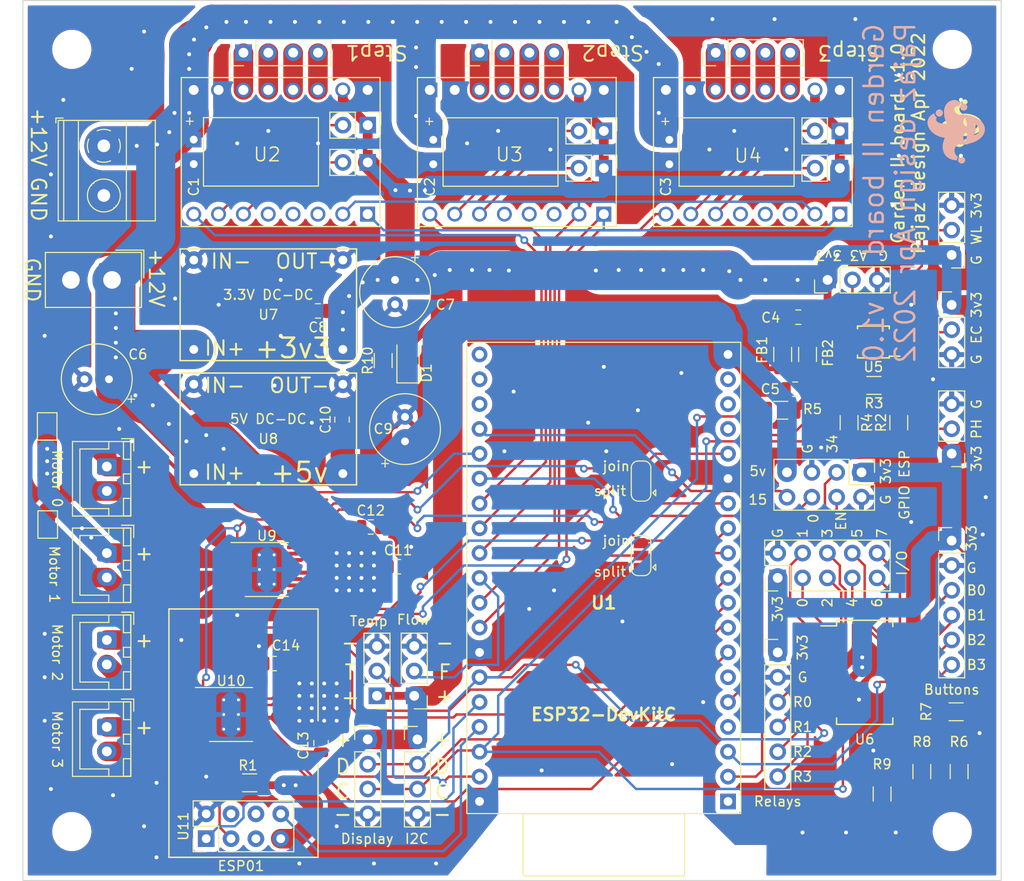
<source format=kicad_pcb>
(kicad_pcb (version 20211014) (generator pcbnew)
  (layers (0 "F.Cu" signal) (31 "B.Cu" signal) (34 "B.Paste" user) (35 "F.Paste" user) (36 "B.SilkS" user "B.Silkscreen") (37 "F.SilkS" user "F.Silkscreen") (38 "B.Mask" user) (39 "F.Mask" user) (44 "Edge.Cuts" user))
  (net 0 "")
  (net 1 "+12V")
  (net 2 "GND")
  (net 3 "Net-(C4-Pad1)")
  (net 4 "Net-(C4-Pad2)")
  (net 5 "+3V3")
  (net 6 "+5V")
  (net 7 "Net-(C11-Pad2)")
  (net 8 "Net-(C12-Pad1)")
  (net 9 "Net-(D1-Pad1)")
  (net 10 "/flow_counter")
  (net 11 "/temp_onewire")
  (net 12 "/GPI34")
  (net 13 "/ESPEN")
  (net 14 "/GPI35")
  (net 15 "/GPIO0")
  (net 16 "/GPI39")
  (net 17 "/SDA")
  (net 18 "/SCL")
  (net 19 "Net-(J6-Pad1)")
  (net 20 "Net-(J6-Pad2)")
  (net 21 "Net-(J6-Pad3)")
  (net 22 "Net-(J6-Pad4)")
  (net 23 "/analog_sensors/PH_ANA")
  (net 24 "/analog_sensors/EC_ANA")
  (net 25 "/analog_sensors/WLEVEL_ANA")
  (net 26 "/analog_sensors/ANA3")
  (net 27 "/io_expander/IO0")
  (net 28 "/io_expander/IO7")
  (net 29 "/io_expander/IO1")
  (net 30 "/io_expander/IO6")
  (net 31 "/io_expander/IO2")
  (net 32 "/io_expander/IO5")
  (net 33 "/io_expander/IO3")
  (net 34 "/io_expander/IO4")
  (net 35 "/io_expander/RELAY0")
  (net 36 "/io_expander/RELAY1")
  (net 37 "/io_expander/RELAY2")
  (net 38 "/io_expander/RELAY3")
  (net 39 "/io_expander/BUTTON0")
  (net 40 "/io_expander/BUTTON1")
  (net 41 "/io_expander/BUTTON2")
  (net 42 "/io_expander/BUTTON3")
  (net 43 "Net-(JP1-Pad2)")
  (net 44 "Net-(JP2-Pad2)")
  (net 45 "Net-(R2-Pad2)")
  (net 46 "Net-(R3-Pad1)")
  (net 49 "Net-(R9-Pad2)")
  (net 50 "Net-(R8-Pad2)")
  (net 51 "Net-(R6-Pad2)")
  (net 52 "Net-(R7-Pad2)")
  (net 53 "/io_expander/INTERRUPT_2")
  (net 54 "/button_int")
  (net 55 "/motors_en")
  (net 57 "/m1_in1")
  (net 58 "/m1_in2")
  (net 59 "/m0_in2")
  (net 60 "/m0_in1")
  (net 62 "/m3_in1")
  (net 63 "/m3_in2")
  (net 64 "Net-(C14-Pad1)")
  (net 65 "/m2_in2")
  (net 66 "/m2_in1")
  (net 67 "/step_dir")
  (net 68 "/step_step")
  (net 71 "/step1_en")
  (net 74 "Net-(JP4-Pad2)")
  (net 75 "Net-(JP3-Pad2)")
  (net 76 "/step2_en")
  (net 77 "Net-(J7-Pad2)")
  (net 78 "Net-(J7-Pad1)")
  (net 79 "Net-(J7-Pad3)")
  (net 80 "Net-(J7-Pad4)")
  (net 83 "Net-(JP6-Pad2)")
  (net 84 "Net-(JP5-Pad2)")
  (net 85 "/step3_en")
  (net 86 "Net-(J8-Pad2)")
  (net 87 "Net-(J8-Pad1)")
  (net 88 "Net-(J8-Pad3)")
  (net 89 "Net-(J8-Pad4)")
  (net 90 "/RXD0")
  (net 91 "/TXD0")
  (net 99 "Net-(C13-Pad2)")
  (net 100 "/PWM_motor_control/m1_in1_drv")
  (net 101 "/PWM_motor_control/m1_in2_drv")
  (net 102 "Net-(R1-Pad1)")
  (net 106 "/GPIO15")
  (net 107 "/PWM_motor_control/M0+")
  (net 108 "/PWM_motor_control/M0-")
  (net 109 "/PWM_motor_control/M1+")
  (net 110 "/PWM_motor_control/M1-")
  (net 111 "/PWM_motor_control/M2+")
  (net 112 "/PWM_motor_control/M2-")
  (net 113 "/PWM_motor_control/M3+")
  (net 114 "/PWM_motor_control/M3-")
  (footprint "Components:CP_Horizontal_Tantal_D7.0mm_P2.50mm_Flip" (layer "F.Cu") (at 126.08 54.25 90)
    (fp_text reference "C3")
    (fp_text value "100u")
  )
  (footprint "Connector_PinHeader_2.54mm:PinHeader_1x03_P2.54mm_Vertical" (layer "F.Cu") (at 142.255 68.58 90)
    (fp_text reference "J12" hide)
    (fp_text value "ANA3")
  )
  (footprint "LED_SMD:LED_1206_3216Metric" (layer "F.Cu") (at 99.37 76.83 90)
    (fp_text reference "D1")
    (fp_text value "LED")
  )
  (footprint "MountingHole:MountingHole_3mm" (layer "F.Cu") (at 155 45)
    (fp_text reference "MH3" hide)
    (fp_text value "MountingHole_3mm")
  )
  (footprint "Resistor_SMD:R_1206_3216Metric" (layer "F.Cu") (at 147.828 121.158 90)
    (fp_text reference "R9")
    (fp_text value "10k")
  )
  (footprint "Connector_PinHeader_2.54mm:PinHeader_1x04_P2.54mm_Vertical" (layer "F.Cu") (at 95.25 115.57)
    (fp_text reference "J1" hide)
    (fp_text value "Display")
  )
  (footprint "Connector_PinHeader_2.54mm:PinHeader_1x03_P2.54mm_Vertical" (layer "F.Cu") (at 96.195 111.12 180)
    (fp_text reference "J3" hide)
    (fp_text value "Onewire T")
  )
  (footprint "TerminalBlock_Phoenix:TerminalBlock_Phoenix_MKDS-1,5-2-5.08_1x02_P5.08mm_Horizontal" (layer "F.Cu") (at 68.275 54.864 -90)
    (fp_text reference "J21" hide)
    (fp_text value "12V Power")
  )
  (footprint "MountingHole:MountingHole_3mm" (layer "F.Cu") (at 155 125)
    (fp_text reference "MH3" hide)
    (fp_text value "MountingHole_3mm")
  )
  (footprint "Resistor_SMD:R_1206_3216Metric" (layer "F.Cu") (at 146.995 79.37 180)
    (fp_text reference "R3")
    (fp_text value "10k")
  )
  (footprint "Connector_PinHeader_2.54mm:PinHeader_1x02_P2.54mm_Vertical" (layer "F.Cu") (at 95.25 56.56 -90)
    (fp_text reference "JP2" hide)
    (fp_text value "Step1_MS2")
  )
  (footprint "Connector_PinHeader_2.54mm:PinHeader_1x04_P2.54mm_Vertical" (layer "F.Cu") (at 130.82 45.34 90)
    (fp_text reference "J8" hide)
    (fp_text value "Step3")
  )
  (footprint "Connector_JST:JST_XH_B2B-XH-A_1x02_P2.50mm_Vertical" (layer "F.Cu") (at 68.58 87.67 -90)
    (fp_text reference "J17" hide)
    (fp_text value "DCM0")
  )
  (footprint "Capacitor_SMD:C_0805_2012Metric" (layer "F.Cu") (at 95.56 93.848)
    (fp_text reference "C12")
    (fp_text value "2u2")
  )
  (footprint "Connector_PinHeader_2.54mm:PinHeader_2x05_P2.54mm_Vertical" (layer "F.Cu") (at 137.16 99.06 90)
    (fp_text reference "J13" hide)
    (fp_text value "IO")
  )
  (footprint "PCB Modules:Mini360" (layer "F.Cu") (at 85.090001 71.119999)
    (fp_text reference "U7")
    (fp_text value "3.3V DC-DC")
  )
  (footprint "Capacitor_SMD:C_0805_2012Metric" (layer "F.Cu") (at 85.654 107.818 180)
    (fp_text reference "C14")
    (fp_text value "2u2")
  )
  (footprint "Connector_PinHeader_2.54mm:PinHeader_1x06_P2.54mm_Vertical" (layer "F.Cu") (at 154.94 95.245)
    (fp_text reference "J15" hide)
    (fp_text value "Buttons")
  )
  (footprint "Capacitor_SMD:C_0805_2012Metric" (layer "F.Cu") (at 98.354 97.912)
    (fp_text reference "C11")
    (fp_text value "10n")
  )
  (footprint "Resistor_SMD:R_1206_3216Metric" (layer "F.Cu") (at 137.668 76.2 -90)
    (fp_text reference "FB2")
    (fp_text value "FerriteBead_Small")
  )
  (footprint "Resistor_SMD:R_1206_3216Metric" (layer "F.Cu") (at 96.83 76.83 90)
    (fp_text reference "R10")
    (fp_text value "100")
  )
  (footprint "Jumper:SolderJumper-3_P1.3mm_Open_RoundedPad1.0x1.5mm" (layer "F.Cu") (at 123.19 89.154 90)
    (fp_text reference "JP7" hide)
    (fp_text value "M1-IN1")
  )
  (footprint "Connector_PinHeader_2.54mm:PinHeader_1x02_P2.54mm_Vertical" (layer "F.Cu") (at 119.38 53.34 -90)
    (fp_text reference "JP3" hide)
    (fp_text value "Step2_MS1")
  )
  (footprint "Connector_PinHeader_2.54mm:PinHeader_1x06_P2.54mm_Vertical" (layer "F.Cu") (at 137.16 106.68)
    (fp_text reference "J14" hide)
    (fp_text value "Relays")
  )
  (footprint "Jumper:SolderJumper-3_P1.3mm_Open_RoundedPad1.0x1.5mm" (layer "F.Cu") (at 123.19 96.774 90)
    (fp_text reference "JP8" hide)
    (fp_text value "M1-IN2")
  )
  (footprint "Capacitor_SMD:C_0805_2012Metric" (layer "F.Cu") (at 138.938 79.756 180)
    (fp_text reference "C5")
    (fp_text value "1uF")
  )
  (footprint "Capacitor_SMD:C_0805_2012Metric" (layer "F.Cu") (at 92.620001 82.869999 90)
    (fp_text reference "C10")
    (fp_text value "100nF")
  )
  (footprint "Connector_PinHeader_2.54mm:PinHeader_1x04_P2.54mm_Vertical" (layer "F.Cu") (at 82.55 45.34 90)
    (fp_text reference "J6" hide)
    (fp_text value "Step1")
  )
  (footprint "Jumper:SolderJumper-2_P1.3mm_Open_Pad1.0x1.5mm" (layer "F.Cu") (at 62.484 83.566 90)
    (fp_text reference "JP9" hide)
    (fp_text value "M0-HP1")
  )
  (footprint "PCB Modules:ESP01" (layer "F.Cu") (at 78.74 125.73 90)
    (fp_text reference "U11")
    (fp_text value "ESP01")
  )
  (footprint "Resistor_SMD:R_1206_3216Metric" (layer "F.Cu") (at 151.892 118.872 90)
    (fp_text reference "R8")
    (fp_text value "10k")
  )
  (footprint "Jumper:SolderJumper-2_P1.3mm_Open_Pad1.0x1.5mm" (layer "F.Cu") (at 62.54 93.594 90)
    (fp_text reference "JP10" hide)
    (fp_text value "M0-HP2")
  )
  (footprint "Connector_PinHeader_2.54mm:PinHeader_1x02_P2.54mm_Vertical" (layer "F.Cu") (at 143.51 53.34 -90)
    (fp_text reference "JP5" hide)
    (fp_text value "Step3_MS1")
  )
  (footprint "Connector_PinHeader_2.54mm:PinHeader_2x04_P2.54mm_Vertical" (layer "F.Cu") (at 145.725 88.26 -90)
    (fp_text reference "J4" hide)
    (fp_text value "GPIO")
  )
  (footprint "MountingHole:MountingHole_3mm" (layer "F.Cu") (at 65 45)
    (fp_text reference "MH3" hide)
    (fp_text value "MountingHole_3mm")
  )
  (footprint "Connector_JST:JST_XH_B2B-XH-A_1x02_P2.50mm_Vertical" (layer "F.Cu") (at 68.58 96.52 -90)
    (fp_text reference "J18" hide)
    (fp_text value "DCM1")
  )
  (footprint "PCB Modules:TMC2208_Module" (layer "F.Cu") (at 110.49 55.5 -90)
    (fp_text reference "U3")
    (fp_text value "Step Ctrl 2")
  )
  (footprint "Components:CP_Horizontal_Tantal_D7.0mm_P2.50mm_Flip" (layer "F.Cu") (at 77.46 54.23 90)
    (fp_text reference "C1")
    (fp_text value "100u")
  )
  (footprint "Connector_PinHeader_2.54mm:PinHeader_1x04_P2.54mm_Vertical" (layer "F.Cu") (at 100.33 115.58)
    (fp_text reference "J5" hide)
    (fp_text value "I2C")
  )
  (footprint "Connector_PinHeader_2.54mm:PinHeader_1x03_P2.54mm_Vertical" (layer "F.Cu") (at 154.94 66.025 180)
    (fp_text reference "J11" hide)
    (fp_text value "WLEV_ANA")
  )
  (footprint "Components:CP_Horizontal_Tantal_D7.0mm_P2.50mm_Flip" (layer "F.Cu") (at 101.95 54.25 90)
    (fp_text reference "C2")
    (fp_text value "100u")
  )
  (footprint "Connector_PinHeader_2.54mm:PinHeader_1x02_P2.54mm_Vertical" (layer "F.Cu") (at 119.38 57.15 -90)
    (fp_text reference "JP4" hide)
    (fp_text value "Step2_MS2")
  )
  (footprint "Connector_JST:JST_XH_B2B-XH-A_1x02_P2.50mm_Vertical" (layer "F.Cu") (at 68.58 114.3 -90)
    (fp_text reference "J20" hide)
    (fp_text value "DCM3")
  )
  (footprint "PCB Modules:TMC2208_Module" (layer "F.Cu") (at 86.35 55.5 -90)
    (fp_text reference "U2")
    (fp_text value "Step Ctrl 1")
  )
  (footprint "MountingHole:MountingHole_3mm" (layer "F.Cu") (at 65 125)
    (fp_text reference "MH3" hide)
    (fp_text value "MountingHole_3mm")
  )
  (footprint "Capacitor_SMD:C_0805_2012Metric" (layer "F.Cu") (at 90.48 115.946 -90)
    (fp_text reference "C13")
    (fp_text value "10n")
  )
  (footprint "Connector_PinHeader_2.54mm:PinHeader_1x04_P2.54mm_Vertical" (layer "F.Cu") (at 106.69 45.34 90)
    (fp_text reference "J7" hide)
    (fp_text value "Step2")
  )
  (footprint "Components:HTSSOP-16-DRV8833" (layer "F.Cu") (at 84.93 98.2)
    (fp_text reference "U9")
    (fp_text value "DRV8833_M01")
  )
  (footprint "Connector_PinHeader_2.54mm:PinHeader_1x02_P2.54mm_Vertical" (layer "F.Cu") (at 95.25 52.75 -90)
    (fp_text reference "JP1" hide)
    (fp_text value "Step1_MS1")
  )
  (footprint "PCB Modules:TMC2208_Module" (layer "F.Cu") (at 134.62 55.5 -90)
    (fp_text reference "U4")
    (fp_text value "Step Ctrl 3")
  )
  (footprint "PCB Modules:Mini360" (layer "F.Cu") (at 85.090001 83.819999)
    (fp_text reference "U8")
    (fp_text value "5V DC-DC")
  )
  (footprint "Capacitor_SMD:C_0805_2012Metric" (layer "F.Cu") (at 139.258 72.39 180)
    (fp_text reference "C4")
    (fp_text value "1uF")
  )
  (footprint "Capacitor_THT:CP_Radial_Tantal_D7.0mm_P2.50mm" (layer "F.Cu") (at 99.060001 85.089999 90)
    (fp_text reference "C9")
    (fp_text value "100uF")
  )
  (footprint "Connector_PinHeader_2.54mm:PinHeader_1x03_P2.54mm_Vertical" (layer "F.Cu") (at 154.94 86.345 180)
    (fp_text reference "J9" hide)
    (fp_text value "PH_ANA")
  )
  (footprint "Connectors:Molex_Mini-Fit_Jr_5556-02A_2x01_P4.20mm_Vertical" (layer "F.Cu") (at 69.110001 68.579999 -90)
    (fp_text reference "J16" hide)
    (fp_text value "12V Power")
  )
  (footprint "Resistor_SMD:R_1206_3216Metric" (layer "F.Cu") (at 155.3972 112.7506 180)
    (fp_text reference "R7")
    (fp_text value "10k")
  )
  (footprint "Resistor_SMD:R_1206_3216Metric" (layer "F.Cu") (at 140.208 76.2 90)
    (fp_text reference "FB1")
    (fp_text value "FerriteBead_Small")
  )
  (footprint "Connector_PinHeader_2.54mm:PinHeader_1x02_P2.54mm_Vertical" (layer "F.Cu") (at 143.51 57.15 -90)
    (fp_text reference "JP6" hide)
    (fp_text value "Step3_MS2")
  )
  (footprint "Connector_JST:JST_XH_B2B-XH-A_1x02_P2.50mm_Vertical" (layer "F.Cu") (at 68.58 105.41 -90)
    (fp_text reference "J19" hide)
    (fp_text value "DCM2")
  )
  (footprint "Resistor_SMD:R_1206_3216Metric" (layer "F.Cu") (at 137.47 81.91 180)
    (fp_text reference "R5")
    (fp_text value "10k")
  )
  (footprint "Resistor_SMD:R_1206_3216Metric" (layer "F.Cu") (at 155.702 118.872 90)
    (fp_text reference "R6")
    (fp_text value "10k")
  )
  (footprint "Capacitor_SMD:C_0805_2012Metric" (layer "F.Cu") (at 90.16 71.75 180)
    (fp_text reference "C8")
    (fp_text value "100nF")
  )
  (footprint "Capacitor_THT:CP_Radial_Tantal_D7.0mm_P2.50mm" (layer "F.Cu") (at 68.800001 78.739999 180)
    (fp_text reference "C6")
    (fp_text value "100uF")
  )
  (footprint "Connector_PinHeader_2.54mm:PinHeader_1x03_P2.54mm_Vertical" (layer "F.Cu") (at 100.005 111.12 180)
    (fp_text reference "J2" hide)
    (fp_text value "Flow Counter")
  )
  (footprint "Resistor_SMD:R_1206_3216Metric" (layer "F.Cu") (at 83.185 120.015)
    (fp_text reference "R1")
    (fp_text value "10k")
  )
  (footprint "Package_SO:TSSOP-10_3x3mm_P0.5mm" (layer "F.Cu") (at 146.94 74.93 180)
    (fp_text reference "U5")
    (fp_text value "ADC")
  )
  (footprint "Capacitor_THT:CP_Radial_Tantal_D7.0mm_P2.50mm" (layer "F.Cu") (at 98.044 68.58 -90)
    (fp_text reference "C7")
    (fp_text value "100uF")
  )
  (footprint "Package_SO:SSOP-28_5.3x10.2mm_P0.65mm" (layer "F.Cu") (at 146.05 108.712)
    (fp_text reference "U6")
    (fp_text value "MCP23017")
  )
  (footprint "Connector_PinHeader_2.54mm:PinHeader_1x03_P2.54mm_Vertical" (layer "F.Cu") (at 154.94 71.135)
    (fp_text reference "J10" hide)
    (fp_text value "EC_ANA")
  )
  (footprint "Resistor_SMD:R_1206_3216Metric" (layer "F.Cu") (at 149.535 83.18 90)
    (fp_text reference "R2")
    (fp_text value "10k")
  )
  (footprint "Resistor_SMD:R_1206_3216Metric" (layer "F.Cu") (at 144.455 83.18 90)
    (fp_text reference "R4")
    (fp_text value "10k")
  )
  (footprint "Components:HTSSOP-16-DRV8833" (layer "F.Cu") (at 81.28 113.03)
    (fp_text reference "U10")
    (fp_text value "DRV8833_M23")
  )
  (footprint "PCB Modules:ESP32_DevKitC_V4" (layer "F.Cu") (at 119.38 99.06 180)
    (fp_text reference "U1")
    (fp_text value "ESP32-DevKitC")
  )
  (gr_poly (pts (xy 155.80716 50.920515) (xy 155.80857 50.939054) (xy 155.810893 50.957324) (xy 155.814105 50.975303) (xy 155.818182 50.992966) (xy 155.823104 51.010291) (xy 155.828845 51.027255) (xy 155.835384 51.043835) (xy 155.842697 51.060008) (xy 155.850762 51.075751) (xy 155.859555 51.091041) (xy 155.869053 51.105856) (xy 155.879234 51.120172) (xy 155.890075 51.133965) (xy 155.901552 51.147215) (xy 155.913643 51.159896) (xy 155.926324 51.171987) (xy 155.939573 51.183464) (xy 155.953367 51.194304) (xy 155.967683 51.204486) (xy 155.982497 51.213984) (xy 155.997788 51.222777) (xy 156.013531 51.230842) (xy 156.029704 51.238155) (xy 156.046284 51.244694) (xy 156.063248 51.250435) (xy 156.080573 51.255356) (xy 156.098236 51.259434) (xy 156.116214 51.262646) (xy 156.134485 51.264968) (xy 156.153024 51.266379) (xy 156.17181 51.266854) (xy 156.190596 51.266379) (xy 156.209135 51.264968) (xy 156.227406 51.262646) (xy 156.245384 51.259434) (xy 156.263047 51.255356) (xy 156.280372 51.250435) (xy 156.297336 51.244694) (xy 156.313916 51.238155) (xy 156.330089 51.230842) (xy 156.345832 51.222777) (xy 156.361123 51.213984) (xy 156.375937 51.204486) (xy 156.390253 51.194304) (xy 156.404047 51.183464) (xy 156.417296 51.171987) (xy 156.429977 51.159896) (xy 156.442068 51.147215) (xy 156.453545 51.133965) (xy 156.464386 51.120172) (xy 156.474567 51.105856) (xy 156.484065 51.091041) (xy 156.492858 51.075751) (xy 156.500923 51.060008) (xy 156.508236 51.043835) (xy 156.514775 51.027255) (xy 156.520516 51.010291) (xy 156.525437 50.992966) (xy 156.529515 50.975303) (xy 156.532727 50.957324) (xy 156.535049 50.939054) (xy 156.53646 50.920515) (xy 156.536935 50.901729) (xy 156.53646 50.882943) (xy 156.535049 50.864404) (xy 156.532727 50.846133) (xy 156.529515 50.828155) (xy 156.525437 50.810492) (xy 156.520516 50.793167) (xy 156.514775 50.776203) (xy 156.508236 50.759623) (xy 156.500923 50.74345) (xy 156.492858 50.727707) (xy 156.484065 50.712416) (xy 156.474567 50.697602) (xy 156.464386 50.683286) (xy 156.453545 50.669492) (xy 156.442068 50.656243) (xy 156.429977 50.643562) (xy 156.417296 50.631471) (xy 156.404047 50.619994) (xy 156.390253 50.609153) (xy 156.375937 50.598972) (xy 156.361123 50.589474) (xy 156.345833 50.580681) (xy 156.330089 50.572616) (xy 156.313916 50.565303) (xy 156.297336 50.558764) (xy 156.280372 50.553023) (xy 156.263047 50.548101) (xy 156.245384 50.544024) (xy 156.227406 50.540812) (xy 156.209135 50.538489) (xy 156.190596 50.537079) (xy 156.17181 50.536604) (xy 156.153024 50.537079) (xy 156.134485 50.538489) (xy 156.116215 50.540812) (xy 156.098236 50.544024) (xy 156.080573 50.548101) (xy 156.063248 50.553023) (xy 156.046284 50.558764) (xy 156.029704 50.565303) (xy 156.013531 50.572616) (xy 155.997788 50.580681) (xy 155.982497 50.589474) (xy 155.967683 50.598972) (xy 155.953367 50.609153) (xy 155.939573 50.619994) (xy 155.926324 50.631471) (xy 155.913643 50.643562) (xy 155.901552 50.656243) (xy 155.890075 50.669492) (xy 155.879234 50.683286) (xy 155.869053 50.697602) (xy 155.859555 50.712416) (xy 155.850762 50.727706) (xy 155.842697 50.74345) (xy 155.835384 50.759623) (xy 155.828845 50.776203) (xy 155.823104 50.793167) (xy 155.818182 50.810492) (xy 155.814105 50.828155) (xy 155.810893 50.846133) (xy 155.80857 50.864404) (xy 155.80716 50.882943) (xy 155.806685 50.901729)) (layer "B.SilkS") (width 0) (fill solid))
  (gr_poly (pts (xy 152.470768 52.541316) (xy 152.481187 52.642501) (xy 152.501193 52.743892) (xy 152.530556 52.844993) (xy 152.569045 52.945304) (xy 152.616428 53.044331) (xy 152.672473 53.141575) (xy 152.73695 53.236541) (xy 152.809627 53.32873) (xy 152.890273 53.417646) (xy 152.978656 53.502792) (xy 153.074546 53.583672) (xy 153.177711 53.659787) (xy 153.287919 53.730641) (xy 153.40494 53.795738) (xy 153.528543 53.854579) (xy 153.658495 53.906669) (xy 153.794566 53.95151) (xy 153.936524 53.988605) (xy 154.084138 54.017458) (xy 154.237177 54.03757) (xy 154.191303 54.145606) (xy 154.150825 54.2531) (xy 154.115751 54.359876) (xy 154.08609 54.465758) (xy 154.061852 54.570572) (xy 154.043046 54.67414) (xy 154.02968 54.776287) (xy 154.021765 54.876837) (xy 154.019308 54.975614) (xy 154.022321 55.072443) (xy 154.030811 55.167148) (xy 154.044788 55.259552) (xy 154.064262 55.349479) (xy 154.089241 55.436755) (xy 154.119734 55.521203) (xy 154.155751 55.602647) (xy 154.197301 55.680911) (xy 154.244394 55.75582) (xy 154.297038 55.827198) (xy 154.355242 55.894868) (xy 154.419016 55.958655) (xy 154.488369 56.018383) (xy 154.563311 56.073877) (xy 154.64385 56.124959) (xy 154.729995 56.171455) (xy 154.821756 56.213189) (xy 154.919143 56.249985) (xy 155.022163 56.281666) (xy 155.130827 56.308057) (xy 155.245144 56.328983) (xy 155.365123 56.344267) (xy 155.490772 56.353733) (xy 155.488288 56.329429) (xy 155.486972 56.305527) (xy 155.486802 56.282019) (xy 155.487755 56.258896) (xy 155.489808 56.236152) (xy 155.49294 56.213779) (xy 155.497127 56.191768) (xy 155.502348 56.170112) (xy 155.508579 56.148804) (xy 155.515799 56.127835) (xy 155.523985 56.107197) (xy 155.533114 56.086884) (xy 155.543164 56.066887) (xy 155.554112 56.047199) (xy 155.565936 56.027811) (xy 155.578614 56.008716) (xy 155.533435 55.964651) (xy 155.491359 55.920387) (xy 155.452384 55.875962) (xy 155.416505 55.831414) (xy 155.38372 55.786779) (xy 155.354025 55.742094) (xy 155.327418 55.697398) (xy 155.303894 55.652728) (xy 155.28345 55.60812) (xy 155.266084 55.563613) (xy 155.251791 55.519242) (xy 155.24057 55.475047) (xy 155.232415 55.431063) (xy 155.227324 55.387329) (xy 155.225294 55.343881) (xy 155.226321 55.300758) (xy 155.230403 55.257995) (xy 155.237535 55.215631) (xy 155.247714 55.173703) (xy 155.260938 55.132248) (xy 155.277203 55.091303) (xy 155.296505 55.050907) (xy 155.318842 55.011095) (xy 155.34421 54.971905) (xy 155.372605 54.933376) (xy 155.404025 54.895543) (xy 155.438466 54.858444) (xy 155.475925 54.822117) (xy 155.516398 54.786599) (xy 155.559883 54.751927) (xy 155.606375 54.718138) (xy 155.655872 54.685271) (xy 155.726805 54.701893) (xy 155.800169 54.714272) (xy 155.875468 54.722724) (xy 155.952206 54.727571) (xy 156.029886 54.729131) (xy 156.108012 54.727724) (xy 156.186089 54.723669) (xy 156.26362 54.717285) (xy 156.34011 54.708893) (xy 156.415061 54.69881) (xy 156.558366 54.674853) (xy 156.689566 54.647969) (xy 156.804693 54.620712) (xy 156.93635 54.58435) (xy 157.070175 54.540729) (xy 157.20468 54.489822) (xy 157.338374 54.431601) (xy 157.469767 54.366038) (xy 157.59737 54.293104) (xy 157.719692 54.212773) (xy 157.835245 54.125015) (xy 157.942537 54.029804) (xy 157.99262 53.979395) (xy 158.04008 53.927111) (xy 158.084729 53.87295) (xy 158.126383 53.816909) (xy 158.164854 53.758983) (xy 158.199956 53.699169) (xy 158.231504 53.637463) (xy 158.259311 53.573863) (xy 158.28319 53.508365) (xy 158.302956 53.440964) (xy 158.318422 53.371659) (xy 158.329402 53.300444) (xy 158.33571 53.227317) (xy 158.337159 53.152275) (xy 158.333017 53.072573) (xy 158.322822 52.994783) (xy 158.30665 52.918879) (xy 158.284573 52.844837) (xy 158.256668 52.772635) (xy 158.223008 52.702247) (xy 158.183668 52.633649) (xy 158.138722 52.566818) (xy 158.088244 52.50173) (xy 158.03231 52.43836) (xy 157.970993 52.376684) (xy 157.904367 52.316679) (xy 157.832508 52.258321) (xy 157.75549 52.201585) (xy 157.673386 52.146447) (xy 157.586272 52.092883) (xy 157.46443 52.028861) (xy 157.342186 51.970141) (xy 157.219531 51.916717) (xy 157.213739 51.914452) (xy 157.213739 52.616758) (xy 157.241792 52.621923) (xy 157.269017 52.62792) (xy 157.295445 52.634785) (xy 157.321102 52.642555) (xy 157.346018 52.651267) (xy 157.370222 52.66096) (xy 157.393743 52.671669) (xy 157.416608 52.683433) (xy 157.438847 52.696288) (xy 157.460489 52.710272) (xy 157.481561 52.725421) (xy 157.502094 52.741774) (xy 157.522114 52.759366) (xy 157.541652 52.778236) (xy 157.560735 52.798421) (xy 157.579393 52.819958) (xy 157.599901 52.845559) (xy 157.619148 52.871351) (xy 157.637118 52.897312) (xy 157.653798 52.923422) (xy 157.669172 52.949662) (xy 157.683225 52.976009) (xy 157.695943 53.002444) (xy 157.707311 53.028946) (xy 157.717314 53.055494) (xy 157.725937 53.082068) (xy 157.733165 53.108648) (xy 157.738984 53.135213) (xy 157.743378 53.161742) (xy 157.746333 53.188215) (xy 157.747834 53.214611) (xy 157.747867 53.24091) (xy 157.746416 53.267091) (xy 157.743466 53.293134) (xy 157.739003 53.319017) (xy 157.733012 53.344722) (xy 157.725478 53.370226) (xy 157.716386 53.39551) (xy 157.705722 53.420552) (xy 157.69347 53.445333) (xy 157.679616 53.469832) (xy 157.664145 53.494029) (xy 157.647042 53.517902) (xy 157.628293 53.541431) (xy 157.607882 53.564596) (xy 157.585794 53.587376) (xy 157.562016 53.609751) (xy 157.536531 53.631699) (xy 157.518486 53.646137) (xy 157.500069 53.659886) (xy 157.481282 53.672953) (xy 157.462125 53.685344) (xy 157.442599 53.697065) (xy 157.422705 53.708123) (xy 157.402444 53.718523) (xy 157.381816 53.728272) (xy 157.360822 53.737377) (xy 157.339463 53.745842) (xy 157.317739 53.753676) (xy 157.295653 53.760882) (xy 157.273203 53.767469) (xy 157.250391 53.773442) (xy 157.227218 53.778807) (xy 157.203685 53.78357) (xy 157.249592 53.712051) (xy 157.289132 53.640367) (xy 157.322377 53.568511) (xy 157.349396 53.496481) (xy 157.370261 53.424271) (xy 157.385041 53.351876) (xy 157.393808 53.279292) (xy 157.396632 53.206514) (xy 157.393584 53.133538) (xy 157.384733 53.060359) (xy 157.370152 52.986972) (xy 157.349909 52.913372) (xy 157.324076 52.839556) (xy 157.292723 52.765518) (xy 157.25592 52.691253) (xy 157.213739 52.616758) (xy 157.213739 51.914452) (xy 157.096462 51.868583) (xy 156.972971 51.825732) (xy 156.849052 51.788158) (xy 156.724699 51.755855) (xy 156.662357 51.741678) (xy 156.599905 51.728817) (xy 156.524165 51.71561) (xy 156.431639 51.702342) (xy 156.328747 51.690798) (xy 156.328747 52.008385) (xy 156.340085 52.011391) (xy 156.345517 52.014102) (xy 156.3509 52.017476) (xy 156.356233 52.021517) (xy 156.361516 52.026233) (xy 156.36675 52.031627) (xy 156.371934 52.037706) (xy 156.377069 52.044475) (xy 156.382154 52.051939) (xy 156.387189 52.060103) (xy 156.392175 52.068974) (xy 156.397111 52.078557) (xy 156.401997 52.088856) (xy 156.406834 52.099878) (xy 156.411622 52.111628) (xy 156.416359 52.124111) (xy 156.421048 52.137333) (xy 156.433728 52.176222) (xy 156.448075 52.229522) (xy 156.463079 52.294153) (xy 156.477726 52.367041) (xy 156.491006 52.445106) (xy 156.501908 52.525272) (xy 156.509418 52.604461) (xy 156.512527 52.679596) (xy 156.510222 52.7476) (xy 156.506724 52.777966) (xy 156.501492 52.805395) (xy 156.494402 52.829503) (xy 156.485325 52.849904) (xy 156.474137 52.866215) (xy 156.46071 52.87805) (xy 156.444918 52.885025) (xy 156.442579 52.885247) (xy 156.442579 53.496419) (xy 156.460818 53.498859) (xy 156.476362 53.506444) (xy 156.489353 53.518794) (xy 156.499932 53.535528) (xy 156.50824 53.556269) (xy 156.514418 53.580636) (xy 156.518609 53.608249) (xy 156.520952 53.63873) (xy 156.520663 53.706775) (xy 156.514681 53.781734) (xy 156.504137 53.860571) (xy 156.49016 53.94025) (xy 156.473881 54.017735) (xy 156.456431 54.089989) (xy 156.438938 54.153976) (xy 156.422534 54.206659) (xy 156.408348 54.245004) (xy 156.403176 54.258033) (xy 156.397978 54.270333) (xy 156.392754 54.281908) (xy 156.387504 54.292761) (xy 156.382225 54.302894) (xy 156.376917 54.312311) (xy 156.37158 54.321015) (xy 156.366213 54.329009) (xy 156.360815 54.336296) (xy 156.355385 54.342879) (xy 156.349922 54.348761) (xy 156.344426 54.353946) (xy 156.338896 54.358436) (xy 156.333331 54.362235) (xy 156.327731 54.365345) (xy 156.322094 54.36777) (xy 156.310618 54.370366) (xy 156.298594 54.369911) (xy 156.286139 54.36654) (xy 156.273372 54.360389) (xy 156.260411 54.351594) (xy 156.247374 54.340291) (xy 156.234379 54.326615) (xy 156.221544 54.310703) (xy 156.208987 54.29269) (xy 156.196827 54.272713) (xy 156.185181 54.250906) (xy 156.174168 54.227407) (xy 156.163905 54.20235) (xy 156.154512 54.175872) (xy 156.146105 54.148108) (xy 156.138803 54.119194) (xy 156.132725 54.089267) (xy 156.127988 54.058461) (xy 156.12471 54.026914) (xy 156.12301 53.994759) (xy 156.123006 53.962135) (xy 156.124815 53.929176) (xy 156.128556 53.896018) (xy 156.134347 53.862796) (xy 156.142306 53.829648) (xy 156.152551 53.796709) (xy 156.165201 53.764114) (xy 156.180373 53.731999) (xy 156.198186 53.700501) (xy 156.218757 53.669755) (xy 156.242205 53.639896) (xy 156.268648 53.611062) (xy 156.306021 53.574666) (xy 156.339852 53.545691) (xy 156.370282 53.523759) (xy 156.397452 53.508489) (xy 156.421504 53.499502) (xy 156.442579 53.496419) (xy 156.442579 52.885247) (xy 156.426635 52.886755) (xy 156.405734 52.882856) (xy 156.382089 52.872943) (xy 156.355573 52.85663) (xy 156.326059 52.833534) (xy 156.293422 52.80327) (xy 156.257535 52.765454) (xy 156.232253 52.735684) (xy 156.21 52.705) (xy 156.190654 52.673534) (xy 156.174092 52.641418) (xy 156.16019 52.608782) (xy 156.148825 52.575758) (xy 156.139874 52.542478) (xy 156.133214 52.509072) (xy 156.128721 52.475673) (xy 156.126272 52.442411) (xy 156.125743 52.409419) (xy 156.127013 52.376826) (xy 156.129956 52.344766) (xy 156.134451 52.313368) (xy 156.140374 52.282765) (xy 156.147601 52.253088) (xy 156.156009 52.224468) (xy 156.165476 52.197037) (xy 156.175877 52.170926) (xy 156.18709 52.146267) (xy 156.198991 52.12319) (xy 156.211457 52.101828) (xy 156.224365 52.082311) (xy 156.237592 52.064771) (xy 156.251014 52.049339) (xy 156.264508 52.036148) (xy 156.277951 52.025327) (xy 156.29122 52.017009) (xy 156.304191 52.011325) (xy 156.316741 52.008407) (xy 156.328747 52.008385) (xy 156.328747 51.690798) (xy 156.325532 51.690438) (xy 156.20905 51.681324) (xy 156.14792 51.678259) (xy 156.085399 51.676427) (xy 156.021888 51.676006) (xy 155.957786 51.677173) (xy 155.893496 51.680108) (xy 155.829417 51.684989) (xy 155.76595 51.691993) (xy 155.703497 51.7013) (xy 155.638393 51.6747) (xy 155.578173 51.645937) (xy 155.522766 51.615216) (xy 155.472103 51.582742) (xy 155.426118 51.548721) (xy 155.384739 51.513358) (xy 155.347898 51.476859) (xy 155.315527 51.439428) (xy 155.287557 51.401273) (xy 155.263918 51.362597) (xy 155.244541 51.323606) (xy 155.229359 51.284507) (xy 155.218301 51.245503) (xy 155.2113 51.206801) (xy 155.208286 51.168605) (xy 155.20919 51.131123) (xy 155.213943 51.094557) (xy 155.222477 51.059116) (xy 155.234722 51.025002) (xy 155.25061 50.992423) (xy 155.270072 50.961583) (xy 155.293039 50.932688) (xy 155.319442 50.905943) (xy 155.349212 50.881554) (xy 155.38228 50.859726) (xy 155.418578 50.840665) (xy 155.458036 50.824575) (xy 155.500586 50.811663) (xy 155.546158 50.802133) (xy 155.594685 50.796192) (xy 155.646096 50.794044) (xy 155.700323 50.795895) (xy 155.705841 50.774278) (xy 155.712274 50.753278) (xy 155.719619 50.732893) (xy 155.727872 50.713122) (xy 155.737031 50.693962) (xy 155.747092 50.67541) (xy 155.758052 50.657464) (xy 155.769908 50.640122) (xy 155.782657 50.623382) (xy 155.796296 50.60724) (xy 155.810822 50.591696) (xy 155.826231 50.576746) (xy 155.842521 50.562388) (xy 155.859689 50.548621) (xy 155.87773 50.53544) (xy 155.896643 50.522845) (xy 155.845001 50.476526) (xy 155.793857 50.433252) (xy 155.743216 50.39308) (xy 155.69308 50.356067) (xy 155.643452 50.322269) (xy 155.594336 50.291743) (xy 155.545735 50.264546) (xy 155.497652 50.240734) (xy 155.450089 50.220363) (xy 155.403051 50.20349) (xy 155.356539 50.190173) (xy 155.310558 50.180466) (xy 155.26511 50.174428) (xy 155.220199 50.172114) (xy 155.175827 50.173582) (xy 155.131997 50.178887) (xy 155.018386 50.202133) (xy 154.912858 50.23281) (xy 154.815209 50.270513) (xy 154.725233 50.314843) (xy 154.642722 50.365395) (xy 154.56747 50.421769) (xy 154.499272 50.483561) (xy 154.437921 50.55037) (xy 154.383211 50.621794) (xy 154.334934 50.69743) (xy 154.292886 50.776876) (xy 154.25686 50.859729) (xy 154.22665 50.945589) (xy 154.202048 51.034051) (xy 154.18285 51.124715) (xy 154.168848 51.217178) (xy 154.159837 51.311038) (xy 154.15561 51.405893) (xy 154.15596 51.501339) (xy 154.160682 51.596976) (xy 154.16957 51.692401) (xy 154.182416 51.787212) (xy 154.199015 51.881007) (xy 154.21916 51.973382) (xy 154.242646 52.063937) (xy 154.269265 52.152269) (xy 154.298812 52.237976) (xy 154.33108 52.320655) (xy 154.365863 52.399905) (xy 154.402955 52.475323) (xy 154.442149 52.546506) (xy 154.483239 52.613054) (xy 154.313153 52.610264) (xy 154.157426 52.602122) (xy 154.015946 52.58867) (xy 153.888596 52.569952) (xy 153.775265 52.546008) (xy 153.675837 52.516883) (xy 153.590199 52.482618) (xy 153.552516 52.463572) (xy 153.518238 52.443257) (xy 153.48735 52.421679) (xy 153.459838 52.398842) (xy 153.435688 52.374753) (xy 153.414886 52.349416) (xy 153.397417 52.322837) (xy 153.383268 52.295021) (xy 153.372424 52.265974) (xy 153.36487 52.2357) (xy 153.360593 52.204206) (xy 153.359579 52.171496) (xy 153.361812 52.137575) (xy 153.367279 52.10245) (xy 153.375966 52.066126) (xy 153.387858 52.028607) (xy 153.421202 51.950008) (xy 153.388854 51.927748) (xy 153.359043 51.904835) (xy 153.331716 51.881282) (xy 153.318967 51.869271) (xy 153.306819 51.857106) (xy 153.295264 51.844789) (xy 153.284297 51.832323) (xy 153.273909 51.819708) (xy 153.264095 51.806947) (xy 153.254847 51.794042) (xy 153.24616 51.780995) (xy 153.238025 51.767807) (xy 153.230437 51.754481) (xy 153.223388 51.741019) (xy 153.216872 51.727422) (xy 153.210882 51.713692) (xy 153.205411 51.699832) (xy 153.196 51.671728) (xy 153.188583 51.643125) (xy 153.183108 51.614037) (xy 153.179519 51.584482) (xy 153.177763 51.554474) (xy 153.177785 51.524029) (xy 153.055109 51.583983) (xy 152.944796 51.650106) (xy 152.846616 51.721901) (xy 152.760336 51.798872) (xy 152.685725 51.880521) (xy 152.622553 51.966352) (xy 152.570587 52.055867) (xy 152.529597 52.14857) (xy 152.499352 52.243963) (xy 152.479619 52.341549) (xy 152.470168 52.440833)) (layer "B.SilkS") (width 0) (fill solid))
  (gr_poly (pts (xy 153.311081 51.52694) (xy 153.312492 51.545479) (xy 153.314814 51.563749) (xy 153.318026 51.581728) (xy 153.322104 51.599391) (xy 153.327025 51.616716) (xy 153.332766 51.63368) (xy 153.339305 51.65026) (xy 153.346618 51.666433) (xy 153.354683 51.682176) (xy 153.363476 51.697466) (xy 153.372974 51.712281) (xy 153.383155 51.726597) (xy 153.393996 51.74039) (xy 153.405473 51.75364) (xy 153.417564 51.766321) (xy 153.430245 51.778412) (xy 153.443494 51.789889) (xy 153.457288 51.80073) (xy 153.471604 51.810911) (xy 153.486418 51.820409) (xy 153.501709 51.829202) (xy 153.517452 51.837267) (xy 153.533625 51.84458) (xy 153.550205 51.851119) (xy 153.567169 51.85686) (xy 153.584494 51.861781) (xy 153.602157 51.865859) (xy 153.620135 51.869071) (xy 153.638406 51.871393) (xy 153.656945 51.872804) (xy 153.675731 51.873279) (xy 153.694517 51.872804) (xy 153.713056 51.871393) (xy 153.731326 51.869071) (xy 153.749305 51.865859) (xy 153.766968 51.861781) (xy 153.784293 51.85686) (xy 153.801257 51.851119) (xy 153.817837 51.84458) (xy 153.83401 51.837267) (xy 153.849753 51.829202) (xy 153.865043 51.820409) (xy 153.879858 51.810911) (xy 153.894174 51.80073) (xy 153.907967 51.789889) (xy 153.921217 51.778412) (xy 153.933898 51.766321) (xy 153.945989 51.75364) (xy 153.957466 51.74039) (xy 153.968307 51.726597) (xy 153.978488 51.712281) (xy 153.987986 51.697466) (xy 153.996779 51.682176) (xy 154.004844 51.666433) (xy 154.012157 51.65026) (xy 154.018696 51.63368) (xy 154.024437 51.616716) (xy 154.029358 51.599391) (xy 154.033436 51.581728) (xy 154.036648 51.563749) (xy 154.03897 51.545479) (xy 154.040381 51.52694) (xy 154.040856 51.508154) (xy 154.040381 51.489368) (xy 154.03897 51.470829) (xy 154.036648 51.452558) (xy 154.033436 51.43458) (xy 154.029358 51.416917) (xy 154.024437 51.399592) (xy 154.018696 51.382628) (xy 154.012157 51.366048) (xy 154.004844 51.349875) (xy 153.996779 51.334132) (xy 153.987986 51.318841) (xy 153.978488 51.304027) (xy 153.968307 51.289711) (xy 153.957466 51.275917) (xy 153.945989 51.262668) (xy 153.933898 51.249987) (xy 153.921217 51.237896) (xy 153.907967 51.226419) (xy 153.894174 51.215578) (xy 153.879858 51.205397) (xy 153.865043 51.195899) (xy 153.849753 51.187106) (xy 153.83401 51.179041) (xy 153.817837 51.171728) (xy 153.801257 51.165189) (xy 153.784293 51.159448) (xy 153.766968 51.154526) (xy 153.749305 51.150449) (xy 153.731326 51.147237) (xy 153.713056 51.144914) (xy 153.694517 51.143504) (xy 153.675731 51.143029) (xy 153.656945 51.143504) (xy 153.638406 51.144914) (xy 153.620135 51.147237) (xy 153.602157 51.150449) (xy 153.584494 51.154526) (xy 153.567169 51.159448) (xy 153.550205 51.165189) (xy 153.533625 51.171728) (xy 153.517452 51.179041) (xy 153.501709 51.187106) (xy 153.486418 51.195899) (xy 153.471604 51.205397) (xy 153.457288 51.215578) (xy 153.443494 51.226419) (xy 153.430245 51.237896) (xy 153.417564 51.249987) (xy 153.405473 51.262668) (xy 153.393996 51.275917) (xy 153.383155 51.289711) (xy 153.372974 51.304027) (xy 153.363476 51.318841) (xy 153.354683 51.334131) (xy 153.346618 51.349875) (xy 153.339305 51.366048) (xy 153.332766 51.382628) (xy 153.327025 51.399592) (xy 153.322104 51.416917) (xy 153.318026 51.43458) (xy 153.314814 51.452558) (xy 153.312492 51.470829) (xy 153.311081 51.489368) (xy 153.310606 51.508154)) (layer "B.SilkS") (width 0) (fill solid))
  (gr_poly (pts (xy 155.596552 56.328069) (xy 155.597962 56.346608) (xy 155.600285 56.364879) (xy 155.603496 56.382857) (xy 155.607574 56.40052) (xy 155.612496 56.417845) (xy 155.618237 56.434809) (xy 155.624776 56.451389) (xy 155.632089 56.467562) (xy 155.640154 56.483305) (xy 155.648947 56.498596) (xy 155.658445 56.51341) (xy 155.668626 56.527726) (xy 155.679467 56.54152) (xy 155.690944 56.554769) (xy 155.703035 56.56745) (xy 155.715716 56.579541) (xy 155.728965 56.591018) (xy 155.742759 56.601859) (xy 155.757075 56.61204) (xy 155.771889 56.621538) (xy 155.787179 56.630331) (xy 155.802923 56.638396) (xy 155.819096 56.645709) (xy 155.835676 56.652248) (xy 155.85264 56.657989) (xy 155.869965 56.662911) (xy 155.887628 56.666988) (xy 155.905606 56.6702) (xy 155.923876 56.672523) (xy 155.942416 56.673933) (xy 155.961201 56.674408) (xy 155.979987 56.673933) (xy 155.998527 56.672523) (xy 156.016797 56.6702) (xy 156.034775 56.666989) (xy 156.052438 56.662911) (xy 156.069763 56.657989) (xy 156.086727 56.652248) (xy 156.103308 56.645709) (xy 156.119481 56.638396) (xy 156.135224 56.630331) (xy 156.150514 56.621538) (xy 156.165329 56.61204) (xy 156.179644 56.601859) (xy 156.193438 56.591018) (xy 156.206687 56.579541) (xy 156.219369 56.56745) (xy 156.23146 56.554769) (xy 156.242937 56.54152) (xy 156.253777 56.527726) (xy 156.263958 56.51341) (xy 156.273457 56.498596) (xy 156.28225 56.483305) (xy 156.290314 56.467562) (xy 156.297628 56.451389) (xy 156.304166 56.434809) (xy 156.309908 56.417845) (xy 156.314829 56.40052) (xy 156.318907 56.382857) (xy 156.322119 56.364879) (xy 156.324441 56.346608) (xy 156.325852 56.328069) (xy 156.326327 56.309283) (xy 156.325511 56.290497) (xy 156.32311 56.271958) (xy 156.319188 56.253687) (xy 156.313813 56.235709) (xy 156.30705 56.218046) (xy 156.298966 56.200721) (xy 156.289626 56.183757) (xy 156.279099 56.167177) (xy 156.267448 56.151004) (xy 156.254742 56.13526) (xy 156.241046 56.11997) (xy 156.226426 56.105156) (xy 156.210949 56.09084) (xy 156.19468 56.077046) (xy 156.177687 56.063797) (xy 156.160036 56.051115) (xy 156.141792 56.039025) (xy 156.123023 56.027548) (xy 156.103793 56.016707) (xy 156.084171 56.006526) (xy 156.064221 55.997027) (xy 156.04401 55.988234) (xy 156.023605 55.98017) (xy 156.003072 55.972857) (xy 155.982476 55.966318) (xy 155.961885 55.960576) (xy 155.941365 55.955655) (xy 155.920981 55.951577) (xy 155.9008 55.948366) (xy 155.880889 55.946043) (xy 155.861313 55.944633) (xy 155.842139 55.944158) (xy 155.823648 55.944633) (xy 155.806064 55.946043) (xy 155.789364 55.948366) (xy 155.773529 55.951577) (xy 155.758538 55.955655) (xy 155.744368 55.960576) (xy 155.731001 55.966318) (xy 155.718413 55.972857) (xy 155.706586 55.98017) (xy 155.695497 55.988234) (xy 155.685126 55.997027) (xy 155.675452 56.006526) (xy 155.666453 56.016707) (xy 155.65811 56.027548) (xy 155.650401 56.039025) (xy 155.643305 56.051115) (xy 155.636801 56.063797) (xy 155.630868 56.077046) (xy 155.625486 56.09084) (xy 155.620633 56.105156) (xy 155.616289 56.11997) (xy 155.612432 56.13526) (xy 155.609042 56.151004) (xy 155.606098 56.167177) (xy 155.601462 56.200721) (xy 155.598359 56.235709) (xy 155.596619 56.271958) (xy 155.596077 56.309283)) (layer "B.SilkS") (width 0) (fill solid))
  (gr_poly (pts (xy 156.019103 50.374154) (xy 156.02016 50.360249) (xy 156.021902 50.346546) (xy 156.024311 50.333062) (xy 156.02737 50.319815) (xy 156.03106 50.306821) (xy 156.035366 50.294098) (xy 156.040271 50.281663) (xy 156.045755 50.269533) (xy 156.051804 50.257726) (xy 156.058399 50.246258) (xy 156.065523 50.235147) (xy 156.073158 50.224411) (xy 156.081289 50.214065) (xy 156.089897 50.204128) (xy 156.098965 50.194617) (xy 156.108476 50.185549) (xy 156.118413 50.176941) (xy 156.128758 50.168811) (xy 156.139495 50.161175) (xy 156.150606 50.154051) (xy 156.162073 50.147456) (xy 156.173881 50.141408) (xy 156.18601 50.135923) (xy 156.198445 50.131019) (xy 156.211168 50.126713) (xy 156.224162 50.123022) (xy 156.23741 50.119964) (xy 156.250893 50.117555) (xy 156.264596 50.115813) (xy 156.278501 50.114755) (xy 156.29259 50.114399) (xy 156.306679 50.114755) (xy 156.320584 50.115813) (xy 156.334287 50.117555) (xy 156.34777 50.119964) (xy 156.361018 50.123022) (xy 156.374011 50.126713) (xy 156.386734 50.131019) (xy 156.399169 50.135923) (xy 156.411299 50.141408) (xy 156.423107 50.147456) (xy 156.434574 50.154051) (xy 156.445685 50.161175) (xy 156.456422 50.168811) (xy 156.466767 50.176941) (xy 156.476704 50.185549) (xy 156.486215 50.194617) (xy 156.495283 50.204128) (xy 156.503891 50.214065) (xy 156.512022 50.224411) (xy 156.519658 50.235147) (xy 156.526781 50.246258) (xy 156.533376 50.257726) (xy 156.539425 50.269533) (xy 156.544909 50.281663) (xy 156.549814 50.294098) (xy 156.55412 50.306821) (xy 156.557811 50.319815) (xy 156.560869 50.333062) (xy 156.563278 50.346546) (xy 156.56502 50.360249) (xy 156.566077 50.374153) (xy 156.566434 50.388243) (xy 156.565822 50.402332) (xy 156.564021 50.416237) (xy 156.56108 50.42994) (xy 156.557048 50.443423) (xy 156.551976 50.456671) (xy 156.545913 50.469664) (xy 156.538909 50.482387) (xy 156.531013 50.494822) (xy 156.522275 50.506952) (xy 156.512745 50.51876) (xy 156.502473 50.530227) (xy 156.491508 50.541338) (xy 156.4799 50.552075) (xy 156.467699 50.56242) (xy 156.454954 50.572357) (xy 156.441716 50.581868) (xy 156.428033 50.590936) (xy 156.413956 50.599544) (xy 156.399534 50.607675) (xy 156.384817 50.615311) (xy 156.369855 50.622434) (xy 156.354697 50.629029) (xy 156.339393 50.635078) (xy 156.323993 50.640562) (xy 156.308546 50.645467) (xy 156.293103 50.649773) (xy 156.277712 50.653464) (xy 156.262424 50.656522) (xy 156.247289 50.658931) (xy 156.232355 50.660673) (xy 156.217673 50.66173) (xy 156.203293 50.662087) (xy 156.189425 50.66173) (xy 156.176237 50.660673) (xy 156.163712 50.658931) (xy 156.151836 50.656522) (xy 156.140592 50.653464) (xy 156.129965 50.649773) (xy 156.119939 50.645467) (xy 156.110499 50.640562) (xy 156.101628 50.635078) (xy 156.093311 50.629029) (xy 156.085533 50.622434) (xy 156.078277 50.615311) (xy 156.071529 50.607675) (xy 156.065271 50.599544) (xy 156.059489 50.590936) (xy 156.054167 50.581868) (xy 156.049289 50.572357) (xy 156.04484 50.56242) (xy 156.040803 50.552075) (xy 156.037164 50.541338) (xy 156.033906 50.530227) (xy 156.031013 50.51876) (xy 156.02847 50.506952) (xy 156.026262 50.494822) (xy 156.022786 50.469664) (xy 156.020458 50.443423) (xy 156.019153 50.416237) (xy 156.018746 50.388243)) (layer "F.SilkS") (width 0) (fill solid))
  (gr_line (start 90.17 102.235) (end 90.17 113.665) (layer "F.SilkS") (width 0.15))
  (gr_line (start 74.93 127.635) (end 74.93 102.235) (layer "F.SilkS") (width 0.15))
  (gr_line (start 90.17 118.11) (end 90.17 127.635) (layer "F.SilkS") (width 0.15))
  (gr_line (start 74.93 127.635) (end 90.17 127.635) (layer "F.SilkS") (width 0.15))
  (gr_poly (pts (xy 153.674765 53.214218) (xy 153.682579 53.138329) (xy 153.697584 53.062286) (xy 153.719606 52.986461) (xy 153.748473 52.911227) (xy 153.784009 52.836957) (xy 153.826043 52.764023) (xy 153.874401 52.692799) (xy 153.928909 52.623657) (xy 153.989393 52.55697) (xy 154.055681 52.493111) (xy 154.127598 52.432451) (xy 154.204972 52.375365) (xy 154.287628 52.322224) (xy 154.375394 52.273402) (xy 154.468096 52.229271) (xy 154.56556 52.190203) (xy 154.667613 52.156573) (xy 154.774081 52.128751) (xy 154.884792 52.107112) (xy 154.999571 52.092027) (xy 154.965166 52.011001) (xy 154.934808 51.93038) (xy 154.908502 51.850298) (xy 154.886256 51.770886) (xy 154.868078 51.692276) (xy 154.853973 51.6146) (xy 154.843949 51.53799) (xy 154.838012 51.462577) (xy 154.83617 51.388494) (xy 154.838429 51.315873) (xy 154.844797 51.244844) (xy 154.85528 51.175541) (xy 154.869885 51.108095) (xy 154.888619 51.042639) (xy 154.911489 50.979303) (xy 154.938502 50.91822) (xy 154.969665 50.859522) (xy 155.004984 50.80334) (xy 155.044467 50.749807) (xy 155.08812 50.699054) (xy 155.135951 50.651214) (xy 155.187966 50.606418) (xy 155.244172 50.564798) (xy 155.304576 50.526486) (xy 155.369185 50.491613) (xy 155.438006 50.460313) (xy 155.511046 50.432717) (xy 155.588311 50.408956) (xy 155.669809 50.389162) (xy 155.755547 50.373468) (xy 155.845531 50.362005) (xy 155.939768 50.354905) (xy 155.937905 50.373133) (xy 155.936918 50.39106) (xy 155.93679 50.408691) (xy 155.937505 50.426033) (xy 155.939045 50.443091) (xy 155.941394 50.459871) (xy 155.944534 50.476379) (xy 155.94845 50.492621) (xy 155.953123 50.508602) (xy 155.958538 50.524329) (xy 155.964677 50.539807) (xy 155.971524 50.555042) (xy 155.979062 50.57004) (xy 155.987273 50.584806) (xy 155.996141 50.599347) (xy 156.005649 50.613668) (xy 155.971765 50.646717) (xy 155.940208 50.679915) (xy 155.910976 50.713233) (xy 155.884068 50.746645) (xy 155.859479 50.780121) (xy 155.837208 50.813634) (xy 155.817252 50.847156) (xy 155.799609 50.880659) (xy 155.784276 50.914115) (xy 155.771252 50.947496) (xy 155.760532 50.980773) (xy 155.752116 51.01392) (xy 155.746 51.046908) (xy 155.742182 51.079708) (xy 155.740659 51.112294) (xy 155.74143 51.144637) (xy 155.744491 51.176709) (xy 155.74984 51.208482) (xy 155.757475 51.239928) (xy 155.767392 51.271019) (xy 155.779591 51.301727) (xy 155.794068 51.332025) (xy 155.81082 51.361884) (xy 155.829846 51.391276) (xy 155.851143 51.420173) (xy 155.874707 51.448548) (xy 155.900538 51.476372) (xy 155.928632 51.503617) (xy 155.958987 51.530256) (xy 155.991601 51.55626) (xy 156.02647 51.581601) (xy 156.063593 51.606252) (xy 156.116793 51.593785) (xy 156.171816 51.584501) (xy 156.22829 51.578162) (xy 156.285843 51.574527) (xy 156.344103 51.573357) (xy 156.402698 51.574412) (xy 156.461256 51.577453) (xy 156.519404 51.582241) (xy 156.576771 51.588536) (xy 156.632985 51.596097) (xy 156.740463 51.614065) (xy 156.838863 51.634229) (xy 156.925208 51.654671) (xy 157.023951 51.681942) (xy 157.12432 51.714658) (xy 157.225199 51.752838) (xy 157.325469 51.796504) (xy 157.424014 51.845677) (xy 157.519716 51.900377) (xy 157.611458 51.960625) (xy 157.698122 52.026444) (xy 157.778592 52.097852) (xy 157.816154 52.135659) (xy 157.851749 52.174872) (xy 157.885236 52.215492) (xy 157.916476 52.257524) (xy 157.945329 52.300968) (xy 157.971656 52.345829) (xy 157.995317 52.392108) (xy 158.016172 52.439808) (xy 158.034081 52.488932) (xy 158.048906 52.539482) (xy 158.060505 52.591461) (xy 158.06874 52.644872) (xy 158.073471 52.699717) (xy 158.074558 52.755999) (xy 158.071451 52.815775) (xy 158.063805 52.874118) (xy 158.051676 52.931046) (xy 158.035119 52.986577) (xy 158.01419 53.040729) (xy 157.988945 53.09352) (xy 157.95944 53.144968) (xy 157.92573 53.195091) (xy 157.887872 53.243908) (xy 157.845921 53.291435) (xy 157.799933 53.337692) (xy 157.749964 53.382696) (xy 157.69607 53.426464) (xy 157.638306 53.469017) (xy 157.576728 53.51037) (xy 157.511393 53.550543) (xy 157.420011 53.598559) (xy 157.328328 53.642599) (xy 157.236337 53.682667) (xy 157.231993 53.684366) (xy 157.231993 53.157637) (xy 157.253033 53.153762) (xy 157.273452 53.149265) (xy 157.293272 53.144117) (xy 157.312515 53.138289) (xy 157.331203 53.131754) (xy 157.349356 53.124485) (xy 157.366996 53.116453) (xy 157.384145 53.10763) (xy 157.400824 53.097989) (xy 157.417055 53.087501) (xy 157.43286 53.076139) (xy 157.448259 53.063875) (xy 157.463274 53.05068) (xy 157.477928 53.036528) (xy 157.49224 53.021389) (xy 157.506234 53.005237) (xy 157.521615 52.986036) (xy 157.53605 52.966692) (xy 157.549528 52.947221) (xy 157.562037 52.927638) (xy 157.573568 52.907959) (xy 157.584108 52.888198) (xy 157.593646 52.868372) (xy 157.602172 52.848496) (xy 157.609674 52.828584) (xy 157.616141 52.808654) (xy 157.621562 52.788719) (xy 157.625926 52.768795) (xy 157.629222 52.748898) (xy 157.631439 52.729044) (xy 157.632564 52.709247) (xy 157.632589 52.689523) (xy 157.6315 52.669887) (xy 157.629288 52.650355) (xy 157.625941 52.630942) (xy 157.621448 52.611664) (xy 157.615797 52.592536) (xy 157.608978 52.573573) (xy 157.60098 52.554791) (xy 157.591791 52.536205) (xy 157.581401 52.517831) (xy 157.569798 52.499684) (xy 157.55697 52.481779) (xy 157.542908 52.464132) (xy 157.5276 52.446758) (xy 157.511034 52.429673) (xy 157.4932 52.412892) (xy 157.474087 52.396431) (xy 157.460553 52.385602) (xy 157.446741 52.375291) (xy 157.43265 52.36549) (xy 157.418283 52.356197) (xy 157.403638 52.347406) (xy 157.388718 52.339113) (xy 157.373522 52.331313) (xy 157.358051 52.324001) (xy 157.342305 52.317172) (xy 157.326286 52.310823) (xy 157.309993 52.304948) (xy 157.293428 52.299543) (xy 157.276591 52.294603) (xy 157.259482 52.290124) (xy 157.242102 52.2861) (xy 157.224452 52.282527) (xy 157.258882 52.336166) (xy 157.288538 52.38993) (xy 157.313471 52.443821) (xy 157.333736 52.497844) (xy 157.349384 52.552002) (xy 157.36047 52.606298) (xy 157.367045 52.660736) (xy 157.369163 52.715319) (xy 157.366877 52.770051) (xy 157.360239 52.824936) (xy 157.349302 52.879976) (xy 157.33412 52.935176) (xy 157.314745 52.990538) (xy 157.291231 53.046067) (xy 157.263629 53.101765) (xy 157.231993 53.157637) (xy 157.231993 53.684366) (xy 157.144035 53.718768) (xy 157.051417 53.750906) (xy 156.958478 53.779087) (xy 156.865213 53.803314) (xy 156.818457 53.813947) (xy 156.771618 53.823593) (xy 156.714813 53.833497) (xy 156.645418 53.843449) (xy 156.568249 53.852106) (xy 156.568249 53.613916) (xy 156.576753 53.611662) (xy 156.580827 53.609629) (xy 156.584864 53.607098) (xy 156.588863 53.604067) (xy 156.592826 53.600531) (xy 156.596751 53.596485) (xy 156.600639 53.591926) (xy 156.60449 53.586849) (xy 156.608304 53.581251) (xy 156.612081 53.575127) (xy 156.61582 53.568474) (xy 156.619522 53.561287) (xy 156.623187 53.553563) (xy 156.626815 53.545296) (xy 156.630405 53.536484) (xy 156.633958 53.527122) (xy 156.637474 53.517205) (xy 156.646985 53.488038) (xy 156.657745 53.448064) (xy 156.668998 53.39959) (xy 156.679983 53.344924) (xy 156.689944 53.286375) (xy 156.698119 53.226251) (xy 156.703753 53.166859) (xy 156.706084 53.110508) (xy 156.704355 53.059505) (xy 156.701731 53.03673) (xy 156.697808 53.016158) (xy 156.69249 52.998078) (xy 156.685683 52.982777) (xy 156.677292 52.970544) (xy 156.667221 52.961667) (xy 156.655378 52.956436) (xy 156.653623 52.95627) (xy 156.653623 52.497891) (xy 156.667302 52.496061) (xy 156.67896 52.490372) (xy 156.688703 52.48111) (xy 156.696638 52.468559) (xy 156.702869 52.453003) (xy 156.707503 52.434728) (xy 156.710645 52.414018) (xy 156.712403 52.391157) (xy 156.712186 52.340124) (xy 156.7077 52.283904) (xy 156.699791 52.224777) (xy 156.689309 52.165017) (xy 156.6771 52.106904) (xy 156.664012 52.052713) (xy 156.650892 52.004723) (xy 156.638589 51.96521) (xy 156.62795 51.936452) (xy 156.624071 51.92668) (xy 156.620172 51.917455) (xy 156.616255 51.908774) (xy 156.612316 51.900634) (xy 156.608357 51.893034) (xy 156.604377 51.885972) (xy 156.600374 51.879444) (xy 156.596348 51.873448) (xy 156.5923 51.867983) (xy 156.588227 51.863046) (xy 156.58413 51.858634) (xy 156.580008 51.854746) (xy 156.575861 51.851378) (xy 156.571687 51.848529) (xy 156.567487 51.846196) (xy 156.563259 51.844377) (xy 156.554652 51.84243) (xy 156.545634 51.842772) (xy 156.536293 51.8453) (xy 156.526718 51.849913) (xy 156.516997 51.85651) (xy 156.507219 51.864987) (xy 156.497473 51.875244) (xy 156.487846 51.887178) (xy 156.478429 51.900687) (xy 156.469309 51.91567) (xy 156.460574 51.932025) (xy 156.452315 51.94965) (xy 156.444618 51.968443) (xy 156.437573 51.988301) (xy 156.431268 52.009124) (xy 156.425791 52.030809) (xy 156.421233 52.053255) (xy 156.41768 52.076359) (xy 156.415221 52.10002) (xy 156.413946 52.124135) (xy 156.413943 52.148604) (xy 156.4153 52.173323) (xy 156.418106 52.198192) (xy 156.422449 52.223108) (xy 156.428418 52.247969) (xy 156.436102 52.272673) (xy 156.445589 52.29712) (xy 156.456968 52.321206) (xy 156.470328 52.344829) (xy 156.485756 52.367889) (xy 156.503342 52.390283) (xy 156.523175 52.411909) (xy 156.551204 52.439206) (xy 156.576578 52.460936) (xy 156.5994 52.477386) (xy 156.619778 52.488838) (xy 156.637817 52.495578) (xy 156.653623 52.497891) (xy 156.653623 52.95627) (xy 156.641665 52.955138) (xy 156.625989 52.958063) (xy 156.608255 52.965498) (xy 156.588368 52.977732) (xy 156.566233 52.995054) (xy 156.541755 53.017752) (xy 156.51484 53.046115) (xy 156.495878 53.068442) (xy 156.479189 53.091455) (xy 156.464679 53.115054) (xy 156.452258 53.139142) (xy 156.441831 53.163618) (xy 156.433308 53.188386) (xy 156.426595 53.213347) (xy 156.421599 53.238401) (xy 156.418229 53.26345) (xy 156.416393 53.288396) (xy 156.415996 53.313141) (xy 156.416948 53.337585) (xy 156.419156 53.361631) (xy 156.422527 53.385179) (xy 156.426969 53.408131) (xy 156.432389 53.430389) (xy 156.438696 53.451854) (xy 156.445795 53.472427) (xy 156.453596 53.49201) (xy 156.462006 53.510505) (xy 156.470932 53.527812) (xy 156.480282 53.543834) (xy 156.489963 53.558472) (xy 156.499883 53.571627) (xy 156.509949 53.5832) (xy 156.52007 53.593094) (xy 156.530152 53.601209) (xy 156.540104 53.607448) (xy 156.549832 53.611711) (xy 156.559244 53.6139) (xy 156.568249 53.613916) (xy 156.568249 53.852106) (xy 156.565837 53.852377) (xy 156.478476 53.859212) (xy 156.432629 53.861511) (xy 156.385738 53.862885) (xy 156.338105 53.863201) (xy 156.290029 53.862325) (xy 156.241811 53.860124) (xy 156.193751 53.856463) (xy 156.146152 53.85121) (xy 156.099311 53.84423) (xy 156.050484 53.86418) (xy 156.005318 53.885752) (xy 155.963763 53.908793) (xy 155.925766 53.933149) (xy 155.891277 53.958665) (xy 155.860243 53.985187) (xy 155.832612 54.012561) (xy 155.808334 54.040634) (xy 155.787356 54.06925) (xy 155.769627 54.098257) (xy 155.755095 54.1275) (xy 155.743708 54.156825) (xy 155.735415 54.186078) (xy 155.730164 54.215105) (xy 155.727903 54.243751) (xy 155.728581 54.271863) (xy 155.732146 54.299287) (xy 155.738546 54.325868) (xy 155.74773 54.351453) (xy 155.759647 54.375888) (xy 155.774243 54.399018) (xy 155.791468 54.420689) (xy 155.81127 54.440747) (xy 155.833598 54.459039) (xy 155.858399 54.47541) (xy 155.885622 54.489706) (xy 155.915216 54.501774) (xy 155.947128 54.511458) (xy 155.981308 54.518605) (xy 156.017702 54.523061) (xy 156.05626 54.524672) (xy 156.096931 54.523283) (xy 156.10107 54.539497) (xy 156.105895 54.555247) (xy 156.111403 54.570535) (xy 156.117593 54.585363) (xy 156.124462 54.599734) (xy 156.132008 54.613648) (xy 156.140228 54.627107) (xy 156.14912 54.640113) (xy 156.158682 54.652669) (xy 156.168911 54.664775) (xy 156.179805 54.676433) (xy 156.191362 54.687645) (xy 156.20358 54.698414) (xy 156.216455 54.70874) (xy 156.229987 54.718625) (xy 156.244171 54.728071) (xy 156.205439 54.762811) (xy 156.167081 54.795266) (xy 156.1291 54.825395) (xy 156.091498 54.853155) (xy 156.054278 54.878503) (xy 156.017441 54.901398) (xy 155.98099 54.921796) (xy 155.944928 54.939655) (xy 155.909256 54.954933) (xy 155.873977 54.967587) (xy 155.839093 54.977576) (xy 155.804607 54.984855) (xy 155.770521 54.989384) (xy 155.736838 54.991119) (xy 155.703559 54.990019) (xy 155.670687 54.98604) (xy 155.585478 54.968605) (xy 155.506332 54.945598) (xy 155.433096 54.91732) (xy 155.365613 54.884073) (xy 155.30373 54.846159) (xy 155.247292 54.803878) (xy 155.196143 54.757534) (xy 155.15013 54.707427) (xy 155.109097 54.65386) (xy 155.07289 54.597133) (xy 155.041354 54.537548) (xy 155.014334 54.475408) (xy 154.991676 54.411014) (xy 154.973225 54.344666) (xy 154.958826 54.276668) (xy 154.948325 54.207321) (xy 154.941566 54.136926) (xy 154.938396 54.065786) (xy 154.938659 53.994201) (xy 154.9422 53.922473) (xy 154.948866 53.850904) (xy 154.958501 53.779796) (xy 154.97095 53.70945) (xy 154.986059 53.640168) (xy 155.003673 53.572252) (xy 155.023638 53.506003) (xy 155.045798 53.441723) (xy 155.069999 53.379714) (xy 155.096086 53.320276) (xy 155.123905 53.263713) (xy 155.1533 53.210325) (xy 155.184118 53.160415) (xy 155.056554 53.162507) (xy 154.939759 53.168613) (xy 154.833648 53.178702) (xy 154.738136 53.192741) (xy 154.653137 53.210699) (xy 154.578567 53.232543) (xy 154.514338 53.258241) (xy 154.486076 53.272526) (xy 154.460367 53.287762) (xy 154.437201 53.303946) (xy 154.416567 53.321073) (xy 154.398455 53.33914) (xy 154.382853 53.358143) (xy 154.369752 53.378077) (xy 154.35914 53.398939) (xy 154.351007 53.420725) (xy 154.345341 53.44343) (xy 154.342134 53.467051) (xy 154.341373 53.491583) (xy 154.343048 53.517023) (xy 154.347148 53.543367) (xy 154.353663 53.570611) (xy 154.362583 53.59875) (xy 154.38759 53.657699) (xy 154.363329 53.674394) (xy 154.340971 53.691579) (xy 154.320476 53.709243) (xy 154.310914 53.718252) (xy 154.301803 53.727375) (xy 154.293137 53.736613) (xy 154.284911 53.745963) (xy 154.277121 53.755424) (xy 154.26976 53.764995) (xy 154.262824 53.774674) (xy 154.256309 53.784459) (xy 154.250208 53.79435) (xy 154.244517 53.804344) (xy 154.23923 53.814441) (xy 154.234343 53.824639) (xy 154.22985 53.834936) (xy 154.225747 53.845331) (xy 154.218688 53.866409) (xy 154.213126 53.887862) (xy 154.20902 53.909677) (xy 154.206328 53.931843) (xy 154.205011 53.954349) (xy 154.205027 53.977183) (xy 154.11302 53.932218) (xy 154.030286 53.882626) (xy 153.95665 53.828779) (xy 153.89194 53.771051) (xy 153.835983 53.709814) (xy 153.788603 53.645441) (xy 153.749629 53.578305) (xy 153.718887 53.508778) (xy 153.696202 53.437233) (xy 153.681403 53.364043) (xy 153.674315 53.289581)) (layer "F.SilkS") (width 0) (fill solid))
  (gr_poly (pts (xy 156.177059 54.429819) (xy 156.178117 54.415914) (xy 156.179858 54.402212) (xy 156.182267 54.388728) (xy 156.185326 54.375481) (xy 156.189016 54.362487) (xy 156.193323 54.349764) (xy 156.198227 54.337329) (xy 156.203712 54.325199) (xy 156.20976 54.313392) (xy 156.216355 54.301924) (xy 156.223479 54.290813) (xy 156.231114 54.280076) (xy 156.239245 54.269731) (xy 156.247853 54.259794) (xy 156.256921 54.250283) (xy 156.266432 54.241215) (xy 156.276369 54.232607) (xy 156.286714 54.224477) (xy 156.297451 54.216841) (xy 156.308562 54.209717) (xy 156.320029 54.203122) (xy 156.331837 54.197074) (xy 156.343967 54.191589) (xy 156.356402 54.186685) (xy 156.369125 54.182379) (xy 156.382119 54.178688) (xy 156.395366 54.175629) (xy 156.40885 54.173221) (xy 156.422552 54.171479) (xy 156.436457 54.170421) (xy 156.450546 54.170065) (xy 156.464636 54.170421) (xy 156.47854 54.171479) (xy 156.492243 54.173221) (xy 156.505727 54.175629) (xy 156.518974 54.178688) (xy 156.531968 54.182379) (xy 156.544691 54.186685) (xy 156.557126 54.191589) (xy 156.569256 54.197074) (xy 156.581063 54.203122) (xy 156.592531 54.209717) (xy 156.603641 54.216841) (xy 156.614378 54.224477) (xy 156.624724 54.232607) (xy 156.63466 54.241215) (xy 156.644172 54.250283) (xy 156.65324 54.259794) (xy 156.661848 54.269731) (xy 156.669978 54.280076) (xy 156.677614 54.290813) (xy 156.684738 54.301924) (xy 156.691332 54.313392) (xy 156.697381 54.325199) (xy 156.702866 54.337329) (xy 156.70777 54.349764) (xy 156.712076 54.362487) (xy 156.715767 54.375481) (xy 156.718825 54.388728) (xy 156.721234 54.402212) (xy 156.722976 54.415914) (xy 156.724034 54.429819) (xy 156.72439 54.443908) (xy 156.724034 54.457998) (xy 156.722976 54.471902) (xy 156.721234 54.485605) (xy 156.718825 54.499089) (xy 156.715767 54.512336) (xy 156.712076 54.52533) (xy 156.70777 54.538053) (xy 156.702866 54.550488) (xy 156.697381 54.562618) (xy 156.691333 54.574425) (xy 156.684738 54.585893) (xy 156.677614 54.597004) (xy 156.669978 54.60774) (xy 156.661848 54.618086) (xy 156.65324 54.628023) (xy 156.644172 54.637534) (xy 156.634661 54.646602) (xy 156.624724 54.65521) (xy 156.614378 54.66334) (xy 156.603642 54.670976) (xy 156.592531 54.6781) (xy 156.581063 54.684695) (xy 156.569256 54.690743) (xy 156.557126 54.696228) (xy 156.544691 54.701132) (xy 156.531968 54.705438) (xy 156.518974 54.709129) (xy 156.505727 54.712187) (xy 156.492243 54.714596) (xy 156.47854 54.716338) (xy 156.464636 54.717396) (xy 156.450546 54.717752) (xy 156.436457 54.717396) (xy 156.422552 54.716338) (xy 156.40885 54.714596) (xy 156.395366 54.712187) (xy 156.382119 54.709129) (xy 156.369125 54.705438) (xy 156.356402 54.701132) (xy 156.343967 54.696228) (xy 156.331837 54.690743) (xy 156.32003 54.684695) (xy 156.308562 54.6781) (xy 156.297451 54.670976) (xy 156.286714 54.66334) (xy 156.276369 54.65521) (xy 156.266432 54.646602) (xy 156.256921 54.637534) (xy 156.247853 54.628023) (xy 156.239245 54.618086) (xy 156.231114 54.60774) (xy 156.223479 54.597004) (xy 156.216355 54.585893) (xy 156.20976 54.574425) (xy 156.203712 54.562618) (xy 156.198227 54.550488) (xy 156.193323 54.538053) (xy 156.189016 54.52533) (xy 156.185326 54.512336) (xy 156.182267 54.499089) (xy 156.179858 54.485605) (xy 156.178117 54.471902) (xy 156.177059 54.457998) (xy 156.176702 54.443908)) (layer "F.SilkS") (width 0) (fill solid))
  (gr_poly (pts (xy 154.305 53.975) (xy 154.306057 53.961096) (xy 154.307799 53.947393) (xy 154.310208 53.933909) (xy 154.313266 53.920662) (xy 154.316957 53.907668) (xy 154.321263 53.894945) (xy 154.326167 53.88251) (xy 154.331652 53.87038) (xy 154.337701 53.858573) (xy 154.344296 53.847105) (xy 154.351419 53.835994) (xy 154.359055 53.825258) (xy 154.367186 53.814912) (xy 154.375793 53.804975) (xy 154.384862 53.795464) (xy 154.394373 53.786396) (xy 154.404309 53.777788) (xy 154.414655 53.769658) (xy 154.425392 53.762022) (xy 154.436502 53.754898) (xy 154.44797 53.748303) (xy 154.459778 53.742255) (xy 154.471907 53.73677) (xy 154.484342 53.731866) (xy 154.497065 53.72756) (xy 154.510059 53.723869) (xy 154.523307 53.720811) (xy 154.53679 53.718402) (xy 154.550493 53.71666) (xy 154.564398 53.715602) (xy 154.578487 53.715246) (xy 154.592576 53.715602) (xy 154.606481 53.71666) (xy 154.620184 53.718402) (xy 154.633667 53.720811) (xy 154.646915 53.723869) (xy 154.659908 53.72756) (xy 154.672631 53.731866) (xy 154.685066 53.73677) (xy 154.697196 53.742255) (xy 154.709004 53.748303) (xy 154.720471 53.754898) (xy 154.731582 53.762022) (xy 154.742319 53.769658) (xy 154.752664 53.777788) (xy 154.762601 53.786396) (xy 154.772112 53.795464) (xy 154.78118 53.804975) (xy 154.789788 53.814912) (xy 154.797919 53.825258) (xy 154.805554 53.835994) (xy 154.812678 53.847105) (xy 154.819273 53.858573) (xy 154.825321 53.87038) (xy 154.830806 53.88251) (xy 154.83571 53.894945) (xy 154.840017 53.907668) (xy 154.843707 53.920662) (xy 154.846766 53.933909) (xy 154.849175 53.947393) (xy 154.850916 53.961096) (xy 154.851974 53.975) (xy 154.852331 53.98909) (xy 154.851974 54.003179) (xy 154.850916 54.017084) (xy 154.849175 54.030786) (xy 154.846766 54.04427) (xy 154.843707 54.057517) (xy 154.840017 54.070511) (xy 154.83571 54.083234) (xy 154.830806 54.095669) (xy 154.825321 54.107799) (xy 154.819273 54.119606) (xy 154.812678 54.131074) (xy 154.805554 54.142185) (xy 154.797919 54.152922) (xy 154.789788 54.163267) (xy 154.78118 54.173204) (xy 154.772112 54.182715) (xy 154.762601 54.191783) (xy 154.752664 54.200391) (xy 154.742319 54.208521) (xy 154.731582 54.216157) (xy 154.720471 54.223281) (xy 154.709004 54.229876) (xy 154.697196 54.235924) (xy 154.685066 54.241409) (xy 154.672631 54.246313) (xy 154.659908 54.250619) (xy 154.646915 54.25431) (xy 154.633667 54.257369) (xy 154.620184 54.259777) (xy 154.606481 54.261519) (xy 154.592576 54.262577) (xy 154.578487 54.262933) (xy 154.564398 54.262577) (xy 154.550493 54.261519) (xy 154.53679 54.259777) (xy 154.523307 54.257369) (xy 154.510059 54.25431) (xy 154.497065 54.250619) (xy 154.484342 54.246313) (xy 154.471907 54.241409) (xy 154.459778 54.235924) (xy 154.44797 54.229876) (xy 154.436502 54.223281) (xy 154.425392 54.216157) (xy 154.414655 54.208521) (xy 154.404309 54.200391) (xy 154.394373 54.191783) (xy 154.384862 54.182715) (xy 154.375793 54.173204) (xy 154.367186 54.163267) (xy 154.359055 54.152922) (xy 154.351419 54.142185) (xy 154.344296 54.131074) (xy 154.337701 54.119606) (xy 154.331652 54.107799) (xy 154.326167 54.095669) (xy 154.321263 54.083234) (xy 154.316957 54.070511) (xy 154.313266 54.057517) (xy 154.310208 54.04427) (xy 154.307799 54.030786) (xy 154.306057 54.017084) (xy 154.305 54.003179) (xy 154.304643 53.98909)) (layer "F.SilkS") (width 0) (fill solid))
  (gr_line (start 74.93 102.235) (end 90.17 102.235) (layer "F.SilkS") (width 0.15))
  (gr_rect (start 60 40) (end 160 130) (layer "Edge.Cuts") (width 0.1) (fill none))
  (gr_text "Garden II board   v1.0\nPajaz design Apr 2022" (at 148.59 59.69 90) (layer "B.SilkS") (effects (font (size 2 2) (thickness 0.25)) (justify mirror)))
  (gr_text "Step2" (at 120.3 45.34 180) (layer "F.SilkS") (effects (font (size 1.5 1.5) (thickness 0.2))))
  (gr_text "IN-" (at 81.28 66.675) (layer "F.SilkS") (effects (font (size 1.5 1.5) (thickness 0.2))))
  (gr_text "R2" (at 139.7 116.84) (layer "F.SilkS") (effects (font (size 1 1))))
  (gr_text "Buttons" (at 154.94 110.485) (layer "F.SilkS") (effects (font (size 1 1))))
  (gr_text "Flow" (at 99.8982 103.3272) (layer "F.SilkS") (effects (font (size 1 1))))
  (gr_text "OUT-" (at 88.9 66.675) (layer "F.SilkS") (effects (font (size 1.5 1.5) (thickness 0.2))))
  (gr_text "+" (at 72.39 105.41) (layer "F.SilkS") (effects (font (size 1.5 1.5) (thickness 0.2))))
  (gr_text "+3v3" (at 87.63 75.565) (layer "F.SilkS") (effects (font (size 2 2) (thickness 0.25))))
  (gr_text "3v3" (at 156.972 94.996 90) (layer "F.SilkS") (effects (font (size 1 1))))
  (gr_text "6" (at 147.32 101.6 90) (layer "F.SilkS") (effects (font (size 1 1))))
  (gr_text "3v3" (at 142.367 66.04 180) (layer "F.SilkS") (effects (font (size 1 1))))
  (gr_text "+" (at 92.71 115.57) (layer "F.SilkS") (effects (font (size 1.5 1.5) (thickness 0.2))))
  (gr_text "Motor 2" (at 63.5 106.68 270) (layer "F.SilkS") (effects (font (size 1 1))))
  (gr_text "join" (at 120.65 87.63) (layer "F.SilkS") (effects (font (size 1 1))))
  (gr_text "3v3" (at 157.48 60.96 90) (layer "F.SilkS") (effects (font (size 1 1))))
  (gr_text "-" (at 92.71 123.19) (layer "F.SilkS") (effects (font (size 1.5 1.5) (thickness 0.2))))
  (gr_text "3v3" (at 139.7 106.172 90) (layer "F.SilkS") (effects (font (size 1 1))))
  (gr_text "GND" (at 61.595 60.325 270) (layer "F.SilkS") (effects (font (size 1.5 1.5) (thickness 0.2))))
  (gr_text "+12V" (at 61.595 53.975 270) (layer "F.SilkS") (effects (font (size 1.5 1.5) (thickness 0.2))))
  (gr_text "4" (at 144.78 101.6 90) (layer "F.SilkS") (effects (font (size 1 1))))
  (gr_text "G" (at 148.209 91.059 90) (layer "F.SilkS") (effects (font (size 1 1))))
  (gr_text "B2" (at 157.48 105.41) (layer "F.SilkS") (effects (font (size 1 1))))
  (gr_text "-" (at 103.124 105.664) (layer "F.SilkS") (effects (font (size 1.5 1.5) (thickness 0.2))))
  (gr_text "G" (at 140.208 85.852 90) (layer "F.SilkS") (effects (font (size 1 1))))
  (gr_text "Step3" (at 144.43 45.34 180) (layer "F.SilkS") (effects (font (size 1.5 1.5) (thickness 0.2))))
  (gr_text "+" (at 93.472 111.252) (layer "F.SilkS") (effects (font (size 1.5 1.5) (thickness 0.2))))
  (gr_text "+" (at 103.124 111.12) (layer "F.SilkS") (effects (font (size 1.5 1.5) (thickness 0.2))))
  (gr_text "C" (at 92.71 120.904) (layer "F.SilkS") (effects (font (size 1.5 1.5) (thickness 0.2))))
  (gr_text "1" (at 139.7 94.488 90) (layer "F.SilkS") (effects (font (size 1 1))))
  (gr_text "0" (at 139.7 101.6 90) (layer "F.SilkS") (effects (font (size 1 1))))
  (gr_text "G" (at 157.48 81.28 90) (layer "F.SilkS") (effects (font (size 1 1))))
  (gr_text "T" (at 93.472 108.712) (layer "F.SilkS") (effects (font (size 1.5 1.5) (thickness 0.2))))
  (gr_text "EC" (at 157.48 74.168 90) (layer "F.SilkS") (effects (font (size 1 1))))
  (gr_text "Temp" (at 95.3516 103.4796) (layer "F.SilkS") (effects (font (size 1 1))))
  (gr_text "Display" (at 95.19 125.74) (layer "F.SilkS") (effects (font (size 1 1))))
  (gr_text "5v" (at 135.128 88.138) (layer "F.SilkS") (effects (font (size 1 1))))
  (gr_text "B1" (at 157.48 102.87) (layer "F.SilkS") (effects (font (size 1 1))))
  (gr_text "+" (at 72.39 114.3) (layer "F.SilkS") (effects (font (size 1.5 1.5) (thickness 0.2))))
  (gr_text "B0" (at 157.48 100.33) (layer "F.SilkS") (effects (font (size 1 1))))
  (gr_text "5" (at 145.288 94.488 90) (layer "F.SilkS") (effects (font (size 1 1))))
  (gr_text "GND" (at 60.96 68.58 270) (layer "F.SilkS") (effects (font (size 1.5 1.5) (thickness 0.2))))
  (gr_text "15" (at 135.128 91.059) (layer "F.SilkS") (effects (font (size 1 1))))
  (gr_text "+" (at 102.87 115.57) (layer "F.SilkS") (effects (font (size 1.5 1.5) (thickness 0.2))))
  (gr_text "split" (at 120.015 90.17) (layer "F.SilkS") (effects (font (size 1 1))))
  (gr_text "G" (at 157.48 76.708 90) (layer "F.SilkS") (effects (font (size 1 1))))
  (gr_text "34" (at 142.748 85.344 90) (layer "F.SilkS") (effects (font (size 1 1))))
  (gr_text "G" (at 139.7 109.22) (layer "F.SilkS") (effects (font (size 1 1))))
  (gr_text "B3" (at 157.48 107.95) (layer "F.SilkS") (effects (font (size 1 1))))
  (gr_text "Motor 0" (at 63.5 88.9 270) (layer "F.SilkS") (effects (font (size 1 1))))
  (gr_text "2" (at 142.24 101.6 90) (layer "F.SilkS") (effects (font (size 1 1))))
  (gr_text "+5v" (at 88.265 88.265) (layer "F.SilkS") (effects (font (size 2 2) (thickness 0.25))))
  (gr_text "OUT-" (at 88.265 79.375) (layer "F.SilkS") (effects (font (size 1.5 1.5) (thickness 0.2))))
  (gr_text "join" (at 120.65 95.25) (layer "F.SilkS") (effects (font (size 1 1))))
  (gr_text "EN" (at 143.637 93.218 90) (layer "F.SilkS") (effects (font (size 1 1))))
  (gr_text "split" (at 120.015 98.425) (layer "F.SilkS") (effects (font (size 1 1))))
  (gr_text "C" (at 102.87 120.904) (layer "F.SilkS") (effects (font (size 1.5 1.5) (thickness 0.2))))
  (gr_text "+12V" (at 73.66 68.379999 270) (layer "F.SilkS") (effects (font (size 1.5 1.5) (thickness 0.2))))
  (gr_text "I/O" (at 149.86 97.536 90) (layer "F.SilkS") (effects (font (size 1 1))))
  (gr_text "R3" (at 139.7 119.38) (layer "F.SilkS") (effects (font (size 1 1))))
  (gr_text "3v3" (at 157.48 71.12 90) (layer "F.SilkS") (effects (font (size 1 1))))
  (gr_text "3v3" (at 137.16 102.235 90) (layer "F.SilkS") (effects (font (size 1 1))))
  (gr_text "Relays" (at 137.16 121.92) (layer "F.SilkS") (effects (font (size 1 1))))
  (gr_text "+" (at 72.39 87.63) (layer "F.SilkS") (effects (font (size 1.5 1.5) (thickness 0.2))))
  (gr_text "D" (at 92.71 118.364) (layer "F.SilkS") (effects (font (size 1.5 1.5) (thickness 0.2))))
  (gr_text "3" (at 142.24 94.488 90) (layer "F.SilkS") (effects (font (size 1 1))))
  (gr_text "ESP01" (at 82.296 128.524) (layer "F.SilkS") (effects (font (size 1 1))))
  (gr_text "I2C" (at 100.27 125.74) (layer "F.SilkS") (effects (font (size 1 1))))
  (gr_text "3v3" (at 148.209 88.138 90) (layer "F.SilkS") (effects (font (size 1 1))))
  (gr_text "GPIO ESP" (at 150.114 89.535 90) (layer "F.SilkS") (effects (font (size 1 1))))
  (gr_text "IN-" (at 80.645 79.375) (layer "F.SilkS") (effects (font (size 1.5 1.5) (thickness 0.2))))
  (gr_text "G" (at 156.972 98.044) (layer "F.SilkS") (effects (font (size 1 1))))
  (gr_text "PH" (at 157.48 83.82 90) (layer "F.SilkS") (effects (font (size 1 1))))
  (gr_text "0" (at 140.716 92.964 270) (layer "F.SilkS") (effects (font (size 1 1))))
  (gr_text "Motor 1" (at 63.2206 98.7044 270) (layer "F.SilkS") (effects (font (size 1 1))))
  (gr_text "Motor 3" (at 63.5 115.57 270) (layer "F.SilkS") (effects (font (size 1 1))))
  (gr_text "+" (at 72.39 96.52) (layer "F.SilkS") (effects (font (size 1.5 1.5) (thickness 0.2))))
  (gr_text "IN+" (at 80.645 75.565) (layer "F.SilkS") (effects (font (size 1.5 1.5) (thickness 0.2))))
  (gr_text "Garden II board v1.0\nPajaz design Apr 2022" (at 150.495 54.61 90) (layer "F.SilkS") (effects (font (size 1.3 1.3) (thickness 0.2))))
  (gr_text "-" (at 93.472 105.664) (layer "F.SilkS") (effects (font (size 1.5 1.5) (thickness 0.2))))
  (gr_text "D" (at 102.87 118.364) (layer "F.SilkS") (effects (font (size 1.5 1.5) (thickness 0.2))))
  (gr_text "7" (at 147.828 94.488 90) (layer "F.SilkS") (effects (font (size 1 1))))
  (gr_text "WL" (at 157.48 64.008 90) (layer "F.SilkS") (effects (font (size 1 1))))
  (gr_text "G" (at 157.48 66.548 90) (layer "F.SilkS") (effects (font (size 1 1))))
  (gr_text "G" (at 137.16 94.488 90) (layer "F.SilkS") (effects (font (size 1 1))))
  (gr_text "IN+" (at 80.645 88.265) (layer "F.SilkS") (effects (font (size 1.5 1.5) (thickness 0.2))))
  (gr_text "Step1" (at 96.16 45.34 180) (layer "F.SilkS") (effects (font (size 1.5 1.5) (thickness 0.2))))
  (gr_text "R1" (at 139.7 114.3) (layer "F.SilkS") (effects (font (size 1 1))))
  (gr_text "F" (at 103.124 108.712) (layer "F.SilkS") (effects (font (size 1.5 1.5) (thickness 0.2))))
  (gr_text "R0" (at 139.7 111.76) (layer "F.SilkS") (effects (font (size 1 1))))
  (gr_text "3v3" (at 157.48 86.868 90) (layer "F.SilkS") (effects (font (size 1 1))))
  (gr_text "G" (at 147.955 66.04 180) (layer "F.SilkS") (effects (font (size 1 1))))
  (gr_text "-" (at 102.87 123.19) (layer "F.SilkS") (effects (font (size 1.5 1.5) (thickness 0.2))))
  (gr_text "A3" (at 145.415 66.04 180) (layer "F.SilkS") (effects (font (size 1 1))))
  (segment (start 79.309511 42.190489) (end 80.809511 42.190489) (width 3.5) (layer "F.Cu") (net 1))
  (segment (start 107.809511 42.190489) (end 110.309511 42.190489) (width 3.5) (layer "F.Cu") (net 1))
  (segment (start 87.809511 42.190489) (end 90.309511 42.190489) (width 3.5) (layer "F.Cu") (net 1))
  (segment (start 70.86 79.75) (end 71.501 80.391) (width 4) (layer "F.Cu") (net 1))
  (segment (start 80.809511 42.190489) (end 82.809511 42.190489) (width 3.5) (layer "F.Cu") (net 1))
  (segment (start 72.39 81.28) (end 72.898 81.28) (width 4) (layer "F.Cu") (net 1))
  (segment (start 97.809511 42.190489) (end 100.190489 42.190489) (width 3.5) (layer "F.Cu") (net 1))
  (segment (start 77.47 49.38) (end 77.47 48.781511) (width 0.25) (layer "F.Cu") (net 1))
  (segment (start 68.275 54.864) (end 74.636 54.864) (width 4) (layer "F.Cu") (net 1))
  (segment (start 69.5 73.5) (end 69.5 75) (width 4) (layer "F.Cu") (net 1))
  (segment (start 74.424001 75.689999) (end 70.310001 75.689999) (width 4) (layer "F.Cu") (net 1))
  (segment (start 100.1776 42.3224) (end 100.309511 42.190489) (width 2) (layer "F.Cu") (net 1))
  (segment (start 122.25 43.75) (end 122.5 44) (width 3.5) (layer "F.Cu") (net 1))
  (segment (start 69.5 79.75) (end 70.364 79.75) (width 4) (layer "F.Cu") (net 1))
  (segment (start 71.501 80.391) (end 72.39 81.28) (width 4) (layer "F.Cu") (net 1))
  (segment (start 70.310001 75.689999) (end 69.5 76.5) (width 4) (layer "F.Cu") (net 1))
  (segment (start 69.11 68.58) (end 69.5 68.97) (width 4) (layer "F.Cu") (net 1))
  (segment (start 69.5 75) (end 69.5 76.5) (width 4) (layer "F.Cu") (net 1))
  (segment (start 84.1425 113.355) (end 87.955 113.355) (width 0.4) (layer "F.Cu") (net 1))
  (segment (start 69.5 68.97) (end 69.5 72) (width 4) (layer "F.Cu") (net 1))
  (segment (start 100.190489 44.056489) (end 100.1776 44.0436) (width 4) (layer "F.Cu") (net 1))
  (segment (start 77.470001 75.689999) (end 74.424001 75.689999) (width 4) (layer "F.Cu") (net 1))
  (segment (start 69.5 72) (end 69.5 73.5) (width 4) (layer "F.Cu") (net 1))
  (segment (start 76.948489 51.490511) (end 76.948489 48.26) (width 4) (layer "F.Cu") (net 1))
  (segment (start 100.1776 44.0436) (end 100.1776 42.3224) (width 2) (layer "F.Cu") (net 1))
  (segment (start 78.486 86.868) (end 81.026 89.408) (width 4) (layer "F.Cu") (net 1))
  (segment (start 110.309511 42.190489) (end 112.809511 42.190489) (width 3.5) (layer "F.Cu") (net 1))
  (segment (start 87.955 113.355) (end 88.265 113.665) (width 0.4) (layer "F.Cu") (net 1))
  (segment (start 120.690489 42.190489) (end 122.25 43.75) (width 3.5) (layer "F.Cu") (net 1))
  (segment (start 76.708 85.09) (end 78.486 86.868) (width 4) (layer "F.Cu") (net 1))
  (segment (start 76.948489 48.26) (end 77 45.5) (width 4) (layer "F.Cu") (net 1))
  (segment (start 76.948489 44.551511) (end 77.5 44) (width 4) (layer "F.Cu") (net 1))
  (segment (start 76.073 84.455) (end 72.898 81.28) (width 4) (layer "F.Cu") (net 1))
  (segment (start 100.190489 46.809511) (end 100.190489 44.056489) (width 4) (layer "F.Cu") (net 1))
  (segment (start 69.5 79.75) (end 70.86 79.75) (width 4) (layer "F.Cu") (net 1))
  (segment (start 102.809511 42.190489) (end 105.309511 42.190489) (width 3.5) (layer "F.Cu") (net 1))
  (segment (start 122.5 44) (end 123.75 45.25) (width 4) (layer "F.Cu") (net 1))
  (segment (start 90.309511 42.190489) (end 92.809511 42.190489) (width 3.5) (layer "F.Cu") (net 1))
  (segment (start 77.47 48.781511) (end 76.948489 48.26) (width 0.25) (layer "F.Cu") (net 1))
  (segment (start 112.809511 42.190489) (end 115.309511 42.190489) (width 3.5) (layer "F.Cu") (net 1))
  (segment (start 77 45.5) (end 76.948489 44.551511) (width 4) (layer "F.Cu") (net 1))
  (segment (start 123.75 45.25) (end 125 46.5) (width 4) (layer "F.Cu") (net 1))
  (segment (start 105.309511 42.190489) (end 107.809511 42.190489) (width 3.5) (layer "F.Cu") (net 1))
  (segment (start 82.809511 42.190489) (end 85.309511 42.190489) (width 3.5) (layer "F.Cu") (net 1))
  (segment (start 84.074 89.408) (end 83.693 89.408) (width 6) (layer "F.Cu") (net 1))
  (segment (start 77.5 44) (end 78.75 42.75) (width 3.5) (layer "F.Cu") (net 1))
  (segment (start 100.190489 52.190489) (end 101 53) (width 4) (layer "F.Cu") (net 1))
  (segment (start 100.309511 42.190489) (end 102.809511 42.190489) (width 3.5) (layer "F.Cu") (net 1))
  (segment (start 100.190489 46.809511) (end 100.190489 51.809511) (width 4) (layer "F.Cu") (net 1))
  (segment (start 125 46.5) (end 125 51.5) (width 4) (layer "F.Cu") (net 1))
  (segment (start 87.7925 98.525) (end 89.975 98.525) (width 0.4) (layer "F.Cu") (net 1))
  (segment (start 81.026 89.408) (end 84.074 89.408) (width 4) (layer "F.Cu") (net 1))
  (segment (start 83.693 89.408) (end 78.74 84.455) (width 5) (layer "F.Cu") (net 1))
  (segment (start 77.470001 88.389999) (end 78.486 87.374) (width 0.25) (layer "F.Cu") (net 1))
  (segment (start 69.5 76.5) (end 69.5 79.75) (width 4) (layer "F.Cu") (net 1))
  (segment (start 74.93 83.312) (end 76.708 85.09) (width 4) (layer "F.Cu") (net 1))
  (segment (start 125 51.5) (end 125 53) (width 4) (layer "F.Cu") (net 1))
  (segment (start 117.809511 42.190489) (end 120.690489 42.190489) (width 3.5) (layer "F.Cu") (net 1))
  (segment (start 77 52.5) (end 77 51.5) (width 4) (layer "F.Cu") (net 1))
  (segment (start 74.636 54.864) (end 77 52.5) (width 4) (layer "F.Cu") (net 1))
  (segment (start 92.809511 42.190489) (end 95.309511 42.190489) (width 3.5) (layer "F.Cu") (net 1))
  (segment (start 70.364 79.75) (end 74.424001 75.689999) (width 4) (layer "F.Cu") (net 1))
  (segment (start 100.190489 51.809511) (end 100.190489 52.190489) (width 4) (layer "F.Cu") (net 1))
  (segment (start 78.486 87.374) (end 78.486 86.868) (width 0.25) (layer "F.Cu") (net 1))
  (segment (start 72.898 81.28) (end 74.93 83.312) (width 4) (layer "F.Cu") (net 1))
  (segment (start 94.615 100.314882) (end 94.607599 100.322283) (width 0.25) (layer "F.Cu") (net 1))
  (segment (start 115.309511 42.190489) (end 117.809511 42.190489) (width 3.5) (layer "F.Cu") (net 1))
  (segment (start 78.74 84.455) (end 76.073 84.455) (width 4) (layer "F.Cu") (net 1))
  (segment (start 95.309511 42.190489) (end 97.809511 42.190489) (width 3.5) (layer "F.Cu") (net 1))
  (segment (start 85.309511 42.190489) (end 87.809511 42.190489) (width 3.5) (layer "F.Cu") (net 1))
  (segment (start 78.75 42.75) (end 79.309511 42.190489) (width 3.5) (layer "F.Cu") (net 1))
  (via (at 94.615 96.52) (size 0.8) (drill 0.4) (layers "F.Cu" "B.Cu") (net 1))
  (via (at 89.526183 112.386183) (size 0.8) (drill 0.4) (layers "F.Cu" "B.Cu") (net 1))
  (via (at 84.074 89.408) (size 0.8) (drill 0.4) (layers "F.Cu" "B.Cu") (net 1))
  (via (at 90.805 113.665) (size 0.8) (drill 0.4) (layers "F.Cu" "B.Cu") (net 1))
  (via (at 125 46.5) (size 0.8) (drill 0.4) (layers "F.Cu" "B.Cu") (net 1))
  (via (at 92.809511 42.190489) (size 0.8) (drill 0.4) (layers "F.Cu" "B.Cu") (net 1))
  (via (at 88.257338 111.117338) (size 0.8) (drill 0.4) (layers "F.Cu" "B.Cu") (net 1))
  (via (at 92.075 112.395) (size 0.8) (drill 0.4) (layers "F.Cu" "B.Cu") (net 1))
  (via (at 112.809511 42.190489) (size 0.8) (drill 0.4) (layers "F.Cu" "B.Cu") (net 1))
  (via (at 90.805 111.125) (size 0.8) (drill 0.4) (layers "F.Cu" "B.Cu") (net 1))
  (via (at 100.190489 46.809511) (size 0.8) (drill 0.4) (layers "F.Cu" "B.Cu") (net 1))
  (via (at 92.075 96.52) (size 0.8) (drill 0.4) (layers "F.Cu" "B.Cu") (net 1))
  (via (at 88.257338 112.386183) (size 0.8) (drill 0.4) (layers "F.Cu" "B.Cu") (net 1))
  (via (at 94.607599 100.322283) (size 0.8) (drill 0.4) (layers "F.Cu" "B.Cu") (net 1))
  (via (at 92.075 97.79) (size 0.8) (drill 0.4) (layers "F.Cu" "B.Cu") (net 1))
  (via (at 88.265 109.855) (size 0.8) (drill 0.4) (layers "F.Cu" "B.Cu") (net 1))
  (via (at 89.535 113.665) (size 0.8) (drill 0.4) (layers "F.Cu" "B.Cu") (net 1))
  (via (at 80.809511 42.190489) (size 0.8) (drill 0.4) (layers "F.Cu" "B.Cu") (net 1))
  (via (at 71.636 54.864) (size 0.8) (drill 0.4) (layers "F.Cu" "B.Cu") (net 1))
  (via (at 107.809511 42.190489) (size 0.8) (drill 0.4) (layers "F.Cu" "B.Cu") (net 1))
  (via (at 95.885 100.33) (size 0.8) (drill 0.4) (layers "F.Cu" "B.Cu") (net 1))
  (via (at 69.5 75) (size 0.8) (drill 0.4) (layers "F.Cu" "B.Cu") (net 1))
  (via (at 93.345 96.52) (size 0.8) (drill 0.4) (layers "F.Cu" "B.Cu") (net 1))
  (via (at 120.690489 42.190489) (size 0.8) (drill 0.4) (layers "F.Cu" "B.Cu") (net 1))
  (via (at 90.309511 42.190489) (size 0.8) (drill 0.4) (layers "F.Cu" "B.Cu") (net 1))
  (via (at 123.75 45.25) (size 0.8) (drill 0.4) (layers "F.Cu" "B.Cu") (net 1))
  (via (at 92.075 111.125) (size 0.8) (drill 0.4) (layers "F.Cu" "B.Cu") (net 1))
  (via (at 87.809511 42.190489) (size 0.8) (drill 0.4) (layers "F.Cu" "B.Cu") (net 1))
  (via (at 73.7195 54.7195) (size 0.8) (drill 0.4) (layers "F.Cu" "B.Cu") (net 1))
  (via (at 74.9695 53.4695) (size 0.8) (drill 0.4) (layers "F.Cu" "B.Cu") (net 1))
  (via (at 95.885 97.79) (size 0.8) (drill 0.4) (layers "F.Cu" "B.Cu") (net 1))
  (via (at 105.309511 42.190489) (size 0.8) (drill 0.4) (layers "F.Cu" "B.Cu") (net 1))
  (via (at 95.309511 42.190489) (size 0.8) (drill 0.4) (layers "F.Cu" "B.Cu") (net 1))
  (via (at 73.279 81.407) (size 0.8) (drill 0.4) (layers "F.Cu" "B.Cu") (net 1))
  (via (at 90.805 109.855) (size 0.8) (drill 0.4) (layers "F.Cu" "B.Cu") (net 1))
  (via (at 69.5 73.5) (size 0.8) (drill 0.4) (layers "F.Cu" "B.Cu") (net 1))
  (via (at 92.075 113.665) (size 0.8) (drill 0.4) (layers "F.Cu" "B.Cu") (net 1))
  (via (at 81.026 89.408) (size 0.8) (drill 0.4) (layers "F.Cu" "B.Cu") (net 1))
  (via (at 89.535 111.125) (size 0.8) (drill 0.4) (layers "F.Cu" "B.Cu") (net 1))
  (via (at 77.5 44) (size 0.8) (drill 0.4) (layers "F.Cu" "B.Cu") (net 1))
  (via (at 125 51.5) (size 0.8) (drill 0.4) (layers "F.Cu" "B.Cu") (net 1))
  (via (at 74.93 83.312) (size 0.8) (drill 0.4) (layers "F.Cu" "B.Cu") (net 1))
  (via (at 82.809511 42.190489) (size 0.8) (drill 0.4) (layers "F.Cu" "B.Cu") (net 1))
  (via (at 88.265 113.665) (size 0.8) (drill 0.4) (layers "F.Cu" "B.Cu") (net 1))
  (via (at 110.309511 42.190489) (size 0.8) (drill 0.4) (layers "F.Cu" "B.Cu") (net 1))
  (via (at 80.518 85.852) (size 0.8) (drill 0.4) (layers "F.Cu" "B.Cu") (net 1))
  (via (at 94.615 97.79) (size 0.8) (drill 0.4) (layers "F.Cu" "B.Cu") (net 1))
  (via (at 69.5 76.5) (size 0.8) (drill 0.4) (layers "F.Cu" "B.Cu") (net 1))
  (via (at 117.809511 42.190489) (size 0.8) (drill 0.4) (layers "F.Cu" "B.Cu") (net 1))
  (via (at 100.309511 42.190489) (size 0.8) (drill 0.4) (layers "F.Cu" "B.Cu") (net 1))
  (via (at 78.75 42.75) (size 0.8) (drill 0.4) (layers "F.Cu" "B.Cu") (net 1))
  (via (at 94.615 99.06) (size 0.8) (drill 0.4) (layers "F.Cu" "B.Cu") (net 1))
  (via (at 89.535 109.855) (size 0.8) (drill 0.4) (layers "F.Cu" "B.Cu") (net 1))
  (via (at 93.345 97.79) (size 0.8) (drill 0.4) (layers "F.Cu" "B.Cu") (net 1))
  (via (at 100.190489 51.809511) (size 0.8) (drill 0.4) (layers "F.Cu" "B.Cu") (net 1))
  (via (at 93.345 99.06) (size 0.8) (drill 0.4) (layers "F.Cu" "B.Cu") (net 1))
  (via (at 90.795027 112.386183) (size 0.8) (drill 0.4) (layers "F.Cu" "B.Cu") (net 1))
  (via (at 71.501 80.391) (size 0.8) (drill 0.4) (layers "F.Cu" "B.Cu") (net 1))
  (via (at 115.309511 42.190489) (size 0.8) (drill 0.4) (layers "F.Cu" "B.Cu") (net 1))
  (via (at 76.708 85.09) (size 0.8) (drill 0.4) (layers "F.Cu" "B.Cu") (net 1))
  (via (at 93.345 100.33) (size 0.8) (drill 0.4) (layers "F.Cu" "B.Cu") (net 1))
  (via (at 95.885 96.52) (size 0.8) (drill 0.4) (layers "F.Cu" "B.Cu") (net 1))
  (via (at 122.25 43.75) (size 0.8) (drill 0.4) (layers "F.Cu" "B.Cu") (net 1))
  (via (at 95.885 99.06) (size 0.8) (drill 0.4) (layers "F.Cu" "B.Cu") (net 1))
  (via (at 75.5 51.5) (size 0.8) (drill 0.4) (layers "F.Cu" "B.Cu") (net 1))
  (via (at 97.809511 42.190489) (size 0.8) (drill 0.4) (layers "F.Cu" "B.Cu") (net 1))
  (via (at 77 47) (size 0.8) (drill 0.4) (layers "F.Cu" "B.Cu") (net 1))
  (via (at 69.5 72) (size 0.8) (drill 0.4) (layers "F.Cu" "B.Cu") (net 1))
  (via (at 77 51.5) (size 0.8) (drill 0.4) (layers "F.Cu" "B.Cu") (net 1))
  (via (at 92.075 100.33) (size 0.8) (drill 0.4) (layers "F.Cu" "B.Cu") (net 1))
  (via (at 102.809511 42.190489) (size 0.8) (drill 0.4) (layers "F.Cu" "B.Cu") (net 1))
  (via (at 100.190489 44.809511) (size 0.8) (drill 0.4) (layers "F.Cu" "B.Cu") (net 1))
  (via (at 92.075 109.855) (size 0.8) (drill 0.4) (layers "F.Cu" "B.Cu") (net 1))
  (via (at 92.075 99.06) (size 0.8) (drill 0.4) (layers "F.Cu" "B.Cu") (net 1))
  (via (at 77 45.5) (size 0.8) (drill 0.4) (layers "F.Cu" "B.Cu") (net 1))
  (via (at 85.309511 42.190489) (size 0.8) (drill 0.4) (layers "F.Cu" "B.Cu") (net 1))
  (via (at 78.74 84.455) (size 0.8) (drill 0.4) (layers "F.Cu" "B.Cu") (net 1))
  (segment (start 73.279 81.407) (end 77.470001 85.598001) (width 4) (layer "B.Cu") (net 1))
  (segment (start 69.11 68.58) (end 73.575 64.115) (width 4) (layer "B.Cu") (net 1))
  (segment (start 84.074 89.408) (end 85.09 89.408) (width 6) (layer "B.Cu") (net 1))
  (segment (start 120.690489 42.190489) (end 122.5 44) (width 3.5) (layer "B.Cu") (net 1))
  (segment (start 100.309511 43.911689) (end 100.309511 42.190489) (width 2) (layer "B.Cu") (net 1))
  (segment (start 72.449512 75.689999) (end 69.399511 78.74) (width 4) (layer "B.Cu") (net 1))
  (segment (start 71.636 54.864) (end 73.575 54.864) (width 4) (layer "B.Cu") (net 1))
  (segment (start 76.948489 51.490511) (end 76.948489 48.26) (width 4) (layer "B.Cu") (net 1))
  (segment (start 73.575 54.864) (end 73.7195 54.7195) (width 4) (layer "B.Cu") (net 1))
  (segment (start 100.2284 43.9928) (end 100.309511 43.911689) (width 2) (layer "B.Cu") (net 1))
  (segment (start 89.526183 112.386183) (end 89.526183 104.148817) (width 8) (layer "B.Cu") (net 1))
  (segment (start 69.399511 78.74) (end 70.612 78.74) (width 4) (layer "B.Cu") (net 1))
  (segment (start 125 46.5) (end 125 53) (width 4) (layer "B.Cu") (net 1))
  (segment (start 69.399511 68.869511) (end 69.11 68.58) (width 4) (layer "B.Cu") (net 1))
  (segment (start 76.948489 44.551511) (end 79.309511 42.190489) (width 3.5) (layer "B.Cu") (net 1))
  (segment (start 69.399511 78.74) (end 69.399511 68.869511) (width 4) (layer "B.Cu") (net 1))
  (segment (start 93.02 100.325) (end 93.02 97.15) (width 8) (layer "B.Cu") (net 1))
  (segment (start 100.190489 42.190489) (end 120.690489 42.190489) (width 3.5) (layer "B.Cu") (net 1))
  (segment (start 85.09 89.408) (end 90.424 94.742) (width 6) (layer "B.Cu") (net 1))
  (segment (start 100.190489 51.809511) (end 100.190489 44.030711) (width 4) (layer "B.Cu") (net 1))
  (segment (start 79.309511 42.190489) (end 100.190489 42.190489) (width 3.5) (layer "B.Cu") (net 1))
  (segment (start 89.845 103.5) (end 93.02 100.325) (width 8) (layer "B.Cu") (net 1))
  (segment (start 74.9695 53.4695) (end 76.948489 51.490511) (width 4) (layer "B.Cu") (net 1))
  (segment (start 70.612 78.74) (end 73.279 81.407) (width 4) (layer "B.Cu") (net 1))
  (segment (start 100.190489 44.030711) (end 100.2284 43.9928) (width 4) (layer "B.Cu") (net 1))
  (segment (start 68.275 54.864) (end 71.636 54.864) (width 4) (layer "B.Cu") (net 1))
  (segment (start 100.190489 52.190489) (end 101 53) (width 4) (layer "B.Cu") (net 1))
  (segment (start 76.948489 48.26) (end 76.948489 44.551511) (width 4) (layer "B.Cu") (net 1))
  (segment (start 73.7195 54.7195) (end 74.9695 53.4695) (width 4) (layer "B.Cu") (net 1))
  (segment (start 77.470001 88.389999) (end 78.488002 89.408) (width 4) (layer "B.Cu") (net 1))
  (segment (start 122.5 44) (end 125 46.5) (width 4) (layer "B.Cu") (net 1))
  (segment (start 77.470001 85.598001) (end 80.264001 85.598001) (width 4) (layer "B.Cu") (net 1))
  (segment (start 77.470001 75.689999) (end 72.449512 75.689999) (width 4) (layer "B.Cu") (net 1))
  (segment (start 77.470001 85.598001) (end 77.470001 86.359999) (width 4) (layer "B.Cu") (net 1))
  (segment (start 78.488002 89.408) (end 84.074 89.408) (width 4) (layer "B.Cu") (net 1))
  (segment (start 80.264001 85.598001) (end 80.518 85.852) (width 4) (layer "B.Cu") (net 1))
  (segment (start 80.518 85.852) (end 84.074 89.408) (width 4) (layer "B.Cu") (net 1))
  (segment (start 77.470001 86.359999) (end 77.470001 88.389999) (width 4) (layer "B.Cu") (net 1))
  (segment (start 90.424 94.742) (end 93.472 97.79) (width 6) (layer "B.Cu") (net 1))
  (segment (start 73.575 64.115) (end 73.575 54.864) (width 4) (layer "B.Cu") (net 1))
  (segment (start 93.472 97.79) (end 93.472 98.298) (width 6) (layer "B.Cu") (net 1))
  (segment (start 78.4175 114.005) (end 80.005 114.005) (width 0.25) (layer "F.Cu") (net 2))
  (segment (start 83.955 97.225) (end 84.93 98.2) (width 0.25) (layer "F.Cu") (net 2))
  (segment (start 143.926 110.337) (end 144.582 110.993) (width 0.25) (layer "F.Cu") (net 2))
  (segment (start 83.955 99.175) (end 84.93 98.2) (width 0.25) (layer "F.Cu") (net 2))
  (segment (start 87.7925 97.875) (end 85.255 97.875) (width 0.25) (layer "F.Cu") (net 2))
  (segment (start 80.005 112.055) (end 80.53 111.53) (width 0.25) (layer "F.Cu") (net 2))
  (segment (start 84.704 106.614) (end 84.704 107.818) (width 0.25) (layer "F.Cu") (net 2))
  (segment (start 81.605 112.705) (end 81.28 113.03) (width 0.25) (layer "F.Cu") (net 2))
  (segment (start 80.005 114.005) (end 80.53 114.53) (width 0.25) (layer "F.Cu") (net 2))
  (segment (start 78.4175 112.055) (end 80.005 112.055) (width 0.25) (layer "F.Cu") (net 2))
  (segment (start 85.255 97.875) (end 84.93 98.2) (width 0.25) (layer "F.Cu") (net 2))
  (segment (start 84.13 106.04) (end 84.704 106.614) (width 0.25) (layer "F.Cu") (net 2))
  (segment (start 142.45 110.337) (end 143.926 110.337) (width 0.25) (layer "F.Cu") (net 2))
  (segment (start 144.963 110.993) (end 145.471 111.501) (width 0.25) (layer "F.Cu") (net 2))
  (segment (start 82.0675 97.225) (end 83.955 97.225) (width 0.25) (layer "F.Cu") (net 2))
  (segment (start 149.09 74.93) (end 147 74.93) (width 0.25) (layer "F.Cu") (net 2))
  (segment (start 84.1425 112.705) (end 81.605 112.705) (width 0.25) (layer "F.Cu") (net 2))
  (segment (start 144.582 110.993) (end 144.963 110.993) (width 0.25) (layer "F.Cu") (net 2))
  (segment (start 147 74.93) (end 146.995 74.925) (width 0.25) (layer "F.Cu") (net 2))
  (segment (start 82.0675 99.175) (end 83.955 99.175) (width 0.25) (layer "F.Cu") (net 2))
  (via (at 95.885 128.27) (size 0.8) (drill 0.4) (layers "F.Cu" "B.Cu") (net 2))
  (via (at 126.365 118.11) (size 0.8) (drill 0.4) (layers "F.Cu" "B.Cu") (net 2))
  (via (at 150.805 93.34) (size 0.8) (drill 0.4) (layers "F.Cu" "B.Cu") (net 2))
  (via (at 158.425 90.8) (size 0.8) (drill 0.4) (layers "F.Cu" "B.Cu") (net 2))
  (via (at 150.805 71.115) (size 0.8) (drill 0.4) (layers "F.Cu" "B.Cu") (net 2))
  (via (at 69.215 121.285) (size 0.8) (drill 0.4) (layers "F.Cu" "B.Cu") (net 2))
  (via (at 62.865 57.785) (size 0.8) (drill 0.4) (layers "F.Cu" "B.Cu") (net 2))
  (via (at 157.79 114.93) (size 0.8) (drill 0.4) (layers "F.Cu" "B.Cu") (net 2))
  (via (at 72.39 124.46) (size 0.8) (drill 0.4) (layers "F.Cu" "B.Cu") (net 2))
  (via (at 62.865 64.135) (size 0.8) (drill 0.4) (layers "F.Cu" "B.Cu") (net 2))
  (via (at 73.66 127.635) (size 0.8) (drill 0.4) (layers "F.Cu" "B.Cu") (net 2))
  (via (at 62.865 120.65) (size 0.8) (drill 0.4) (layers "F.Cu" "B.Cu") (net 2))
  (via (at 122.865 81.91) (size 0.8) (drill 0.4) (layers "F.Cu" "B.Cu") (net 2))
  (via (at 62.23 74.295) (size 0.8) (drill 0.4) (layers "F.Cu" "B.Cu") (net 2))
  (via (at 64.135 50.165) (size 0.8) (drill 0.4) (layers "F.Cu" "B.Cu") (net 2))
  (via (at 86.36 68.58) (size 0.8) (drill 0.4) (layers "F.Cu" "B.Cu") (net 2))
  (via (at 69.85 83.82) (size 0.8) (drill 0.4) (layers "F.Cu" "B.Cu") (net 2))
  (via (at 113.919 55.245) (size 0.8) (drill 0.4) (layers "F.Cu" "B.Cu") (net 2))
  (via (at 145.471 111.501) (size 0.8) (drill 0.4) (layers "F.Cu" "B.Cu") (net 2))
  (via (at 158.115 94.615) (size 0.8) (drill 0.4) (layers "F.Cu" "B.Cu") (net 2))
  (via (at 149.225 125.095) (size 0.8) (drill 0.4) (layers "F.Cu" "B.Cu") (net 2))
  (via (at 144.145 125.095) (size 0.8) (drill 0.4) (layers "F.Cu" "B.Cu") (net 2))
  (via (at 81.915 54.61) (size 0.8) (drill 0.4) (layers "F.Cu" "B.Cu") (net 2))
  (via (at 80.01 71.12) (size 0.8) (drill 0.4) (layers "F.Cu" "B.Cu") (net 2))
  (via (at 92.075 124.46) (size 0.8) (drill 0.4) (layers "F.Cu" "B.Cu") (net 2))
  (via (at 90.17 54.61) (size 0.8) (drill 0.4) (layers "F.Cu" "B.Cu") (net 2))
  (via (at 119.634 86.106) (size 0.8) (drill 0.4) (layers "F.Cu" "B.Cu") (net 2))
  (via (at 127.31 78.1) (size 0.8) (drill 0.4) (layers "F.Cu" "B.Cu") (net 2))
  (via (at 155.885 55.875) (size 0.8) (drill 0.4) (layers "F.Cu" "B.Cu") (net 2))
  (via (at 72.39 43.18) (size 0.8) (drill 0.4) (layers "F.Cu" "B.Cu") (net 2))
  (via (at 146.939 116.713) (size 0.8) (drill 0.4) (layers "F.Cu" "B.Cu") (net 2))
  (via (at 110.165 80.005) (size 0.8) (drill 0.4) (layers "F.Cu" "B.Cu") (net 2))
  (via (at 105.41 54.61) (size 0.8) (drill 0.4) (layers "F.Cu" "B.Cu") (net 2))
  (via (at 108.585 53.34) (size 0.8) (drill 0.4) (layers "F.Cu" "B.Cu") (net 2))
  (via (at 141.605 85.725) (size 0.8) (drill 0.4) (layers "F.Cu" "B.Cu") (net 2))
  (via (at 71.12 46.99) (size 0.8) (drill 0.4) (layers "F.Cu" "B.Cu") (net 2))
  (via (at 86.36 74.295) (size 0.8) (drill 0.4) (layers "F.Cu" "B.Cu") (net 2))
  (via (at 85.725 79.375) (size 0.8) (drill 0.4) (layers "F.Cu" "B.Cu") (net 2))
  (via (at 62.23 104.775) (size 0.8) (drill 0.4) (layers "F.Cu" "B.Cu") (net 2))
  (via (at 155.885 50.16) (size 0.8) (drill 0.4) (layers "F.Cu" "B.Cu") (net 2))
  (via (at 149.535 47.62) (size 0.8) (drill 0.4) (layers "F.Cu" "B.Cu") (net 2))
  (via (at 153.035 78.74) (size 0.8) (drill 0.4) (layers "F.Cu" "B.Cu") (net 2))
  (via (at 75.565 70.485) (size 0.8) (drill 0.4) (layers "F.Cu" "B.Cu") (net 2))
  (via (at 84.13 106.04) (size 0.8) (drill 0.4) (layers "F.Cu" "B.Cu") (net 2))
  (via (at 114.3 100.33) (size 0.8) (drill 0.4) (layers "F.Cu" "B.Cu") (net 2))
  (via (at 71.12 85.09) (size 0.8) (drill 0.4) (layers "F.Cu" "B.Cu") (net 2))
  (via (at 136.835 41.905) (size 0.8) (drill 0.4) (layers "F.Cu" "B.Cu") (net 2))
  (via (at 62.23 109.22) (size 0.8) (drill 0.4) (layers "F.Cu" "B.Cu") (net 2))
  (via (at 88.265 128.27) (size 0.8) (drill 0.4) (layers "F.Cu" "B.Cu") (net 2))
  (via (at 130.175 55.245) (size 0.8) (drill 0.4) (layers "F.Cu" "B.Cu") (net 2))
  (via (at 130.485 41.905) (size 0.8) (drill 0.4) (layers "F.Cu" "B.Cu") (net 2))
  (via (at 117.785 83.18) (size 0.8) (drill 0.4) (layers "F.Cu" "B.Cu") (net 2))
  (via (at 132.715 53.34) (size 0.8) (drill 0.4) (layers "F.Cu" "B.Cu") (net 2))
  (via (at 99.695 95.885) (size 0.8) (drill 0.4) (layers "F.Cu" "B.Cu") (net 2))
  (via (at 76.2 105.41) (size 0.8) (drill 0.4) (layers "F.Cu" "B.Cu") (net 2))
  (via (at 62.23 113.665) (size 0.8) (drill 0.4) (layers "F.Cu" "B.Cu") (net 2))
  (via (at 81.915 102.87) (size 0.8) (drill 0.4) (layers "F.Cu" "B.Cu") (net 2))
  (via (at 78.74 119.38) (size 0.8) (drill 0.4) (layers "F.Cu" "B.Cu") (net 2))
  (via (at 129.54 111.76) (size 0.8) (drill 0.4) (layers "F.Cu" "B.Cu") (net 2))
  (via (at 121.285 103.505) (size 0.8) (drill 0.4) (layers "F.Cu" "B.Cu") (net 2))
  (via (at 119.38 77.47) (size 0.8) (drill 0.4) (layers "F.Cu" "B.Cu") (net 2))
  (via (at 73.66 120.015) (size 0.8) (drill 0.4) (layers "F.Cu" "B.Cu") (net 2))
  (via (at 109.22 86.106) (size 0.8) (drill 0.4) (layers "F.Cu" "B.Cu") (net 2))
  (via (at 138.049 55.245) (size 0.8) (drill 0.4) (layers "F.Cu" "B.Cu") (net 2))
  (via (at 89.535 83.185) (size 0.8) (drill 0.4) (layers "F.Cu" "B.Cu") (net 2))
  (via (at 111.76 102.235) (size 0.8) (drill 0.4) (layers "F.Cu" "B.Cu") (net 2))
  (via (at 149.535 55.875) (size 0.8) (drill 0.4) (layers "F.Cu" "B.Cu") (net 2))
  (via (at 85.09 53.34) (size 0.8) (drill 0.4) (layers "F.Cu" "B.Cu") (net 2))
  (via (at 145.09 41.905) (size 0.8) (drill 0.4) (layers "F.Cu" "B.Cu") (net 2))
  (via (at 102.235 128.27) (size 0.8) (drill 0.4) (layers "F.Cu" "B.Cu") (net 2))
  (via (at 113.03 118.745) (size 0.8) (drill 0.4) (layers "F.Cu" "B.Cu") (net 2))
  (via (at 139.7 125.095) (size 0.8) (drill 0.4) (layers "F.Cu" "B.Cu") (net 2))
  (via (at 148.9 60.955) (size 0.8) (drill 0.4) (layers "F.Cu" "B.Cu") (net 2))
  (segment (start 140.208 74.7375) (end 140.208 72.39) (width 0.25) (layer "F.Cu") (net 3))
  (segment (start 138.308 72.39) (end 138.308 74.0975) (width 0.25) (layer "F.Cu") (net 4))
  (segment (start 138.308 74.0975) (end 137.668 74.7375) (width 0.25) (layer "F.Cu") (net 4))
  (segment (start 100.32 115.57) (end 100.33 115.58) (width 0.8) (layer "F.Cu") (net 5))
  (segment (start 139.192 68.58) (end 135.89 68.58) (width 3) (layer "F.Cu") (net 5))
  (segment (start 157.48 72.136) (end 157.48 84.836) (width 2) (layer "F.Cu") (net 5))
  (segment (start 142.255 68.58) (end 142.255 67.041) (width 2) (layer "F.Cu") (net 5))
  (segment (start 132.08 67.564) (end 129.54 67.564) (width 4) (layer "F.Cu") (net 5))
  (segment (start 87.752 120.264) (end 89.662 122.174) (width 2) (layer "F.Cu") (net 5))
  (segment (start 140.97 49.15) (end 140.97 50.8) (width 1) (layer "F.Cu") (net 5))
  (segment (start 103.434 68.128) (end 103.434 108.961) (width 3) (layer "F.Cu") (net 5))
  (segment (start 95.25 52.75) (end 95.25 56.56) (width 1) (layer "F.Cu") (net 5))
  (segment (start 89.662 123.952) (end 87.884 125.73) (width 2) (layer "F.Cu") (net 5))
  (segment (start 92.7 49.15) (end 92.7 50.2) (width 1) (layer "F.Cu") (net 5))
  (segment (start 142.255 74.691) (end 142.255 68.58) (width 0.8) (layer "F.Cu") (net 5))
  (segment (start 98.552 59.862) (end 98.552 68.072) (width 3) (layer "F.Cu") (net 5))
  (segment (start 129.54 67.564) (end 127.508 67.564) (width 4) (layer "F.Cu") (net 5))
  (segment (start 89.662 122.174) (end 89.662 123.952) (width 2) (layer "F.Cu") (net 5))
  (segment (start 141.224 68.58) (end 139.192 68.58) (width 3) (layer "F.Cu") (net 5))
  (segment (start 86.67 120.264) (end 87.752 120.264) (width 2) (layer "F.Cu") (net 5))
  (segment (start 142.494 74.93) (end 142.255 74.691) (width 0.8) (layer "F.Cu") (net 5))
  (segment (start 149.535 84.6425) (end 153.2375 84.6425) (width 0.8) (layer "F.Cu") (net 5))
  (segment (start 143.51 53.34) (end 143.51 57.15) (width 1) (layer "F.Cu") (net 5))
  (segment (start 102.87 67.564) (end 103.632 67.564) (width 3) (layer "F.Cu") (net 5))
  (segment (start 100.33 68.58) (end 101.854 68.58) (width 3) (layer "F.Cu") (net 5))
  (segment (start 133.096 68.58) (end 132.207 67.691) (width 4) (layer "F.Cu") (net 5))
  (segment (start 140.208 77.6625) (end 141.9105 77.6625) (width 0.8) (layer "F.Cu") (net 5))
  (segment (start 91.826 71.75) (end 92.710001 70.865999) (width 0.8) (layer "F.Cu") (net 5))
  (segment (start 92.710001 70.865999) (end 94.996 68.58) (width 3) (layer "F.Cu") (net 5))
  (segment (start 145.796 107.188) (end 145.796 108.204) (width 0.8) (layer "F.Cu") (net 5))
  (segment (start 91.11 71.75) (end 91.826 71.75) (width 0.8) (layer "F.Cu") (net 5))
  (segment (start 98.085 59.395) (end 98.552 59.862) (width 3) (layer "F.Cu") (net 5))
  (segment (start 142.494 74.93) (end 143.51 74.93) (width 0.8) (layer "F.Cu") (net 5))
  (segment (start 132.207 67.691) (end 132.08 67.564) (width 4) (layer "F.Cu") (net 5))
  (segment (start 142.255 68.58) (end 141.224 68.58) (width 0.8) (layer "F.Cu") (net 5))
  (segment (start 144.312511 109.687489) (end 142.450489 109.687489) (width 0.45) (layer "F.Cu") (net 5))
  (segment (start 153.2375 84.6425) (end 154.94 86.345) (width 0.8) (layer "F.Cu") (net 5))
  (segment (start 98.044 68.58) (end 100.33 68.58) (width 3) (layer "F.Cu") (net 5))
  (segment (start 157.226 112.3843) (end 157.226 97.531) (width 0.25) (layer "F.Cu") (net 5))
  (segment (start 133.35 68.58) (end 133.096 68.58) (width 3) (layer "F.Cu") (net 5))
  (segment (start 101.91 111.12) (end 103.434 109.596) (width 2) (layer "F.Cu") (net 5))
  (segment (start 123.19 67.564) (end 120.904 67.564) (width 4) (layer "F.Cu") (net 5))
  (segment (start 144.399 109.601) (end 145.796 108.204) (width 0.8) (layer "F.Cu") (net 5))
  (segment (start 101.092 59.436) (end 98.126 59.436) (width 1.5) (layer "F.Cu") (net 5))
  (segment (start 141.9105 77.6625) (end 141.9105 75.5135) (width 0.8) (layer "F.Cu") (net 5))
  (segment (start 98.126 59.436) (end 98.044 59.354) (width 1.5) (layer "F.Cu") (net 5))
  (segment (start 135.89 68.58) (end 133.35 68.58) (width 3) (layer "F.Cu") (net 5))
  (segment (start 84.8965 120.264) (end 84.6475 120.015) (width 0.8) (layer "F.Cu") (net 5))
  (segment (start 103.632 67.564) (end 105.918 67.564) (width 3) (layer "F.Cu") (net 5))
  (segment (start 155.971 86.345) (end 154.94 86.345) (width 2) (layer "F.Cu") (net 5))
  (segment (start 125.476 67.564) (end 123.19 67.564) (width 4) (layer "F.Cu") (net 5))
  (segment (start 102.099511 72.700489) (end 102.099511 68.080489) (width 0.8) (layer "F.Cu") (net 5))
  (segment (start 156.8597 112.7506) (end 157.226 112.3843) (width 0.25) (layer "F.Cu") (net 5))
  (segment (start 157.226 97.531) (end 154.94 95.245) (width 0.25) (layer "F.Cu") (net 5))
  (segment (start 157.48 84.836) (end 155.971 86.345) (width 2) (layer "F.Cu") (net 5))
  (segment (start 101.854 68.58) (end 102.87 67.564) (width 3) (layer "F.Cu") (net 5))
  (segment (start 96.195 111.12) (end 100.005 111.12) (width 0.8) (layer "F.Cu") (net 5))
  (segment (start 140.97 50.8) (end 143.51 53.34) (width 1) (layer "F.Cu") (net 5))
  (segment (start 100.005 111.12) (end 101.91 111.12) (width 2) (layer "F.Cu") (net 5))
  (segment (start 116.84 49.15) (end 116.84 50.8) (width 1) (layer "F.Cu") (net 5))
  (segment (start 156.479 71.135) (end 157.48 72.136) (width 2) (layer "F.Cu") (net 5))
  (segment (start 142.255 67.041) (end 143.271 66.025) (width 2) (layer "F.Cu") (net 5))
  (segment (start 102.87 67.564) (end 103.434 68.128) (width 3) (layer "F.Cu") (net 5))
  (segment (start 154.94 71.135) (end 156.479 71.135) (width 2) (layer "F.Cu") (net 5))
  (segment (start 95.25 115.57) (end 100.32 115.57) (width 2) (layer "F.Cu") (net 5))
  (segment (start 143.51 74.93) (end 144.79 74.93) (width 0.25) (layer "F.Cu") (net 5))
  (segment (start 107.696 67.564) (end 109.474 67.564) (width 3) (layer "F.Cu") (net 5))
  (segment (start 87.884 125.73) (end 86.36 125.73) (width 2) (layer "F.Cu") (net 5))
  (segment (start 92.710001 75.689999) (end 92.710001 70.865999) (width 3) (layer "F.Cu") (net 5))
  (segment (start 142.450489 109.687489) (end 142.45 109.687) (width 0.45) (layer "F.Cu") (net 5))
  (segment (start 144.399 109.601) (end 144.312511 109.687489) (width 0.45) (layer "F.Cu") (net 5))
  (segment (start 86.67 120.264) (end 84.8965 120.264) (width 0.8) (layer "F.Cu") (net 5))
  (segment (start 141.9105 75.5135) (end 142.494 74.93) (width 0.8) (layer "F.Cu") (net 5))
  (segment (start 116.84 50.8) (end 119.38 53.34) (width 1) (layer "F.Cu") (net 5))
  (segment (start 144.455 84.6425) (end 149.535 84.6425) (width 0.8) (layer "F.Cu") (net 5))
  (segment (start 92.7 50.2) (end 95.25 52.75) (width 1) (layer "F.Cu") (net 5))
  (segment (start 119.38 53.34) (end 119.38 57.15) (width 1) (layer "F.Cu") (net 5))
  (segment (start 94.996 68.58) (end 98.044 68.58) (width 3) (layer "F.Cu") (net 5))
  (segment (start 98.044 59.354) (end 98.085 59.395) (width 3) (layer "F.Cu") (net 5))
  (segment (start 140.208 80.6345) (end 138.9325 81.91) (width 0.8) (layer "F.Cu") (net 5))
  (segment (start 120.904 67.564) (end 119.126 67.564) (width 4) (layer "F.Cu") (net 5))
  (segment (start 103.434 109.596) (end 103.434 108.961) (width 2) (layer "F.Cu") (net 5))
  (segment (start 98.552 68.072) (end 98.044 68.58) (width 3) (layer "F.Cu") (net 5))
  (segment (start 127.508 67.564) (end 125.476 67.564) (width 4) (layer "F.Cu") (net 5))
  (segment (start 140.208 77.6625) (end 140.208 80.6345) (width 0.8) (layer "F.Cu") (net 5))
  (segment (start 95.25 56.56) (end 98.044 59.354) (width 2) (layer "F.Cu") (net 5))
  (segment (start 105.918 67.564) (end 107.696 67.564) (width 3) (layer "F.Cu") (net 5))
  (segment (start 99.37 75.43) (end 102.099511 72.700489) (width 0.8) (layer "F.Cu") (net 5))
  (via (at 87.884 120.269) (size 0.8) (drill 0.4) (layers "F.Cu" "B.Cu") (net 5))
  (via (at 92.710001 71.881999) (size 0.8) (drill 0.4) (layers "F.Cu" "B.Cu") (net 5))
  (via (at 118.5672 67.6148) (size 0.8) (drill 0.4) (layers "F.Cu" "B.Cu") (net 5))
  (via (at 123.19 67.564) (size 0.8) (drill 0.4) (layers "F.Cu" "B.Cu") (net 5))
  (via (at 135.89 68.58) (size 0.8) (drill 0.4) (layers "F.Cu" "B.Cu") (net 5))
  (via (at 93.345 70.231) (size 0.8) (drill 0.4) (layers "F.Cu" "B.Cu") (net 5))
  (via (at 99.568 59.436) (size 0.8) (drill 0.4) (layers "F.Cu" "B.Cu") (net 5))
  (via (at 129.54 67.564) (size 0.8) (drill 0.4) (layers "F.Cu" "B.Cu") (net 5))
  (via (at 132.207 67.691) (size 0.8) (drill 0.4) (layers "F.Cu" "B.Cu") (net 5))
  (via (at 133.35 68.58) (size 0.8) (drill 0.4) (layers "F.Cu" "B.Cu") (net 5))
  (via (at 86.67 120.264) (size 0.8) (drill 0.4) (layers "F.Cu" "B.Cu") (net 5))
  (via (at 125.476 67.564) (size 0.8) (drill 0.4) (layers "F.Cu" "B.Cu") (net 5))
  (via (at 127.508 67.564) (size 0.8) (drill 0.4) (layers "F.Cu" "B.Cu") (net 5))
  (via (at 103.632 67.564) (size 0.8) (drill 0.4) (layers "F.Cu" "B.Cu") (net 5))
  (via (at 145.796 107.188) (size 0.8) (drill 0.4) (layers "F.Cu" "B.Cu") (net 5))
  (via (at 143.271 66.025) (size 0.8) (drill 0.4) (layers "F.Cu" "B.Cu") (net 5))
  (via (at 109.6772 67.6148) (size 0.8) (drill 0.4) (layers "F.Cu" "B.Cu") (net 5))
  (via (at 145.796 108.204) (size 0.8) (drill 0.4) (layers "F.Cu" "B.Cu") (net 5))
  (via (at 101.092 59.436) (size 0.8) (drill 0.4) (layers "F.Cu" "B.Cu") (net 5))
  (via (at 105.918 67.564) (size 0.8) (drill 0.4) (layers "F.Cu" "B.Cu") (net 5))
  (via (at 120.904 67.564) (size 0.8) (drill 0.4) (layers "F.Cu" "B.Cu") (net 5))
  (via (at 98.085 59.395) (size 0.8) (drill 0.4) (layers "F.Cu" "B.Cu") (net 5))
  (via (at 107.696 67.564) (size 0.8) (drill 0.4) (layers "F.Cu" "B.Cu") (net 5))
  (via (at 102.099511 68.080489) (size 0.8) (drill 0.4) (layers "F.Cu" "B.Cu") (net 5))
  (via (at 139.192 68.58) (size 0.8) (drill 0.4) (layers "F.Cu" "B.Cu") (net 5))
  (via (at 92.710001 73.659999) (size 0.8) (drill 0.4) (layers "F.Cu" "B.Cu") (net 5))
  (via (at 94.742 68.834) (size 0.8) (drill 0.4) (layers "F.Cu" "B.Cu") (net 5))
  (via (at 100.33 68.58) (size 0.8) (drill 0.4) (layers "F.Cu" "B.Cu") (net 5))
  (via (at 96.266 68.58) (size 0.8) (drill 0.4) (layers "F.Cu" "B.Cu") (net 5))
  (segment (start 98.126 59.436) (end 99.568 59.436) (width 1.5) (layer "B.Cu") (net 5))
  (segment (start 154.94 95.245) (end 153.04 95.245) (width 2) (layer "B.Cu") (net 5))
  (segment (start 150.927 102.108) (end 147.32 102.108) (width 2) (layer "B.Cu") (net 5))
  (segment (start 151.765 96.52) (end 151.765 101.27) (width 2) (layer "B.Cu") (net 5))
  (segment (start 100.33 111.445) (end 100.005 111.12) (width 2) (layer "B.Cu") (net 5))
  (segment (start 147.32 102.108) (end 145.796 103.632) (width 2) (layer "B.Cu") (net 5))
  (segment (start 109.6772 67.6148) (end 118.5672 67.6148) (width 4) (layer "B.Cu") (net 5))
  (segment (start 154.94 86.345) (end 154.94 88.585) (width 2) (layer "B.Cu") (net 5))
  (segment (start 132.1308 67.6148) (end 133.096 68.58) (width 4) (layer "B.Cu") (net 5))
  (segment (start 95.25 56.56) (end 98.126 59.436) (width 1) (layer "B.Cu") (net 5))
  (segment (start 102.404311 68.080489) (end 102.099511 68.080489) (width 4) (layer "B.Cu") (net 5))
  (segment (start 154.94 66.025) (end 154.94 71.135) (width 2) (layer "B.Cu") (net 5))
  (segment (start 140.208 59.436) (end 139.7 58.928) (width 1.5) (layer "B.Cu") (net 5))
  (segment (start 92.710001 70.865999) (end 93.345 70.231) (width 3) (layer "B.Cu") (net 5))
  (segment (start 94.666 115.57) (end 92.512 117.724) (width 2) (layer "B.Cu") (net 5))
  (segment (start 154.615 88.26) (end 145.725 88.26) (width 2) (layer "B.Cu") (net 5))
  (segment (start 142.255 67.041) (end 143.271 66.025) (width 2) (layer "B.Cu") (net 5))
  (segment (start 94.742 68.834) (end 94.996 68.58) (width 3) (layer "B.Cu") (net 5))
  (segment (start 101.6 58.928) (end 115.316 58.928) (width 2) (layer "B.Cu") (net 5))
  (segment (start 115.316 58.928) (end 115.824 59.436) (width 1.5) (layer "B.Cu") (net 5))
  (segment (start 87.884 120.269) (end 86.67 120.264) (width 2) (layer "B.Cu") (net 5))
  (segment (start 119.38 59.309) (end 119.253 59.436) (width 1) (layer "B.Cu") (net 5))
  (segment (start 118.5672 67.6148) (end 132.1308 67.6148) (width 4) (layer "B.Cu") (net 5))
  (segment (start 92.710001 75.689999) (end 92.710001 73.659999) (width 3) (layer "B.Cu") (net 5))
  (segment (start 94.996 68.58) (end 96.266 68.58) (width 3) (layer "B.Cu") (net 5))
  (segment (start 154.94 88.585) (end 154.94 95.245) (width 2) (layer "B.Cu") (net 5))
  (segment (start 141.605 68.58) (end 133.096 68.58) (width 3) (layer "B.Cu") (net 5))
  (segment (start 137.16 101.346) (end 137.16 106.68) (width 2) (layer "B.Cu") (net 5))
  (segment (start 115.824 59.436) (end 119.253 59.436) (width 1.5) (layer "B.Cu") (net 5))
  (segment (start 154.94 88.585) (end 154.615 88.26) (width 2) (layer "B.Cu") (net 5))
  (segment (start 145.796 107.188) (end 145.796 108.204) (width 2) (layer "B.Cu") (net 5))
  (segment (start 143.51 59.182) (end 143.51 57.15) (width 2) (layer "B.Cu") (net 5))
  (segment (start 151.765 101.27) (end 150.927 102.108) (width 2) (layer "B.Cu") (net 5))
  (segment (start 142.255 68.58) (end 142.255 67.041) (width 2) (layer "B.Cu") (net 5))
  (segment (start 119.761 58.928) (end 119.253 59.436) (width 1.5) (layer "B.Cu") (net 5))
  (segment (start 139.7 58.928) (end 119.761 58.928) (width 2) (layer "B.Cu") (net 5))
  (segment (start 92.512 117.724) (end 89.972 120.264) (width 2) (layer "B.Cu") (net 5))
  (segment (start 102.87 67.6148) (end 102.404311 68.080489) (width 4) (layer "B.Cu") (net 5))
  (segment (start 92.710001 71.881999) (end 92.710001 70.865999) (width 3) (layer "B.Cu") (net 5))
  (segment (start 100.33 115.58) (end 100.33 111.445) (width 2) (layer "B.Cu") (net 5))
  (segment (start 102.87 67.6148) (end 109.6772 67.6148) (width 4) (layer "B.Cu") (net 5))
  (segment (start 95.25 115.57) (end 94.666 115.57) (width 2) (layer "B.Cu") (net 5))
  (segment (start 102.099511 68.080489) (end 98.044 68.080489) (width 4) (layer "B.Cu") (net 5))
  (segment (start 145.796 103.632) (end 145.796 107.188) (width 2) (layer "B.Cu") (net 5))
  (segment (start 119.38 57.15) (end 119.38 59.309) (width 1) (layer "B.Cu") (net 5))
  (segment (start 137.922 102.108) (end 147.32 102.108) (width 2) (layer "B.Cu") (net 5))
  (segment (start 92.710001 73.659999) (end 92.710001 71.881999) (width 3) (layer "B.Cu") (net 5))
  (segment (start 96.266 68.58) (end 98.044 68.58) (width 3) (layer "B.Cu") (net 5))
  (segment (start 143.271 66.025) (end 154.94 66.025) (width 2) (layer "B.Cu") (net 5))
  (segment (start 143.256 59.436) (end 140.208 59.436) (width 1.5) (layer "B.Cu") (net 5))
  (segment (start 99.568 59.436) (end 101.092 59.436) (width 1.5) (layer "B.Cu") (net 5))
  (segment (start 143.256 59.436) (end 143.51 59.182) (width 1) (layer "B.Cu") (net 5))
  (segment (start 93.345 70.231) (end 94.742 68.834) (width 3) (layer "B.Cu") (net 5))
  (segment (start 101.092 59.436) (end 101.6 58.928) (width 1.5) (layer "B.Cu") (net 5))
  (segment (start 137.16 101.346) (end 137.922 102.108) (width 2) (layer "B.Cu") (net 5))
  (segment (start 153.04 95.245) (end 151.765 96.52) (width 2) (layer "B.Cu") (net 5))
  (segment (start 137.16 99.06) (end 137.16 101.346) (width 2) (layer "B.Cu") (net 5))
  (segment (start 89.972 120.264) (end 87.884 120.269) (width 2) (layer "B.Cu") (net 5))
  (segment (start 92.710001 83.959519) (end 92.620001 83.869519) (width 2.5) (layer "F.Cu") (net 6))
  (segment (start 92.710001 88.389999) (end 92.710001 83.959519) (width 2.5) (layer "F.Cu") (net 6))
  (segment (start 104.4956 72.7456) (end 130.81 72.7456) (width 4) (layer "B.Cu") (net 6))
  (segment (start 102.87 83.185) (end 100.965001 85.089999) (width 2.5) (layer "B.Cu") (net 6))
  (segment (start 132.08 76.2) (end 133.21137 76.2) (width 2) (layer "B.Cu") (net 6))
  (segment (start 130.81 72.7456) (end 130.9116 72.8472) (width 4) (layer "B.Cu") (net 6))
  (segment (start 102.87 83.185) (end 102.87 74.3712) (width 4) (layer "B.Cu") (net 6))
  (segment (start 95.810801 88.389999) (end 92.710001 88.389999) (width 2.5) (layer "B.Cu") (net 6))
  (segment (start 138.105 81.09363) (end 138.105 88.26) (width 2) (layer "B.Cu") (net 6))
  (segment (start 99.060001 85.140799) (end 95.810801 88.389999) (width 2.5) (layer "B.Cu") (net 6))
  (segment (start 97.665001 88.389999) (end 92.710001 88.389999) (width 4) (layer "B.Cu") (net 6))
  (segment (start 99.060001 85.089999) (end 99.060001 85.140799) (width 2.5) (layer "B.Cu") (net 6))
  (segment (start 133.21137 76.2) (end 138.105 81.09363) (width 2) (layer "B.Cu") (net 6))
  (segment (start 132.08 76.2) (end 132.08 74.0156) (width 3) (layer "B.Cu") (net 6))
  (segment (start 102.87 74.3712) (end 104.4956 72.7456) (width 4) (layer "B.Cu") (net 6))
  (segment (start 132.08 74.0156) (end 130.9116 72.8472) (width 3) (layer "B.Cu") (net 6))
  (segment (start 100.965001 85.089999) (end 99.060001 85.089999) (width 2.5) (layer "B.Cu") (net 6))
  (segment (start 102.87 83.185) (end 97.665001 88.389999) (width 4) (layer "B.Cu") (net 6))
  (segment (start 89.60352 100.24816) (end 89.60352 101.03352) (width 0.25) (layer "F.Cu") (net 7))
  (segment (start 88.53036 99.175) (end 89.60352 100.24816) (width 0.25) (layer "F.Cu") (net 7))
  (segment (start 87.7925 99.175) (end 88.53036 99.175) (width 0.25) (layer "F.Cu") (net 7))
  (segment (start 99.304 100.518) (end 99.304 97.912) (width 0.25) (layer "F.Cu") (net 7))
  (segment (start 90.805 102.235) (end 97.587 102.235) (width 0.25) (layer "F.Cu") (net 7))
  (segment (start 97.587 102.235) (end 99.304 100.518) (width 0.25) (layer "F.Cu") (net 7))
  (segment (start 89.60352 101.03352) (end 90.805 102.235) (width 0.25) (layer "F.Cu") (net 7))
  (segment (start 94.02848 94.42952) (end 94.61 93.848) (width 0.25) (layer "F.Cu") (net 8))
  (segment (start 88.530361 97.225) (end 91.325841 94.42952) (width 0.25) (layer "F.Cu") (net 8))
  (segment (start 87.7925 97.225) (end 88.530361 97.225) (width 0.25) (layer "F.Cu") (net 8))
  (segment (start 91.325841 94.42952) (end 94.02848 94.42952) (width 0.25) (layer "F.Cu") (net 8))
  (segment (start 99.3075 78.2925) (end 99.37 78.23) (width 0.25) (layer "F.Cu") (net 9))
  (segment (start 96.83 78.2925) (end 99.3075 78.2925) (width 0.25) (layer "F.Cu") (net 9))
  (segment (start 100.645 109.22) (end 104.14 109.22) (width 0.25) (layer "B.Cu") (net 10))
  (segment (start 108.585 107.95) (end 108.585 100.965) (width 0.25) (layer "B.Cu") (net 10))
  (segment (start 108.585 100.965) (end 106.68 99.06) (width 0.25) (layer "B.Cu") (net 10))
  (segment (start 105.41 107.95) (end 108.585 107.95) (width 0.25) (layer "B.Cu") (net 10))
  (segment (start 100.005 108.58) (end 100.645 109.22) (width 0.25) (layer "B.Cu") (net 10))
  (segment (start 104.14 109.22) (end 105.41 107.95) (width 0.25) (layer "B.Cu") (net 10))
  (segment (start 102.926 120.01) (end 103.556 119.38) (width 0.25) (layer "F.Cu") (net 11))
  (segment (start 103.556 119.38) (end 106.68 119.38) (width 0.25) (layer "F.Cu") (net 11))
  (via (at 102.926 120.01) (size 0.8) (drill 0.4) (layers "F.Cu" "B.Cu") (net 11))
  (segment (start 98.083489 119.485489) (end 102.401489 119.485489) (width 0.25) (layer "B.Cu") (net 11))
  (segment (start 96.195 108.58) (end 97.846 110.231) (width 0.25) (layer "B.Cu") (net 11))
  (segment (start 97.846 110.231) (end 97.846 119.248) (width 0.25) (layer "B.Cu") (net 11))
  (segment (start 97.846 119.248) (end 98.083489 119.485489) (width 0.25) (layer "B.Cu") (net 11))
  (segment (start 102.401489 119.485489) (end 102.926 120.01) (width 0.25) (layer "B.Cu") (net 11))
  (segment (start 134.676 94.228282) (end 134.676 109.164) (width 0.25) (layer "F.Cu") (net 12))
  (segment (start 140.97 92.71) (end 136.194282 92.71) (width 0.25) (layer "F.Cu") (net 12))
  (segment (start 141.986 89.459) (end 141.986 91.694) (width 0.25) (layer "F.Cu") (net 12))
  (segment (start 141.986 91.694) (end 140.97 92.71) (width 0.25) (layer "F.Cu") (net 12))
  (segment (start 134.676 109.164) (end 132.08 111.76) (width 0.25) (layer "F.Cu") (net 12))
  (segment (start 136.194282 92.71) (end 134.676 94.228282) (width 0.25) (layer "F.Cu") (net 12))
  (segment (start 143.185 88.26) (end 141.986 89.459) (width 0.25) (layer "F.Cu") (net 12))
  (segment (start 141.986 93.218) (end 143.185 92.019) (width 0.25) (layer "F.Cu") (net 13))
  (segment (start 135.565 93.975) (end 136.322 93.218) (width 0.25) (layer "F.Cu") (net 13))
  (segment (start 134.925 119.38) (end 135.565 118.74) (width 0.25) (layer "F.Cu") (net 13))
  (segment (start 136.322 93.218) (end 141.986 93.218) (width 0.25) (layer "F.Cu") (net 13))
  (segment (start 135.565 118.74) (end 135.565 93.975) (width 0.25) (layer "F.Cu") (net 13))
  (segment (start 132.08 119.38) (end 134.925 119.38) (width 0.25) (layer "F.Cu") (net 13))
  (segment (start 143.185 92.019) (end 143.185 90.8) (width 0.25) (layer "F.Cu") (net 13))
  (segment (start 139.243 92.202) (end 140.645 90.8) (width 0.25) (layer "F.Cu") (net 15))
  (segment (start 120.325 92.07) (end 120.965 92.71) (width 0.25) (layer "F.Cu") (net 15))
  (segment (start 134.366 92.71) (end 134.874 92.202) (width 0.25) (layer "F.Cu") (net 15))
  (segment (start 134.874 92.202) (end 139.243 92.202) (width 0.25) (layer "F.Cu") (net 15))
  (segment (start 120.965 92.71) (end 134.366 92.71) (width 0.25) (layer "F.Cu") (net 15))
  (via (at 120.325 92.07) (size 0.8) (drill 0.4) (layers "F.Cu" "B.Cu") (net 15))
  (segment (start 120.325 90.8) (end 118.425 88.9) (width 0.25) (layer "B.Cu") (net 15))
  (segment (start 118.425 88.9) (end 106.68 88.9) (width 0.25) (layer "B.Cu") (net 15))
  (segment (start 120.325 92.07) (end 120.325 90.8) (width 0.25) (layer "B.Cu") (net 15))
  (segment (start 141.250489 114.265489) (end 141.915 114.93) (width 0.25) (layer "F.Cu") (net 17))
  (segment (start 143.002 76.462626) (end 144.034626 75.43) (width 0.25) (layer "F.Cu") (net 17))
  (segment (start 128.905 82.672) (end 129.032 82.545) (width 0.25) (layer "F.Cu") (net 17))
  (segment (start 144.034626 75.43) (end 144.79 75.43) (width 0.25) (layer "F.Cu") (net 17))
  (segment (start 116.515 107.945) (end 111.2825 107.945) (width 0.25) (layer "F.Cu") (net 17))
  (segment (start 136.0075 81.91) (end 136.0075 84.0075) (width 0.25) (layer "F.Cu") (net 17))
  (segment (start 136.0075 84.0075) (end 135.565 84.45) (width 0.25) (layer "F.Cu") (net 17))
  (segment (start 142.45 112.287) (end 141.325 112.287) (width 0.25) (layer "F.Cu") (net 17))
  (segment (start 133.025 82.545) (end 134.93 84.45) (width 0.25) (layer "F.Cu") (net 17))
  (segment (start 110.0075 109.22) (end 106.68 109.22) (width 0.25) (layer "F.Cu") (net 17))
  (segment (start 143.002 80.060282) (end 143.002 76.462626) (width 0.25) (layer "F.Cu") (net 17))
  (segment (start 134.93 84.45) (end 135.565 84.45) (width 0.25) (layer "F.Cu") (net 17))
  (segment (start 135.565 84.45) (end 138.612282 84.45) (width 0.25) (layer "F.Cu") (net 17))
  (segment (start 141.250489 112.361511) (end 141.250489 114.265489) (width 0.25) (layer "F.Cu") (net 17))
  (segment (start 141.325 112.287) (end 141.250489 112.361511) (width 0.25) (layer "F.Cu") (net 17))
  (segment (start 111.2825 107.945) (end 110.0075 109.22) (width 0.25) (layer "F.Cu") (net 17))
  (segment (start 100.32 118.11) (end 100.33 118.12) (width 0.25) (layer "F.Cu") (net 17))
  (segment (start 138.612282 84.45) (end 143.002 80.060282) (width 0.25) (layer "F.Cu") (net 17))
  (segment (start 95.25 118.11) (end 100.32 118.11) (width 0.25) (layer "F.Cu") (net 17))
  (segment (start 129.032 82.545) (end 133.025 82.545) (width 0.25) (layer "F.Cu") (net 17))
  (via (at 116.515 107.945) (size 0.8) (drill 0.4) (layers "F.Cu" "B.Cu") (net 17))
  (via (at 141.915 114.93) (size 0.8) (drill 0.4) (layers "F.Cu" "B.Cu") (net 17))
  (via (at 128.905 82.672) (size 0.8) (drill 0.4) (layers "F.Cu" "B.Cu") (net 17))
  (segment (start 128.905 82.672) (end 128.905 88.9) (width 0.25) (layer "B.Cu") (net 17))
  (segment (start 103.563485 112.336515) (end 103.563485 114.876515) (width 0.25) (layer "B.Cu") (net 17))
  (segment (start 141.28 115.565) (end 141.915 114.93) (width 0.25) (layer "B.Cu") (net 17))
  (segment (start 108.585 109.22) (end 106.68 109.22) (width 0.25) (layer "B.Cu") (net 17))
  (segment (start 128.905 88.9) (end 108.585 109.22) (width 0.25) (layer "B.Cu") (net 17))
  (segment (start 122.23 113.66) (end 129.21485 113.66) (width 0.25) (layer "B.Cu") (net 17))
  (segment (start 103.563485 114.876515) (end 100.33 118.11) (width 0.25) (layer "B.Cu") (net 17))
  (segment (start 129.21485 113.66) (end 131.11985 115.565) (width 0.25) (layer "B.Cu") (net 17))
  (segment (start 131.11985 115.565) (end 141.28 115.565) (width 0.25) (layer "B.Cu") (net 17))
  (segment (start 116.515 107.945) (end 122.23 113.66) (width 0.25) (layer "B.Cu") (net 17))
  (segment (start 100.33 118.11) (end 100.33 118.12) (width 0.25) (layer "B.Cu") (net 17))
  (segment (start 106.68 109.22) (end 103.563485 112.336515) (width 0.25) (layer "B.Cu") (net 17))
  (segment (start 104.45 116.708) (end 100.498 120.66) (width 0.25) (layer "F.Cu") (net 18))
  (segment (start 143.82 111.907978) (end 143.549022 111.637) (width 0.25) (layer "F.Cu") (net 18))
  (segment (start 106.548 116.708) (end 104.45 116.708) (width 0.25) (layer "F.Cu") (net 18))
  (segment (start 143.549022 111.637) (end 142.45 111.637) (width 0.25) (layer "F.Cu") (net 18))
  (segment (start 144.455 81.7175) (end 143.764 81.0265) (width 0.25) (layer "F.Cu") (net 18))
  (segment (start 100.498 120.66) (end 100.33 120.66) (width 0.25) (layer "F.Cu") (net 18))
  (segment (start 143.764 81.331) (end 143.764 79.934) (width 0.25) (layer "F.Cu") (net 18))
  (segment (start 106.68 116.84) (end 106.548 116.708) (width 0.25) (layer "F.Cu") (net 18))
  (segment (start 95.25 120.65) (end 100.32 120.65) (width 0.25) (layer "F.Cu") (net 18))
  (segment (start 129.85 85.085) (end 129.855 85.09) (width 0.25) (layer "F.Cu") (net 18))
  (segment (start 143.82 120.645) (end 143.82 111.907978) (width 0.25) (layer "F.Cu") (net 18))
  (segment (start 140.005 85.09) (end 143.764 81.331) (width 0.25) (layer "F.Cu") (net 18))
  (segment (start 143.764 76.956) (end 144.79 75.93) (width 0.25) (layer "F.Cu") (net 18))
  (segment (start 143.764 81.0265) (end 143.764 79.934) (width 0.25) (layer "F.Cu") (net 18))
  (segment (start 100.32 120.65) (end 100.33 120.66) (width 0.25) (layer "F.Cu") (net 18))
  (segment (start 143.764 79.934) (end 143.764 76.956) (width 0.25) (layer "F.Cu") (net 18))
  (segment (start 129.855 85.09) (end 140.005 85.09) (width 0.25) (layer "F.Cu") (net 18))
  (via (at 129.85 85.085) (size 0.8) (drill 0.4) (layers "F.Cu" "B.Cu") (net 18))
  (via (at 143.82 120.645) (size 0.8) (drill 0.4) (layers "F.Cu" "B.Cu") (net 18))
  (segment (start 108.585 111.125) (end 108.585 114.935) (width 0.25) (layer "B.Cu") (net 18))
  (segment (start 143.82 120.645) (end 122.677 120.645) (width 0.25) (layer "B.Cu") (net 18))
  (segment (start 129.85 85.085) (end 129.85 89.86) (width 0.25) (layer "B.Cu") (net 18))
  (segment (start 118.872 116.84) (end 106.68 116.84) (width 0.25) (layer "B.Cu") (net 18))
  (segment (start 122.677 120.645) (end 118.872 116.84) (width 0.25) (layer "B.Cu") (net 18))
  (segment (start 108.585 114.935) (end 106.68 116.84) (width 0.25) (layer "B.Cu") (net 18))
  (segment (start 129.85 89.86) (end 108.585 111.125) (width 0.25) (layer "B.Cu") (net 18))
  (segment (start 82.54 49.15) (end 82.54 45.400009) (width 2) (layer "F.Cu") (net 19))
  (segment (start 82.54 45.400009) (end 82.55 45.390009) (width 2) (layer "F.Cu") (net 19))
  (segment (start 85.08 49.15) (end 85.08 45.400009) (width 2) (layer "F.Cu") (net 20))
  (segment (start 85.08 45.400009) (end 85.09 45.390009) (width 2) (layer "F.Cu") (net 20))
  (segment (start 87.62 49.15) (end 87.62 45.400009) (width 2) (layer "F.Cu") (net 21))
  (segment (start 87.62 45.400009) (end 87.63 45.390009) (width 2) (layer "F.Cu") (net 21))
  (segment (start 90.16 45.400009) (end 90.17 45.390009) (width 2) (layer "F.Cu") (net 22))
  (segment (start 90.16 49.15) (end 90.16 45.400009) (width 2) (layer "F.Cu") (net 22))
  (segment (start 149.09 74.43) (end 149.914022 74.43) (width 0.25) (layer "F.Cu") (net 23))
  (segment (start 152.385 83.805) (end 154.94 83.805) (width 0.25) (layer "F.Cu") (net 23))
  (segment (start 151.384 75.899978) (end 151.384 82.804) (width 0.25) (layer "F.Cu") (net 23))
  (segment (start 149.914022 74.43) (end 151.384 75.899978) (width 0.25) (layer "F.Cu") (net 23))
  (segment (start 151.384 82.804) (end 152.385 83.805) (width 0.25) (layer "F.Cu") (net 23))
  (segment (start 154.685 73.93) (end 154.94 73.675) (width 0.25) (layer "F.Cu") (net 24))
  (segment (start 149.09 73.93) (end 154.685 73.93) (width 0.25) (layer "F.Cu") (net 24))
  (segment (start 151.892 63.5) (end 154.925 63.5) (width 0.25) (layer "F.Cu") (net 25))
  (segment (start 145.107 73.93) (end 151.892 67.145) (width 0.25) (layer "F.Cu") (net 25))
  (segment (start 144.79 73.93) (end 145.107 73.93) (width 0.25) (layer "F.Cu") (net 25))
  (segment (start 154.925 63.5) (end 154.94 63.485) (width 0.25) (layer "F.Cu") (net 25))
  (segment (start 151.892 67.145) (end 151.892 63.5) (width 0.25) (layer "F.Cu") (net 25))
  (segment (start 144.795 70.089) (end 144.795 68.58) (width 0.25) (layer "F.Cu") (net 26))
  (segment (start 143.256 71.628) (end 144.795 70.089) (width 0.25) (layer "F.Cu") (net 26))
  (segment (start 143.256 73.651374) (end 143.256 71.628) (width 0.25) (layer "F.Cu") (net 26))
  (segment (start 144.79 74.43) (end 144.034626 74.43) (width 0.25) (layer "F.Cu") (net 26))
  (segment (start 144.034626 74.43) (end 143.256 73.651374) (width 0.25) (layer "F.Cu") (net 26))
  (segment (start 139.7 101.737) (end 142.45 104.487) (width 0.25) (layer "F.Cu") (net 27))
  (segment (start 139.7 99.06) (end 139.7 101.737) (width 0.25) (layer "F.Cu") (net 27))
  (segment (start 149.65 104.487) (end 149.65 98.85) (width 0.25) (layer "F.Cu") (net 28))
  (segment (start 149.65 98.85) (end 147.32 96.52) (width 0.25) (layer "F.Cu") (net 28))
  (segment (start 138.43 97.79) (end 138.43 102.242) (width 0.25) (layer "F.Cu") (net 29))
  (segment (start 139.7 96.52) (end 138.43 97.79) (width 0.25) (layer "F.Cu") (net 29))
  (segment (start 138.43 102.242) (end 141.325 105.137) (width 0.25) (layer "F.Cu") (net 29))
  (segment (start 141.325 105.137) (end 142.45 105.137) (width 0.25) (layer "F.Cu") (net 29))
  (segment (start 148.336 104.922022) (end 148.550978 105.137) (width 0.25) (layer "F.Cu") (net 30))
  (segment (start 148.336 100.076) (end 148.336 104.922022) (width 0.25) (layer "F.Cu") (net 30))
  (segment (start 148.550978 105.137) (end 149.65 105.137) (width 0.25) (layer "F.Cu") (net 30))
  (segment (start 147.32 99.06) (end 148.336 100.076) (width 0.25) (layer "F.Cu") (net 30))
  (segment (start 143.641 105.787) (end 142.45 105.787) (width 0.25) (layer "F.Cu") (net 31))
  (segment (start 143.649511 105.778489) (end 143.641 105.787) (width 0.25) (layer "F.Cu") (net 31))
  (segment (start 142.24 99.06) (end 143.649511 100.469511) (width 0.25) (layer "F.Cu") (net 31))
  (segment (start 143.649511 100.469511) (end 143.649511 105.778489) (width 0.25) (layer "F.Cu") (net 31))
  (segment (start 148.525 105.787) (end 146.05 103.312) (width 0.25) (layer "F.Cu") (net 32))
  (segment (start 146.05 97.79) (end 144.78 96.52) (width 0.25) (layer "F.Cu") (net 32))
  (segment (start 146.05 103.312) (end 146.05 97.79) (width 0.25) (layer "F.Cu") (net 32))
  (segment (start 149.65 105.787) (end 148.525 105.787) (width 0.25) (layer "F.Cu") (net 32))
  (segment (start 143.51 97.79) (end 143.51 99.694283) (width 0.25) (layer "F.Cu") (net 33))
  (segment (start 143.626717 106.437) (end 142.45 106.437) (width 0.25) (layer "F.Cu") (net 33))
  (segment (start 144.099031 100.283314) (end 144.099031 105.964686) (width 0.25) (layer "F.Cu") (net 33))
  (segment (start 144.099031 105.964686) (end 143.626717 106.437) (width 0.25) (layer "F.Cu") (net 33))
  (segment (start 143.51 99.694283) (end 144.099031 100.283314) (width 0.25) (layer "F.Cu") (net 33))
  (segment (start 142.24 96.52) (end 143.51 97.79) (width 0.25) (layer "F.Cu") (net 33))
  (segment (start 148.539282 106.437) (end 149.65 106.437) (width 0.25) (layer "F.Cu") (net 34))
  (segment (start 144.78 102.677718) (end 148.539282 106.437) (width 0.25) (layer "F.Cu") (net 34))
  (segment (start 144.78 99.06) (end 144.78 102.677718) (width 0.25) (layer "F.Cu") (net 34))
  (segment (start 138.684 110.236) (end 138.684 107.696) (width 0.25) (layer "F.Cu") (net 35))
  (segment (start 139.293 107.087) (end 142.45 107.087) (width 0.25) (layer "F.Cu") (net 35))
  (segment (start 138.684 107.696) (end 139.293 107.087) (width 0.25) (layer "F.Cu") (net 35))
  (segment (start 137.16 111.76) (end 138.684 110.236) (width 0.25) (layer "F.Cu") (net 35))
  (segment (start 139.192 112.268) (end 139.192 108.204) (width 0.25) (layer "F.Cu") (net 36))
  (segment (start 139.192 108.204) (end 139.659 107.737) (width 0.25) (layer "F.Cu") (net 36))
  (segment (start 139.659 107.737) (end 142.45 107.737) (width 0.25) (layer "F.Cu") (net 36))
  (segment (start 137.16 114.3) (end 139.192 112.268) (width 0.25) (layer "F.Cu") (net 36))
  (segment (start 140.025 108.387) (end 142.45 108.387) (width 0.25) (layer "F.Cu") (net 37))
  (segment (start 139.7 114.3) (end 139.7 108.712) (width 0.25) (layer "F.Cu") (net 37))
  (segment (start 137.16 116.84) (end 139.7 114.3) (width 0.25) (layer "F.Cu") (net 37))
  (segment (start 139.7 108.712) (end 140.025 108.387) (width 0.25) (layer "F.Cu") (net 37))
  (segment (start 140.208 109.22) (end 140.391 109.037) (width 0.25) (layer "F.Cu") (net 38))
  (segment (start 137.16 119.38) (end 140.208 116.332) (width 0.25) (layer "F.Cu") (net 38))
  (segment (start 140.208 116.332) (end 140.208 109.22) (width 0.25) (layer "F.Cu") (net 38))
  (segment (start 140.391 109.037) (end 142.45 109.037) (width 0.25) (layer "F.Cu") (net 38))
  (segment (start 150.775 107.087) (end 152.4 105.462) (width 0.25) (layer "F.Cu") (net 39))
  (segment (start 149.65 107.087) (end 150.775 107.087) (width 0.25) (layer "F.Cu") (net 39))
  (segment (start 152.4 105.462) (end 152.4 102.865) (width 0.25) (layer "F.Cu") (net 39))
  (segment (start 152.4 102.865) (end 154.94 100.325) (width 0.25) (layer "F.Cu") (net 39))
  (segment (start 154.94 103.572) (end 154.94 102.865) (width 0.25) (layer "F.Cu") (net 40))
  (segment (start 150.775 107.737) (end 154.94 103.572) (width 0.25) (layer "F.Cu") (net 40))
  (segment (start 149.65 107.737) (end 150.775 107.737) (width 0.25) (layer "F.Cu") (net 40))
  (segment (start 151.958 108.387) (end 154.94 105.405) (width 0.25) (layer "F.Cu") (net 41))
  (segment (start 149.65 108.387) (end 151.958 108.387) (width 0.25) (layer "F.Cu") (net 41))
  (segment (start 149.65 109.037) (end 153.848 109.037) (width 0.25) (layer "F.Cu") (net 42))
  (segment (start 153.848 109.037) (end 154.94 107.945) (width 0.25) (layer "F.Cu") (net 42))
  (segment (start 80 61.85) (end 89.1 52.75) (width 0.25) (layer "F.Cu") (net 43))
  (segment (start 89.1 52.75) (end 92.71 52.75) (width 0.25) (layer "F.Cu") (net 43))
  (segment (start 82.54 61.85) (end 87.83 56.56) (width 0.25) (layer "F.Cu") (net 44))
  (segment (start 87.83 56.56) (end 92.71 56.56) (width 0.25) (layer "F.Cu") (net 44))
  (segment (start 150.805 80.4475) (end 150.805 76.195) (width 0.25) (layer "F.Cu") (net 45))
  (segment (start 150.805 76.195) (end 150.04 75.43) (width 0.25) (layer "F.Cu") (net 45))
  (segment (start 150.04 75.43) (end 149.09 75.43) (width 0.25) (layer "F.Cu") (net 45))
  (segment (start 149.535 81.7175) (end 150.805 80.4475) (width 0.25) (layer "F.Cu") (net 45))
  (segment (start 149.09 78.7375) (end 148.4575 79.37) (width 0.25) (layer "F.Cu") (net 46))
  (segment (start 149.09 75.93) (end 149.09 78.7375) (width 0.25) (layer "F.Cu") (net 46))
  (segment (start 149.65 117.8735) (end 147.828 119.6955) (width 0.25) (layer "F.Cu") (net 49))
  (segment (start 149.65 112.937) (end 149.65 117.8735) (width 0.25) (layer "F.Cu") (net 49))
  (segment (start 151.44248 112.940198) (end 151.44248 116.95998) (width 0.25) (layer "F.Cu") (net 50))
  (segment (start 149.65 112.287) (end 150.789282 112.287) (width 0.25) (layer "F.Cu") (net 50))
  (segment (start 151.44248 116.95998) (end 151.892 117.4095) (width 0.25) (layer "F.Cu") (net 50))
  (segment (start 150.789282 112.287) (end 151.44248 112.940198) (width 0.25) (layer "F.Cu") (net 50))
  (segment (start 151.892 112.754) (end 151.892 113.5995) (width 0.25) (layer "F.Cu") (net 51))
  (segment (start 151.892 113.5995) (end 155.702 117.4095) (width 0.25) (layer "F.Cu") (net 51))
  (segment (start 150.775 111.637) (end 151.892 112.754) (width 0.25) (layer "F.Cu") (net 51))
  (segment (start 149.65 111.637) (end 150.775 111.637) (width 0.25) (layer "F.Cu") (net 51))
  (segment (start 150.786 110.998) (end 152.1821 110.998) (width 0.25) (layer "F.Cu") (net 52))
  (segment (start 149.65 110.987) (end 150.775 110.987) (width 0.25) (layer "F.Cu") (net 52))
  (segment (start 150.775 110.987) (end 150.786 110.998) (width 0.25) (layer "F.Cu") (net 52))
  (segment (start 152.1821 110.998) (end 153.9347 112.7506) (width 0.25) (layer "F.Cu") (net 52))
  (segment (start 147.615 109.687) (end 149.65 109.687) (width 0.25) (layer "F.Cu") (net 54))
  (segment (start 147.32 109.982) (end 147.615 109.687) (width 0.25) (layer "F.Cu") (net 54))
  (via (at 147.32 109.982) (size 0.8) (drill 0.4) (layers "F.Cu" "B.Cu") (net 54))
  (segment (start 132.08 116.84) (end 133.345 118.105) (width 0.25) (layer "B.Cu") (net 54))
  (segment (start 147.32 113.580386) (end 147.32 109.982) (width 0.25) (layer "B.Cu") (net 54))
  (segment (start 142.795386 118.105) (end 147.32 113.580386) (width 0.25) (layer "B.Cu") (net 54))
  (segment (start 133.345 118.105) (end 142.795386 118.105) (width 0.25) (layer "B.Cu") (net 54))
  (segment (start 100.208 90.292) (end 89.21 90.292) (width 0.25) (layer "F.Cu") (net 55))
  (segment (start 100.33 90.17) (end 100.208 90.292) (width 0.25) (layer "F.Cu") (net 55))
  (segment (start 78.74 109.22) (end 78.4175 109.5425) (width 0.25) (layer "F.Cu") (net 55))
  (segment (start 89.21 90.292) (end 86.416 93.086) (width 0.25) (layer "F.Cu") (net 55))
  (segment (start 78.4175 109.5425) (end 78.4175 110.755) (width 0.25) (layer "F.Cu") (net 55))
  (segment (start 81.915 93.98) (end 81.915 95.7725) (width 0.25) (layer "F.Cu") (net 55))
  (segment (start 81.915 95.7725) (end 82.0675 95.925) (width 0.25) (layer "F.Cu") (net 55))
  (segment (start 86.416 93.086) (end 82.809 93.086) (width 0.25) (layer "F.Cu") (net 55))
  (segment (start 82.809 93.086) (end 81.915 93.98) (width 0.25) (layer "F.Cu") (net 55))
  (via (at 81.915 93.98) (size 0.8) (drill 0.4) (layers "F.Cu" "B.Cu") (net 55))
  (via (at 100.33 90.17) (size 0.8) (drill 0.4) (layers "F.Cu" "B.Cu") (net 55))
  (via (at 78.74 109.22) (size 0.8) (drill 0.4) (layers "F.Cu" "B.Cu") (net 55))
  (segment (start 80.696 93.98) (end 81.915 93.98) (width 0.25) (layer "B.Cu") (net 55))
  (segment (start 100.33 90.17) (end 100.33 90.094) (width 0.25) (layer "B.Cu") (net 55))
  (segment (start 78.74 95.936) (end 80.696 93.98) (width 0.25) (layer "B.Cu") (net 55))
  (segment (start 78.74 109.22) (end 78.74 95.936) (width 0.25) (layer "B.Cu") (net 55))
  (segment (start 100.33 90.094) (end 104.064 86.36) (width 0.25) (layer "B.Cu") (net 55))
  (segment (start 104.064 86.36) (end 106.68 86.36) (width 0.25) (layer "B.Cu") (net 55))
  (segment (start 132.08 91.44) (end 124.176 91.44) (width 0.25) (layer "F.Cu") (net 57))
  (segment (start 124.176 91.44) (end 123.19 90.454) (width 0.25) (layer "F.Cu") (net 57))
  (segment (start 127 96.52) (end 125.73 97.79) (width 0.25) (layer "F.Cu") (net 58))
  (segment (start 123.474 97.79) (end 123.19 98.074) (width 0.25) (layer "F.Cu") (net 58))
  (segment (start 132.08 96.52) (end 127 96.52) (width 0.25) (layer "F.Cu") (net 58))
  (segment (start 125.73 97.79) (end 123.474 97.79) (width 0.25) (layer "F.Cu") (net 58))
  (segment (start 130.81 95.25) (end 123.414 95.25) (width 0.25) (layer "F.Cu") (net 59))
  (segment (start 121.026 93.34) (end 123.16 95.474) (width 0.25) (layer "F.Cu") (net 59))
  (segment (start 123.414 95.25) (end 123.19 95.474) (width 0.25) (layer "F.Cu") (net 59))
  (segment (start 100.33 93.98) (end 98.42 92.07) (width 0.25) (layer "F.Cu") (net 59))
  (segment (start 98.42 92.07) (end 92.334 92.07) (width 0.25) (layer "F.Cu") (net 59))
  (segment (start 88.95 96.155361) (end 88.530361 96.575) (width 0.25) (layer "F.Cu") (net 59))
  (segment (start 123.16 95.474) (end 123.19 95.474) (width 0.25) (layer "F.Cu") (net 59))
  (segment (start 132.08 93.98) (end 130.81 95.25) (width 0.25) (layer "F.Cu") (net 59))
  (segment (start 92.334 92.07) (end 88.95 95.454) (width 0.25) (layer "F.Cu") (net 59))
  (segment (start 118.42 93.34) (end 121.026 93.34) (width 0.25) (layer "F.Cu") (net 59))
  (segment (start 88.530361 96.575) (end 87.7925 96.575) (width 0.25) (layer "F.Cu") (net 59))
  (segment (start 88.95 95.454) (end 88.95 96.155361) (width 0.25) (layer "F.Cu") (net 59))
  (via (at 118.42 93.34) (size 0.8) (drill 0.4) (layers "F.Cu" "B.Cu") (net 59))
  (via (at 100.33 93.98) (size 0.8) (drill 0.4) (layers "F.Cu" "B.Cu") (net 59))
  (segment (start 100.33 93.98) (end 100.33 93.396) (width 0.25) (layer "B.Cu") (net 59))
  (segment (start 100.33 93.396) (end 101.021 92.705) (width 0.25) (layer "B.Cu") (net 59))
  (segment (start 101.021 92.705) (end 117.785 92.705) (width 0.25) (layer "B.Cu") (net 59))
  (segment (start 117.785 92.705) (end 118.42 93.34) (width 0.25) (layer "B.Cu") (net 59))
  (segment (start 123.19 87.854) (end 117.378 87.854) (width 0.25) (layer "F.Cu") (net 60))
  (segment (start 117.378 87.854) (end 117.348 87.884) (width 0.25) (layer "F.Cu") (net 60))
  (segment (start 91.774283 91.44) (end 87.7925 95.421783) (width 0.25) (layer "F.Cu") (net 60))
  (segment (start 132.08 86.36) (end 124.684 86.36) (width 0.25) (layer "F.Cu") (net 60))
  (segment (start 87.7925 95.421783) (end 87.7925 95.925) (width 0.25) (layer "F.Cu") (net 60))
  (segment (start 100.33 92.075) (end 99.695 91.44) (width 0.25) (layer "F.Cu") (net 60))
  (segment (start 99.695 91.44) (end 91.774283 91.44) (width 0.25) (layer "F.Cu") (net 60))
  (segment (start 124.684 86.36) (end 123.19 87.854) (width 0.25) (layer "F.Cu") (net 60))
  (via (at 100.33 92.075) (size 0.8) (drill 0.4) (layers "F.Cu" "B.Cu") (net 60))
  (via (at 117.348 87.884) (size 0.8) (drill 0.4) (layers "F.Cu" "B.Cu") (net 60))
  (segment (start 104.8945 87.625) (end 117.089 87.625) (width 0.25) (layer "B.Cu") (net 60))
  (segment (start 100.33 92.075) (end 100.4445 92.075) (width 0.25) (layer "B.Cu") (net 60))
  (segment (start 100.4445 92.075) (end 104.8945 87.625) (width 0.25) (layer "B.Cu") (net 60))
  (segment (start 117.089 87.625) (end 117.348 87.884) (width 0.25) (layer "B.Cu") (net 60))
  (segment (start 93.491875 121.92) (end 104.14 121.92) (width 0.25) (layer "F.Cu") (net 62))
  (segment (start 89.433446 119.82952) (end 91.401395 119.82952) (width 0.25) (layer "F.Cu") (net 62))
  (segment (start 104.14 121.92) (end 105.41 120.65) (width 0.25) (layer "F.Cu") (net 62))
  (segment (start 91.401395 119.82952) (end 93.491875 121.92) (width 0.25) (layer "F.Cu") (net 62))
  (segment (start 105.41 120.65) (end 118.11 120.65) (width 0.25) (layer "F.Cu") (net 62))
  (segment (start 118.11 120.65) (end 132.08 106.68) (width 0.25) (layer "F.Cu") (net 62))
  (segment (start 84.1425 115.305) (end 84.908925 115.305) (width 0.25) (layer "F.Cu") (net 62))
  (segment (start 84.908925 115.305) (end 89.433446 119.82952) (width 0.25) (layer "F.Cu") (net 62))
  (segment (start 84.894643 114.655) (end 89.619643 119.38) (width 0.25) (layer "F.Cu") (net 63))
  (segment (start 131.28 104.14) (end 132.08 104.14) (width 0.25) (layer "F.Cu") (net 63))
  (segment (start 84.1425 114.655) (end 84.894643 114.655) (width 0.25) (layer "F.Cu") (net 63))
  (segment (start 104.826 115.57) (end 119.85 115.57) (width 0.25) (layer "F.Cu") (net 63))
  (segment (start 89.619643 119.38) (end 101.016 119.38) (width 0.25) (layer "F.Cu") (net 63))
  (segment (start 119.85 115.57) (end 131.28 104.14) (width 0.25) (layer "F.Cu") (net 63))
  (segment (start 101.016 119.38) (end 104.826 115.57) (width 0.25) (layer "F.Cu") (net 63))
  (segment (start 86.36 111.125) (end 85.43 112.055) (width 0.25) (layer "F.Cu") (net 64))
  (segment (start 86.36 108.255) (end 86.36 111.125) (width 0.25) (layer "F.Cu") (net 64))
  (segment (start 85.43 112.055) (end 84.1425 112.055) (width 0.25) (layer "F.Cu") (net 64))
  (segment (start 86.67 107.945) (end 86.36 108.255) (width 0.25) (layer "F.Cu") (net 64))
  (segment (start 85.654 106.548) (end 85.654 111.195282) (width 0.25) (layer "F.Cu") (net 65))
  (segment (start 93.655 108.707) (end 90.353 105.405) (width 0.25) (layer "F.Cu") (net 65))
  (segment (start 104.323359 113.025) (end 104.014328 113.334031) (width 0.25) (layer "F.Cu") (net 65))
  (segment (start 120.655 113.025) (end 104.323359 113.025) (width 0.25) (layer "F.Cu") (net 65))
  (segment (start 85.444282 111.405) (end 84.1425 111.405) (width 0.25) (layer "F.Cu") (net 65))
  (segment (start 90.353 105.405) (end 86.797 105.405) (width 0.25) (layer "F.Cu") (net 65))
  (segment (start 104.014328 113.334031) (end 94.599031 113.334031) (width 0.25) (layer "F.Cu") (net 65))
  (segment (start 132.08 101.6) (end 120.655 113.025) (width 0.25) (layer "F.Cu") (net 65))
  (segment (start 85.654 111.195282) (end 85.444282 111.405) (width 0.25) (layer "F.Cu") (net 65))
  (segment (start 86.797 105.405) (end 85.654 106.548) (width 0.25) (layer "F.Cu") (net 65))
  (segment (start 94.599031 113.334031) (end 93.655 112.39) (width 0.25) (layer "F.Cu") (net 65))
  (segment (start 93.655 112.39) (end 93.655 108.707) (width 0.25) (layer "F.Cu") (net 65))
  (segment (start 82.86 104.135) (end 81.59 105.405) (width 0.25) (layer "F.Cu") (net 66))
  (segment (start 132.08 99.06) (end 132.004 99.06) (width 0.25) (layer "F.Cu") (net 66))
  (segment (start 132.004 99.06) (end 120.579 110.485) (width 0.25) (layer "F.Cu") (net 66))
  (segment (start 103.561 112.644) (end 94.798 112.644) (width 0.25) (layer "F.Cu") (net 66))
  (segment (start 83.765 110.755) (end 84.1425 110.755) (width 0.25) (layer "F.Cu") (net 66))
  (segment (start 81.59 108.58) (end 83.765 110.755) (width 0.25) (layer "F.Cu") (net 66))
  (segment (start 91.115 104.135) (end 82.86 104.135) (width 0.25) (layer "F.Cu") (net 66))
  (segment (start 94.798 112.644) (end 94.29 112.136) (width 0.25) (layer "F.Cu") (net 66))
  (segment (start 120.579 110.485) (end 105.72 110.485) (width 0.25) (layer "F.Cu") (net 66))
  (segment (start 94.29 107.31) (end 91.115 104.135) (width 0.25) (layer "F.Cu") (net 66))
  (segment (start 105.72 110.485) (end 103.561 112.644) (width 0.25) (layer "F.Cu") (net 66))
  (segment (start 81.59 105.405) (end 81.59 108.58) (width 0.25) (layer "F.Cu") (net 66))
  (segment (start 94.29 112.136) (end 94.29 107.31) (width 0.25) (layer "F.Cu") (net 66))
  (segment (start 119.38 61.85) (end 114.35848 66.87152) (width 0.25) (layer "F.Cu") (net 67))
  (segment (start 114.35848 93.92152) (end 106.68 101.6) (width 0.25) (layer "F.Cu") (net 67))
  (segment (start 114.35848 66.87152) (end 114.35848 93.92152) (width 0.25) (layer "F.Cu") (net 67))
  (segment (start 141.86 63.5) (end 143.51 61.85) (width 0.25) (layer "B.Cu") (net 67))
  (segment (start 112.776 63.5) (end 96.89 63.5) (width 0.25) (layer "B.Cu") (net 67))
  (segment (start 119.38 63.5) (end 141.86 63.5) (width 0.25) (layer "B.Cu") (net 67))
  (segment (start 119.38 63.5) (end 112.776 63.5) (width 0.25) (layer "B.Cu") (net 67))
  (segment (start 96.89 63.5) (end 95.24 61.85) (width 0.25) (layer "B.Cu") (net 67))
  (segment (start 119.38 61.85) (end 119.38 63.5) (width 0.25) (layer "B.Cu") (net 67))
  (segment (start 113.90896 64.78104) (end 113.90896 89.29104) (width 0.25) (layer "F.Cu") (net 68))
  (segment (start 116.84 61.85) (end 113.90896 64.78104) (width 0.25) (layer "F.Cu") (net 68))
  (segment (start 113.90896 89.29104) (end 106.68 96.52) (width 0.25) (layer "F.Cu") (net 68))
  (segment (start 140.97 61.85) (end 139.699 60.579) (width 0.25) (layer "B.Cu") (net 68))
  (segment (start 93.971 60.579) (end 92.7 61.85) (width 0.25) (layer "B.Cu") (net 68))
  (segment (start 116.84 61.85) (end 116.84 60.706) (width 0.25) (layer "B.Cu") (net 68))
  (segment (start 139.699 60.579) (end 116.713 60.579) (width 0.25) (layer "B.Cu") (net 68))
  (segment (start 116.84 60.706) (end 116.713 60.579) (width 0.25) (layer "B.Cu") (net 68))
  (segment (start 116.713 60.579) (end 93.971 60.579) (width 0.25) (layer "B.Cu") (net 68))
  (segment (start 113.00992 66.27392) (end 113.00992 85.11008) (width 0.25) (layer "F.Cu") (net 71))
  (segment (start 111.252 64.516) (end 113.00992 66.27392) (width 0.25) (layer "F.Cu") (net 71))
  (segment (start 113.00992 85.11008) (end 106.68 91.44) (width 0.25) (layer "F.Cu") (net 71))
  (via (at 111.252 64.516) (size 0.8) (drill 0.4) (layers "F.Cu" "B.Cu") (net 71))
  (segment (start 111.252 64.516) (end 110.744 64.008) (width 0.25) (layer "B.Cu") (net 71))
  (segment (start 110.744 64.008) (end 79.618 64.008) (width 0.25) (layer "B.Cu") (net 71))
  (segment (start 79.618 64.008) (end 77.46 61.85) (width 0.25) (layer "B.Cu") (net 71))
  (segment (start 111.38 57.15) (end 116.84 57.15) (width 0.25) (layer "F.Cu") (net 74))
  (segment (start 106.68 61.85) (end 111.38 57.15) (width 0.25) (layer "F.Cu") (net 74))
  (segment (start 112.65 53.34) (end 116.84 53.34) (width 0.25) (layer "F.Cu") (net 75))
  (segment (start 104.14 61.85) (end 112.65 53.34) (width 0.25) (layer "F.Cu") (net 75))
  (segment (start 113.45944 64.79304) (end 113.45944 87.20056) (width 0.25) (layer "F.Cu") (net 76))
  (segment (start 102.996 63.246) (end 111.9124 63.246) (width 0.25) (layer "F.Cu") (net 76))
  (segment (start 111.9124 63.246) (end 113.45944 64.79304) (width 0.25) (layer "F.Cu") (net 76))
  (segment (start 113.45944 87.20056) (end 106.68 93.98) (width 0.25) (layer "F.Cu") (net 76))
  (segment (start 101.6 61.85) (end 102.996 63.246) (width 0.25) (layer "F.Cu") (net 76))
  (segment (start 109.22 45.400009) (end 109.23 45.390009) (width 2) (layer "F.Cu") (net 77))
  (segment (start 109.22 49.15) (end 109.22 45.400009) (width 2) (layer "F.Cu") (net 77))
  (segment (start 106.68 45.400009) (end 106.69 45.390009) (width 2) (layer "F.Cu") (net 78))
  (segment (start 106.68 49.15) (end 106.68 45.400009) (width 2) (layer "F.Cu") (net 78))
  (segment (start 111.76 45.400009) (end 111.77 45.390009) (width 2) (layer "F.Cu") (net 79))
  (segment (start 111.76 49.15) (end 111.76 45.400009) (width 2) (layer "F.Cu") (net 79))
  (segment (start 114.3 45.400009) (end 114.31 45.390009) (width 2) (layer "F.Cu") (net 80))
  (segment (start 114.3 49.15) (end 114.3 45.400009) (width 2) (layer "F.Cu") (net 80))
  (segment (start 135.51 57.15) (end 130.81 61.85) (width 0.25) (layer "F.Cu") (net 83))
  (segment (start 140.97 57.15) (end 135.51 57.15) (width 0.25) (layer "F.Cu") (net 83))
  (segment (start 136.78 53.34) (end 140.97 53.34) (width 0.25) (layer "F.Cu") (net 84))
  (segment (start 128.27 61.85) (end 136.78 53.34) (width 0.25) (layer "F.Cu") (net 84))
  (segment (start 118.9228 63.5) (end 114.808 67.6148) (width 0.25) (layer "F.Cu") (net 85))
  (segment (start 114.808 96.012) (end 106.68 104.14) (width 0.25) (layer "F.Cu") (net 85))
  (segment (start 123.0376 63.5) (end 118.9228 63.5) (width 0.25) (layer "F.Cu") (net 85))
  (segment (start 124.6876 61.85) (end 123.0376 63.5) (width 0.25) (layer "F.Cu") (net 85))
  (segment (start 125.73 61.85) (end 124.6876 61.85) (width 0.25) (layer "F.Cu") (net 85))
  (segment (start 114.808 67.6148) (end 114.808 96.012) (width 0.25) (layer "F.Cu") (net 85))
  (segment (start 133.35 45.35) (end 133.36 45.34) (width 2) (layer "F.Cu") (net 86))
  (segment (start 133.35 49.15) (end 133.35 45.35) (width 2) (layer "F.Cu") (net 86))
  (segment (start 130.81 49.15) (end 130.81 45.35) (width 2) (layer "F.Cu") (net 87))
  (segment (start 130.81 45.35) (end 130.82 45.34) (width 2) (layer "F.Cu") (net 87))
  (segment (start 135.89 49.15) (end 135.89 45.35) (width 2) (layer "F.Cu") (net 88))
  (segment (start 135.89 45.35) (end 135.9 45.34) (width 2) (layer "F.Cu") (net 88))
  (segment (start 138.43 49.15) (end 138.43 45.35) (width 2) (layer "F.Cu") (net 89))
  (segment (start 138.43 45.35) (end 138.44 45.34) (width 2) (layer "F.Cu") (net 89))
  (segment (start 106.68 111.76) (end 104.013005 114.426995) (width 0.25) (layer "B.Cu") (net 90))
  (segment (start 80.01 124.46) (end 78.74 125.73) (width 0.25) (layer "B.Cu") (net 90))
  (segment (start 81.67101 124.46) (end 80.01 124.46) (width 0.25) (layer "B.Cu") (net 90))
  (segment (start 82.55 122.359495) (end 82.55 123.58101) (width 0.25) (layer "B.Cu") (net 90))
  (segment (start 104.013005 114.426995) (end 104.013005 120.954995) (width 0.25) (layer "B.Cu") (net 90))
  (segment (start 103.048 121.92) (end 82.989495 121.92) (width 0.25) (layer "B.Cu") (net 90))
  (segment (start 82.55 123.58101) (end 81.67101 124.46) (width 0.25) (layer "B.Cu") (net 90))
  (segment (start 82.989495 121.92) (end 82.55 122.359495) (width 0.25) (layer "B.Cu") (net 90))
  (segment (start 104.013005 120.954995) (end 103.048 121.92) (width 0.25) (layer "B.Cu") (net 90))
  (segment (start 90.17 127) (end 103 127) (width 0.25) (layer "B.Cu") (net 91))
  (segment (start 103 127) (end 104.775 125.225) (width 0.25) (layer "B.Cu") (net 91))
  (segment (start 104.775 116.205) (end 106.68 114.3) (width 0.25) (layer "B.Cu") (net 91))
  (segment (start 104.775 125.225) (end 104.775 116.205) (width 0.25) (layer "B.Cu") (net 91))
  (segment (start 86.36 123.19) (end 90.17 127) (width 0.25) (layer "B.Cu") (net 91))
  (segment (start 90.419 116.835) (end 90.48 116.896) (width 0.25) (layer "F.Cu") (net 99))
  (segment (start 84.880361 114.005) (end 87.710361 116.835) (width 0.25) (layer "F.Cu") (net 99))
  (segment (start 87.710361 116.835) (end 90.419 116.835) (width 0.25) (layer "F.Cu") (net 99))
  (segment (start 84.1425 114.005) (end 84.880361 114.005) (width 0.25) (layer "F.Cu") (net 99))
  (segment (start 100.894 102.738) (end 99.7 102.738) (width 0.25) (layer "F.Cu") (net 100))
  (segment (start 99.7 102.738) (end 98.933 103.505) (width 0.25) (layer "F.Cu") (net 100))
  (segment (start 90.17 103.505) (end 87.7925 101.1275) (width 0.25) (layer "F.Cu") (net 100))
  (segment (start 115.57 94.479386) (end 120.895386 89.154) (width 0.25) (layer "F.Cu") (net 100))
  (segment (start 98.933 103.505) (end 90.17 103.505) (width 0.25) (layer "F.Cu") (net 100))
  (segment (start 115.57 97.15) (end 115.57 94.479386) (width 0.25) (layer "F.Cu") (net 100))
  (segment (start 87.7925 101.1275) (end 87.7925 100.475) (width 0.25) (layer "F.Cu") (net 100))
  (segment (start 120.895386 89.154) (end 123.19 89.154) (width 0.25) (layer "F.Cu") (net 100))
  (via (at 115.57 97.15) (size 0.8) (drill 0.4) (layers "F.Cu" "B.Cu") (net 100))
  (via (at 100.894 102.738) (size 0.8) (drill 0.4) (layers "F.Cu" "B.Cu") (net 100))
  (segment (start 100.894 102.738) (end 100.894 101.976) (width 0.25) (layer "B.Cu") (net 100))
  (segment (start 100.894 101.976) (end 105.08 97.79) (width 0.25) (layer "B.Cu") (net 100))
  (segment (start 105.08 97.79) (end 114.93 97.79) (width 0.25) (layer "B.Cu") (net 100))
  (segment (start 114.93 97.79) (end 115.57 97.15) (width 0.25) (layer "B.Cu") (net 100))
  (segment (start 100.64 100.528) (end 98.298 102.87) (width 0.25) (layer "F.Cu") (net 101))
  (segment (start 88.544643 99.825) (end 87.7925 99.825) (width 0.25) (layer "F.Cu") (net 101))
  (segment (start 90.424 102.87) (end 89.154 101.6) (width 0.25) (layer "F.Cu") (net 101))
  (segment (start 89.154 101.6) (end 89.154 100.434357) (width 0.25) (layer "F.Cu") (net 101))
  (segment (start 100.64 99.944) (end 100.64 100.528) (width 0.25) (layer "F.Cu") (net 101))
  (segment (start 118.359 95.245) (end 119.888 96.774) (width 0.25) (layer "F.Cu") (net 101))
  (segment (start 98.298 102.87) (end 90.424 102.87) (width 0.25) (layer "F.Cu") (net 101))
  (segment (start 119.888 96.774) (end 123.19 96.774) (width 0.25) (layer "F.Cu") (net 101))
  (segment (start 117.15 95.245) (end 118.359 95.245) (width 0.25) (layer "F.Cu") (net 101))
  (segment (start 89.154 100.434357) (end 88.544643 99.825) (width 0.25) (layer "F.Cu") (net 101))
  (via (at 117.15 95.245) (size 0.8) (drill 0.4) (layers "F.Cu" "B.Cu") (net 101))
  (via (at 100.64 99.944) (size 0.8) (drill 0.4) (layers "F.Cu" "B.Cu") (net 101))
  (segment (start 100.894 99.944) (end 105.588 95.25) (width 0.25) (layer "B.Cu") (net 101))
  (segment (start 100.64 99.944) (end 100.894 99.944) (width 0.25) (layer "B.Cu") (net 101))
  (segment (start 117.145 95.25) (end 117.15 95.245) (width 0.25) (layer "B.Cu") (net 101))
  (segment (start 105.588 95.25) (end 117.145 95.25) (width 0.25) (layer "B.Cu") (net 101))
  (segment (start 80.105489 124.555489) (end 81.28 125.73) (width 0.25) (layer "F.Cu") (net 102))
  (segment (start 81.7225 120.015) (end 80.105489 121.632011) (width 0.25) (layer "F.Cu") (net 102))
  (segment (start 80.105489 121.632011) (end 80.105489 124.555489) (width 0.25) (layer "F.Cu") (net 102))
  (segment (start 126.365 88.265) (end 128.27 90.17) (width 0.25) (layer "F.Cu") (net 106))
  (segment (start 128.27 90.17) (end 137.475 90.17) (width 0.25) (layer "F.Cu") (net 106))
  (segment (start 137.475 90.17) (end 138.105 90.8) (width 0.25) (layer "F.Cu") (net 106))
  (via (at 126.365 88.265) (size 0.8) (drill 0.4) (layers "F.Cu" "B.Cu") (net 106))
  (segment (start 126.365 88.265) (end 122.555 84.455) (width 0.25) (layer "B.Cu") (net 106))
  (segment (start 107.315 84.455) (end 106.68 83.82) (width 0.25) (layer "B.Cu") (net 106))
  (segment (start 122.555 84.455) (end 107.315 84.455) (width 0.25) (layer "B.Cu") (net 106))
  (segment (start 81.223573 96.575) (end 82.0675 96.575) (width 0.4) (layer "F.Cu") (net 107))
  (segment (start 73.065 87.67) (end 68.58 87.67) (width 2) (layer "F.Cu") (net 107))
  (segment (start 79.756 95.107427) (end 81.223573 96.575) (width 0.4) (layer "F.Cu") (net 107))
  (segment (start 79.756 94.615) (end 79.756 94.361) (width 2) (layer "F.Cu") (net 107))
  (segment (start 68.58 86.662978) (end 64.213022 82.296) (width 2) (layer "F.Cu") (net 107))
  (segment (start 79.756 94.361) (end 73.065 87.67) (width 2) (layer "F.Cu") (net 107))
  (segment (start 68.58 87.67) (end 68.58 86.662978) (width 2) (layer "F.Cu") (net 107))
  (segment (start 64.213022 82.296) (end 62.611 82.296) (width 2) (layer "F.Cu") (net 107))
  (segment (start 62.484 82.916) (end 62.484 82.804) (width 0.25) (layer "F.Cu") (net 107))
  (segment (start 79.756 94.615) (end 79.756 95.107427) (width 0.4) (layer "F.Cu") (net 107))
  (segment (start 64.694 90.17) (end 62.54 92.324) (width 2) (layer "F.Cu") (net 108))
  (segment (start 71.12 90.17) (end 78 97.05) (width 2) (layer "F.Cu") (net 108))
  (segment (start 79.375 97.875) (end 78.55 97.05) (width 0.4) (layer "F.Cu") (net 108))
  (segment (start 78 97.05) (end 78.55 97.05) (width 2) (layer "F.Cu") (net 108))
  (segment (start 68.58 90.17) (end 71.12 90.17) (width 2) (layer "F.Cu") (net 108))
  (segment (start 82.0675 97.875) (end 79.375 97.875) (width 0.4) (layer "F.Cu") (net 108))
  (segment (start 68.58 90.17) (end 64.694 90.17) (width 2) (layer "F.Cu") (net 108))
  (segment (start 71.755 96.52) (end 74.93 99.695) (width 2) (layer "F.Cu") (net 109))
  (segment (start 68.58 96.52) (end 71.755 96.52) (width 2) (layer "F.Cu") (net 109))
  (segment (start 74.93 99.695) (end 76.835 99.695) (width 2) (layer "F.Cu") (net 109))
  (segment (start 62.484 87.122) (end 62.484 84.836) (width 2) (layer "F.Cu") (net 109))
  (segment (start 62.484 87.122) (end 62.484 88.646) (width 2) (layer "F.Cu") (net 109))
  (segment (start 62.484 84.836) (end 62.484 84.216) (width 0.25) (layer "F.Cu") (net 109))
  (segment (start 78.005 98.525) (end 76.708 99.822) (width 0.4) (layer "F.Cu") (net 109))
  (segment (start 68.58 96.52) (end 66.9925 94.9325) (width 2) (layer "F.Cu") (net 109))
  (segment (start 82.0675 98.525) (end 78.005 98.525) (width 0.4) (layer "F.Cu") (net 109))
  (segment (start 66.9925 94.9325) (end 66.04 93.98) (width 2) (layer "F.Cu") (net 109))
  (via (at 66.04 93.98) (size 0.8) (drill 0.4) (layers "F.Cu" "B.Cu") (net 109))
  (via (at 62.484 85.852) (size 0.8) (drill 0.4) (layers "F.Cu" "B.Cu") (net 109))
  (via (at 62.484 87.122) (size 0.8) (drill 0.4) (layers "F.Cu" "B.Cu") (net 109))
  (via (at 62.484 88.392) (size 0.8) (drill 0.4) (layers "F.Cu" "B.Cu") (net 109))
  (via (at 66.9925 94.9325) (size 0.8) (drill 0.4) (layers "F.Cu" "B.Cu") (net 109))
  (segment (start 62.484 88.392) (end 62.484 85.852) (width 2) (layer "B.Cu") (net 109))
  (segment (start 62.484 90.424) (end 62.484 88.392) (width 2) (layer "B.Cu") (net 109))
  (segment (start 68.58 96.52) (end 62.484 90.424) (width 2) (layer "B.Cu") (net 109))
  (segment (start 66.916489 99.02) (end 62.738 94.841511) (width 2) (layer "F.Cu") (net 110))
  (segment (start 80.875 99.825) (end 79.4 101.3) (width 0.4) (layer "F.Cu") (net 110))
  (segment (start 78.465 102.235) (end 79.4 101.3) (width 2) (layer "F.Cu") (net 110))
  (segment (start 82.0675 99.825) (end 80.875 99.825) (width 0.4) (layer "F.Cu") (net 110))
  (segment (start 71.795 102.235) (end 78.465 102.235) (width 2) (layer "F.Cu") (net 110))
  (segment (start 68.58 99.02) (end 71.795 102.235) (width 2) (layer "F.Cu") (net 110))
  (segment (start 62.738 94.841511) (end 62.738 94.742) (width 2) (layer "F.Cu") (net 110))
  (segment (start 68.58 99.02) (end 66.916489 99.02) (width 2) (layer "F.Cu") (net 110))
  (segment (start 75.819 109.95) (end 75.819 110.109) (width 0.4) (layer "F.Cu") (net 111))
  (segment (start 71.91 105.41) (end 68.58 105.41) (width 2) (layer "F.Cu") (net 111))
  (segment (start 75.819 109.95) (end 75.819 109.319) (width 2) (layer "F.Cu") (net 111))
  (segment (start 77.115 111.405) (end 78.4175 111.405) (width 0.4) (layer "F.Cu") (net 111))
  (segment (start 75.819 110.109) (end 77.115 111.405) (width 0.4) (layer "F.Cu") (net 111))
  (segment (start 75.819 109.319) (end 71.91 105.41) (width 2) (layer "F.Cu") (net 111))
  (segment (start 74.986 112.705) (end 78.4175 112.705) (width 0.4) (layer "F.Cu") (net 112))
  (segment (start 74.041 111.76) (end 74.986 112.705) (width 0.4) (layer "F.Cu") (net 112))
  (segment (start 72.43 111.76) (end 68.58 107.91) (width 2) (layer "F.Cu") (net 112))
  (segment (start 74.041 111.76) (end 72.43 111.76) (width 2) (layer "F.Cu") (net 112))
  (segment (start 68.58 114.3) (end 74.93 114.3) (width 2) (layer "F.Cu") (net 113))
  (segment (start 78.4175 113.355) (end 75.875 113.355) (width 0.4) (layer "F.Cu") (net 113))
  (segment (start 75.875 113.355) (end 74.93 114.3) (width 0.4) (layer "F.Cu") (net 113))
  (segment (start 68.58 116.8) (end 74.89 116.8) (width 2) (layer "F.Cu") (net 114))
  (segment (start 77.035 114.655) (end 74.89 116.8) (width 0.4) (layer "F.Cu") (net 114))
  (segment (start 78.4175 114.655) (end 77.035 114.655) (width 0.4) (layer "F.Cu") (net 114))
  (zone (net 0) (net_name "") (layers F&B.Cu) (connect_pads (clearance 0)) (min_thickness 0.254)
    (keepout (tracks allowed) (vias allowed) (pads allowed) (copperpour not_allowed) (footprints allowed))
    (fill (thermal_gap 0.508) (thermal_bridge_width 0.508))
    (polygon (pts (xy 129.54 123.19) (xy 132.7785 126.365) (xy 136.017 126.365) (xy 136 130) (xy 103 130) (xy 106.045 126.365) (xy 108.585 123.19) (xy 108.585 119.38) (xy 121.285 119.38) (xy 129.54 119.38)))
  )
  (zone (net 1) (net_name "+12V") (layer "F.Cu") (priority 1) (connect_pads yes (clearance 0.508)) (min_thickness 0.254) (fill yes (thermal_gap 0.508) (thermal_bridge_width 0.508))
    (polygon (pts (xy 97.536 101.219) (xy 97.155 101.6) (xy 91.44 101.6) (xy 88.448893 98.587599) (xy 88.398893 98.387599) (xy 88.648893 98.337599) (xy 89.662 97.282) (xy 91.44 95.504) (xy 97.536 95.504)))
  )
  (zone (net 110) (net_name "/PWM_motor_control/M1-") (layer "F.Cu") (priority 1) (connect_pads yes (clearance 0.25)) (min_thickness 0.254) (fill yes (thermal_gap 0.508) (thermal_bridge_width 0.508))
    (polygon (pts (xy 81 99.9) (xy 80.95 101.6) (xy 80.8 101.75) (xy 78.74 102.87) (xy 79 100.4) (xy 80.2 99.65) (xy 80.9 99.65)))
  )
  (zone (net 2) (net_name "GND") (layers F&B.Cu) (connect_pads (clearance 0.508)) (min_thickness 0.254) (fill yes (thermal_gap 0.508) (thermal_bridge_width 0.508))
    (polygon (pts (xy 60 40) (xy 160 40) (xy 160 130) (xy 60 130)))
  )
  (zone (net 111) (net_name "/PWM_motor_control/M2+") (layer "F.Cu") (priority 1) (connect_pads yes (clearance 0.25)) (min_thickness 0.254) (fill yes (thermal_gap 0.508) (thermal_bridge_width 0.508))
    (polygon (pts (xy 77.4 111.4) (xy 77.1144 111.6076) (xy 75.057 110.617) (xy 76.2 108.331) (xy 77.4 109.22)))
  )
  (zone (net 113) (net_name "/PWM_motor_control/M3+") (layer "F.Cu") (priority 1) (connect_pads yes (clearance 0.25)) (min_thickness 0.254) (fill yes (thermal_gap 0.508) (thermal_bridge_width 0.508))
    (polygon (pts (xy 77.2668 113.8682) (xy 75.55 115.05) (xy 74.65 115) (xy 74.65 113.75) (xy 74.65 113.3) (xy 77.2922 113.1824)))
  )
  (zone (net 1) (net_name "+12V") (layer "F.Cu") (priority 1) (connect_pads yes (clearance 0.508)) (min_thickness 0.254) (fill yes (thermal_gap 0.508) (thermal_bridge_width 0.508))
    (polygon (pts (xy 92.82 115) (xy 86.6 115) (xy 84.95 113.45) (xy 84.9 113.25) (xy 85.15 113.2) (xy 87.122 111.252) (xy 87.122 108.966) (xy 91.059 108.950309) (xy 92.837 108.966)))
  )
  (zone (net 109) (net_name "/PWM_motor_control/M1+") (layer "F.Cu") (priority 1) (connect_pads yes (clearance 0.25)) (min_thickness 0.254) (fill yes (thermal_gap 0.508) (thermal_bridge_width 0.508))
    (polygon (pts (xy 79.375 98.35) (xy 81 98.425) (xy 81 99.15) (xy 80.3 99.15) (xy 77.724 100.838) (xy 75.184 100.584) (xy 75.184 98.679)))
  )
  (zone (net 112) (net_name "/PWM_motor_control/M2-") (layer "F.Cu") (priority 1) (connect_pads yes (clearance 0.25)) (min_thickness 0.254) (fill yes (thermal_gap 0.508) (thermal_bridge_width 0.508))
    (polygon (pts (xy 75.7428 111.8108) (xy 77.343 111.9) (xy 77.4 112.7) (xy 76.15 112.75) (xy 75.438 112.903) (xy 73.5076 112.7252) (xy 74.041 110.744)))
  )
  (zone (net 108) (net_name "/PWM_motor_control/M0-") (layer "F.Cu") (priority 1) (connect_pads yes (clearance 0.25)) (min_thickness 0.254) (fill yes (thermal_gap 0.508) (thermal_bridge_width 0.508))
    (polygon (pts (xy 79.248 96.266) (xy 81 97.05) (xy 81 97.75) (xy 79.35 98.05) (xy 78.5 98.05) (xy 78.45 96.45) (xy 78.6 96.05)))
  )
  (zone (net 107) (net_name "/PWM_motor_control/M0+") (layer "F.Cu") (priority 1) (connect_pads yes (clearance 0.25)) (min_thickness 0.254) (fill yes (thermal_gap 0.508) (thermal_bridge_width 0.508))
    (polygon (pts (xy 81.05 95) (xy 81.05 96.6) (xy 78.994 95.504) (xy 77.851 93.726) (xy 80.15 94.1)))
  )
  (zone (net 114) (net_name "/PWM_motor_control/M3-") (layer "F.Cu") (priority 1) (connect_pads yes (clearance 0.25)) (min_thickness 0.254) (fill yes (thermal_gap 0.508) (thermal_bridge_width 0.508))
    (polygon (pts (xy 78.15 114.85) (xy 77.216 114.8334) (xy 77.1906 117.1194) (xy 74.85 117.75) (xy 74.041 116.078) (xy 74.793752 115.874344) (xy 76.962 114.6302) (xy 78.15 114.5)))
  )
  (zone (net 1) (net_name "+12V") (layer "B.Cu") (priority 1) (connect_pads yes (clearance 0.508)) (min_thickness 0.254) (fill yes (thermal_gap 0.508) (thermal_bridge_width 0.508))
    (polygon (pts (xy 93.345 114.935) (xy 86.36 114.935) (xy 86.36 108.585) (xy 93.345 108.585)))
  )
  (zone (net 0) (net_name "") (layer "B.Cu") (connect_pads yes (clearance 0)) (min_thickness 0.254)
    (keepout (tracks allowed) (vias allowed) (pads allowed) (copperpour not_allowed) (footprints allowed))
    (fill (thermal_gap 0.508) (thermal_bridge_width 0.508))
    (polygon (pts (xy 142.24 48.26) (xy 78.74 48.26) (xy 78.74 43.688) (xy 142.24 43.688)))
  )
  (zone (net 1) (net_name "+12V") (layer "B.Cu") (priority 1) (connect_pads yes (clearance 0.508)) (min_thickness 0.254) (fill yes (thermal_gap 0.508) (thermal_bridge_width 0.508))
    (polygon (pts (xy 97.79 101.6) (xy 90.805 101.6) (xy 90.805 95.25) (xy 97.79 95.25)))
  )
)
</source>
